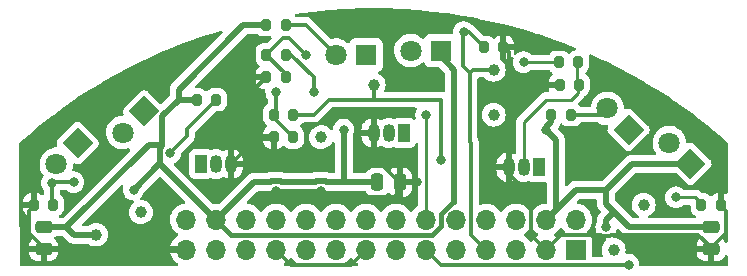
<source format=gbr>
%TF.GenerationSoftware,KiCad,Pcbnew,(6.0.5)*%
%TF.CreationDate,2024-03-24T23:16:05+02:00*%
%TF.ProjectId,SensingSubsystem,53656e73-696e-4675-9375-627379737465,rev?*%
%TF.SameCoordinates,Original*%
%TF.FileFunction,Copper,L1,Top*%
%TF.FilePolarity,Positive*%
%FSLAX46Y46*%
G04 Gerber Fmt 4.6, Leading zero omitted, Abs format (unit mm)*
G04 Created by KiCad (PCBNEW (6.0.5)) date 2024-03-24 23:16:05*
%MOMM*%
%LPD*%
G01*
G04 APERTURE LIST*
G04 Aperture macros list*
%AMRoundRect*
0 Rectangle with rounded corners*
0 $1 Rounding radius*
0 $2 $3 $4 $5 $6 $7 $8 $9 X,Y pos of 4 corners*
0 Add a 4 corners polygon primitive as box body*
4,1,4,$2,$3,$4,$5,$6,$7,$8,$9,$2,$3,0*
0 Add four circle primitives for the rounded corners*
1,1,$1+$1,$2,$3*
1,1,$1+$1,$4,$5*
1,1,$1+$1,$6,$7*
1,1,$1+$1,$8,$9*
0 Add four rect primitives between the rounded corners*
20,1,$1+$1,$2,$3,$4,$5,0*
20,1,$1+$1,$4,$5,$6,$7,0*
20,1,$1+$1,$6,$7,$8,$9,0*
20,1,$1+$1,$8,$9,$2,$3,0*%
%AMRotRect*
0 Rectangle, with rotation*
0 The origin of the aperture is its center*
0 $1 length*
0 $2 width*
0 $3 Rotation angle, in degrees counterclockwise*
0 Add horizontal line*
21,1,$1,$2,0,0,$3*%
G04 Aperture macros list end*
%TA.AperFunction,ComponentPad*%
%ADD10C,1.000000*%
%TD*%
%TA.AperFunction,SMDPad,CuDef*%
%ADD11RoundRect,0.200000X-0.200000X-0.275000X0.200000X-0.275000X0.200000X0.275000X-0.200000X0.275000X0*%
%TD*%
%TA.AperFunction,ComponentPad*%
%ADD12R,1.800000X1.800000*%
%TD*%
%TA.AperFunction,ComponentPad*%
%ADD13C,1.800000*%
%TD*%
%TA.AperFunction,SMDPad,CuDef*%
%ADD14RoundRect,0.200000X0.200000X0.275000X-0.200000X0.275000X-0.200000X-0.275000X0.200000X-0.275000X0*%
%TD*%
%TA.AperFunction,ComponentPad*%
%ADD15R,1.050000X1.500000*%
%TD*%
%TA.AperFunction,ComponentPad*%
%ADD16O,1.050000X1.500000*%
%TD*%
%TA.AperFunction,SMDPad,CuDef*%
%ADD17RoundRect,0.250000X-0.250000X-0.475000X0.250000X-0.475000X0.250000X0.475000X-0.250000X0.475000X0*%
%TD*%
%TA.AperFunction,ComponentPad*%
%ADD18RotRect,1.800000X1.800000X135.000000*%
%TD*%
%TA.AperFunction,SMDPad,CuDef*%
%ADD19RoundRect,0.250000X-0.475000X0.250000X-0.475000X-0.250000X0.475000X-0.250000X0.475000X0.250000X0*%
%TD*%
%TA.AperFunction,ComponentPad*%
%ADD20RotRect,1.800000X1.800000X225.000000*%
%TD*%
%TA.AperFunction,ComponentPad*%
%ADD21R,1.700000X1.700000*%
%TD*%
%TA.AperFunction,ComponentPad*%
%ADD22O,1.700000X1.700000*%
%TD*%
%TA.AperFunction,ViaPad*%
%ADD23C,0.800000*%
%TD*%
%TA.AperFunction,Conductor*%
%ADD24C,0.300000*%
%TD*%
%TA.AperFunction,Conductor*%
%ADD25C,0.500000*%
%TD*%
%TA.AperFunction,Conductor*%
%ADD26C,0.250000*%
%TD*%
%TA.AperFunction,Conductor*%
%ADD27C,0.400000*%
%TD*%
G04 APERTURE END LIST*
D10*
%TO.P,TP8,1,1*%
%TO.N,BATT*%
X122555000Y-133985000D03*
%TD*%
%TO.P,TP7,1,1*%
%TO.N,BATT*%
X166370000Y-135255000D03*
%TD*%
%TO.P,TP6,1,1*%
%TO.N,PE13*%
X156210000Y-123825000D03*
%TD*%
%TO.P,TP5,1,1*%
%TO.N,PE14*%
X141605000Y-125730000D03*
%TD*%
%TO.P,TP4,1,1*%
%TO.N,PA5*%
X168910000Y-131445000D03*
%TD*%
%TO.P,TP3,1,1*%
%TO.N,PA4*%
X156210000Y-120015000D03*
%TD*%
%TO.P,TP2,1,1*%
%TO.N,PA3*%
X126365000Y-132080000D03*
%TD*%
%TO.P,TP1,1,1*%
%TO.N,PE15*%
X146050000Y-121285000D03*
%TD*%
D11*
%TO.P,R3,1*%
%TO.N,PA5*%
X173800000Y-131445000D03*
%TO.P,R3,2*%
%TO.N,GND*%
X175450000Y-131445000D03*
%TD*%
D12*
%TO.P,D2,1,K*%
%TO.N,Net-(D2-Pad1)*%
X145420000Y-118775000D03*
D13*
%TO.P,D2,2,A*%
%TO.N,Net-(D2-Pad2)*%
X142880000Y-118775000D03*
%TD*%
D14*
%TO.P,R7,1*%
%TO.N,PE14*%
X138620000Y-118745000D03*
%TO.P,R7,2*%
%TO.N,Net-(Q5-Pad2)*%
X136970000Y-118745000D03*
%TD*%
D15*
%TO.P,Q4,1,D*%
%TO.N,Net-(D1-Pad1)*%
X131445000Y-127995000D03*
D16*
%TO.P,Q4,2,G*%
%TO.N,Net-(Q4-Pad2)*%
X132715000Y-127995000D03*
%TO.P,Q4,3,S*%
%TO.N,GND*%
X133985000Y-127995000D03*
%TD*%
D11*
%TO.P,R2,1*%
%TO.N,PA4*%
X155385000Y-118110000D03*
%TO.P,R2,2*%
%TO.N,GND*%
X157035000Y-118110000D03*
%TD*%
D17*
%TO.P,C2,1*%
%TO.N,BATT*%
X146370000Y-129540000D03*
%TO.P,C2,2*%
%TO.N,GND*%
X148270000Y-129540000D03*
%TD*%
D11*
%TO.P,R5,1*%
%TO.N,GND*%
X137605000Y-125730000D03*
%TO.P,R5,2*%
%TO.N,Net-(Q4-Pad2)*%
X139255000Y-125730000D03*
%TD*%
D14*
%TO.P,R1,1*%
%TO.N,PA3*%
X118935000Y-131445000D03*
%TO.P,R1,2*%
%TO.N,GND*%
X117285000Y-131445000D03*
%TD*%
D15*
%TO.P,Q6,1,D*%
%TO.N,Net-(D3-Pad1)*%
X160020000Y-128270000D03*
D16*
%TO.P,Q6,2,G*%
%TO.N,Net-(Q6-Pad2)*%
X158750000Y-128270000D03*
%TO.P,Q6,3,S*%
%TO.N,GND*%
X157480000Y-128270000D03*
%TD*%
D18*
%TO.P,Q3,1,C*%
%TO.N,BATT*%
X172876307Y-127976460D03*
D13*
%TO.P,Q3,2,E*%
%TO.N,PA5*%
X171080256Y-126180409D03*
%TD*%
D19*
%TO.P,C1,1*%
%TO.N,BATT*%
X118110000Y-133300000D03*
%TO.P,C1,2*%
%TO.N,GND*%
X118110000Y-135200000D03*
%TD*%
D14*
%TO.P,R4,1*%
%TO.N,PE15*%
X139255000Y-123825000D03*
%TO.P,R4,2*%
%TO.N,Net-(Q4-Pad2)*%
X137605000Y-123825000D03*
%TD*%
D11*
%TO.P,R12,2*%
%TO.N,Net-(D3-Pad2)*%
X162750000Y-123825000D03*
%TO.P,R12,1*%
%TO.N,BATT*%
X161100000Y-123825000D03*
%TD*%
D18*
%TO.P,D3,1,K*%
%TO.N,Net-(D3-Pad1)*%
X167640000Y-125095000D03*
D13*
%TO.P,D3,2,A*%
%TO.N,Net-(D3-Pad2)*%
X165843949Y-123298949D03*
%TD*%
D15*
%TO.P,Q5,1,D*%
%TO.N,Net-(D2-Pad1)*%
X148590000Y-125370000D03*
D16*
%TO.P,Q5,2,G*%
%TO.N,Net-(Q5-Pad2)*%
X147320000Y-125370000D03*
%TO.P,Q5,3,S*%
%TO.N,GND*%
X146050000Y-125370000D03*
%TD*%
D11*
%TO.P,R8,1*%
%TO.N,GND*%
X136970000Y-120650000D03*
%TO.P,R8,2*%
%TO.N,Net-(Q5-Pad2)*%
X138620000Y-120650000D03*
%TD*%
%TO.P,R6,1*%
%TO.N,BATT*%
X131065000Y-122555000D03*
%TO.P,R6,2*%
%TO.N,Net-(D1-Pad2)*%
X132715000Y-122555000D03*
%TD*%
D12*
%TO.P,Q2,1,C*%
%TO.N,BATT*%
X151745000Y-118395000D03*
D13*
%TO.P,Q2,2,E*%
%TO.N,PA4*%
X149205000Y-118395000D03*
%TD*%
D11*
%TO.P,R10,1*%
%TO.N,PE13*%
X161735000Y-119380000D03*
%TO.P,R10,2*%
%TO.N,Net-(Q6-Pad2)*%
X163385000Y-119380000D03*
%TD*%
D20*
%TO.P,Q1,1,C*%
%TO.N,BATT*%
X120991460Y-126208693D03*
D13*
%TO.P,Q1,2,E*%
%TO.N,PA3*%
X119195409Y-128004744D03*
%TD*%
D11*
%TO.P,R11,1*%
%TO.N,GND*%
X161798500Y-121285000D03*
%TO.P,R11,2*%
%TO.N,Net-(Q6-Pad2)*%
X163448500Y-121285000D03*
%TD*%
%TO.P,R9,1*%
%TO.N,BATT*%
X136970000Y-116205000D03*
%TO.P,R9,2*%
%TO.N,Net-(D2-Pad2)*%
X138620000Y-116205000D03*
%TD*%
D20*
%TO.P,D1,1,K*%
%TO.N,Net-(D1-Pad1)*%
X126620864Y-123547742D03*
D13*
%TO.P,D1,2,A*%
%TO.N,Net-(D1-Pad2)*%
X124824813Y-125343793D03*
%TD*%
D19*
%TO.P,C3,1*%
%TO.N,BATT*%
X174625000Y-133300000D03*
%TO.P,C3,2*%
%TO.N,GND*%
X174625000Y-135200000D03*
%TD*%
D21*
%TO.P,J1,1,Pin_1*%
%TO.N,/RESV3*%
X163185000Y-135260000D03*
D22*
%TO.P,J1,2,Pin_2*%
%TO.N,unconnected-(J1-Pad2)*%
X163185000Y-132720000D03*
%TO.P,J1,3,Pin_3*%
%TO.N,GND*%
X160645000Y-135260000D03*
%TO.P,J1,4,Pin_4*%
%TO.N,BATT*%
X160645000Y-132720000D03*
%TO.P,J1,5,Pin_5*%
%TO.N,PA3*%
X158105000Y-135260000D03*
%TO.P,J1,6,Pin_6*%
%TO.N,/RESV2*%
X158105000Y-132720000D03*
%TO.P,J1,7,Pin_7*%
%TO.N,PA4*%
X155565000Y-135260000D03*
%TO.P,J1,8,Pin_8*%
%TO.N,PE15*%
X155565000Y-132720000D03*
%TO.P,J1,9,Pin_9*%
%TO.N,GND*%
X153025000Y-135260000D03*
%TO.P,J1,10,Pin_10*%
%TO.N,PE14*%
X153025000Y-132720000D03*
%TO.P,J1,11,Pin_11*%
%TO.N,PA5*%
X150485000Y-135260000D03*
%TO.P,J1,12,Pin_12*%
%TO.N,PE13*%
X150485000Y-132720000D03*
%TO.P,J1,13,Pin_13*%
%TO.N,/PA6*%
X147945000Y-135260000D03*
%TO.P,J1,14,Pin_14*%
%TO.N,/PE12*%
X147945000Y-132720000D03*
%TO.P,J1,15,Pin_15*%
%TO.N,GND*%
X145405000Y-135260000D03*
%TO.P,J1,16,Pin_16*%
%TO.N,/PE11*%
X145405000Y-132720000D03*
%TO.P,J1,17,Pin_17*%
%TO.N,/PA7*%
X142865000Y-135260000D03*
%TO.P,J1,18,Pin_18*%
%TO.N,/PE10*%
X142865000Y-132720000D03*
%TO.P,J1,19,Pin_19*%
%TO.N,/PC4*%
X140325000Y-135260000D03*
%TO.P,J1,20,Pin_20*%
%TO.N,/PE9*%
X140325000Y-132720000D03*
%TO.P,J1,21,Pin_21*%
%TO.N,GND*%
X137785000Y-135260000D03*
%TO.P,J1,22,Pin_22*%
%TO.N,/PE8*%
X137785000Y-132720000D03*
%TO.P,J1,23,Pin_23*%
%TO.N,/PC5*%
X135245000Y-135260000D03*
%TO.P,J1,24,Pin_24*%
%TO.N,/RESV1*%
X135245000Y-132720000D03*
%TO.P,J1,25,Pin_25*%
%TO.N,/AB0*%
X132705000Y-135260000D03*
%TO.P,J1,26,Pin_26*%
%TO.N,BATT*%
X132705000Y-132720000D03*
%TO.P,J1,27,Pin_27*%
%TO.N,GND*%
X130165000Y-135260000D03*
%TO.P,J1,28,Pin_28*%
%TO.N,unconnected-(J1-Pad28)*%
X130165000Y-132720000D03*
%TD*%
D23*
%TO.N,BATT*%
X165735000Y-133350000D03*
%TO.N,Net-(D1-Pad2)*%
X128843481Y-127061519D03*
%TO.N,GND*%
X141605000Y-127635000D03*
X158750000Y-117475000D03*
X141605000Y-130264500D03*
X137795000Y-130264500D03*
X149760500Y-129540000D03*
X134620000Y-120650000D03*
%TO.N,Net-(Q4-Pad2)*%
X137795000Y-121920000D03*
%TO.N,Net-(Q5-Pad2)*%
X140335000Y-118745000D03*
%TO.N,BATT*%
X160655000Y-125095000D03*
X125730000Y-130175000D03*
X143510000Y-125095000D03*
%TO.N,PA3*%
X120650000Y-129540000D03*
X118808500Y-129603500D03*
%TO.N,PA4*%
X153670000Y-116840000D03*
%TO.N,PE15*%
X151765000Y-127635000D03*
%TO.N,PE14*%
X140970000Y-121920000D03*
%TO.N,PA5*%
X167640000Y-136525000D03*
X171640920Y-130810000D03*
%TO.N,PE13*%
X158750000Y-119380000D03*
X150495000Y-123825000D03*
%TD*%
D24*
%TO.N,GND*%
X161819511Y-134085489D02*
X160645000Y-135260000D01*
X161819511Y-133985000D02*
X161819511Y-134085489D01*
X165424541Y-134099511D02*
X165310030Y-133985000D01*
X165310030Y-133985000D02*
X161819511Y-133985000D01*
X166045459Y-134099511D02*
X165424541Y-134099511D01*
X173560489Y-133985000D02*
X166159970Y-133985000D01*
X166159970Y-133985000D02*
X166045459Y-134099511D01*
X174625000Y-135049511D02*
X173560489Y-133985000D01*
X174625000Y-135200000D02*
X174625000Y-135049511D01*
D25*
%TO.N,BATT*%
X165735000Y-133235500D02*
X165735000Y-132715000D01*
X165735000Y-132715000D02*
X166404305Y-132045695D01*
X120650000Y-133985000D02*
X120015000Y-133350000D01*
X122555000Y-133985000D02*
X120650000Y-133985000D01*
X165735000Y-131376391D02*
X166404305Y-132045695D01*
X166404305Y-132045695D02*
X167708609Y-133350000D01*
D24*
%TO.N,PE15*%
X146050000Y-122555000D02*
X151765000Y-122555000D01*
X142240000Y-122555000D02*
X146050000Y-122555000D01*
X146050000Y-121285000D02*
X146050000Y-122555000D01*
%TO.N,PA4*%
X154439008Y-120015000D02*
X154190489Y-120263519D01*
X156210000Y-120015000D02*
X154439008Y-120015000D01*
%TO.N,Net-(D1-Pad2)*%
X130238500Y-125666500D02*
X130238500Y-125031500D01*
X128843481Y-127061519D02*
X130238500Y-125666500D01*
X130238500Y-125031500D02*
X132715000Y-122555000D01*
%TO.N,Net-(D2-Pad2)*%
X140310000Y-116205000D02*
X142880000Y-118775000D01*
X138493500Y-116205000D02*
X140310000Y-116205000D01*
%TO.N,Net-(D3-Pad2)*%
X165317898Y-123825000D02*
X165843949Y-123298949D01*
X162750000Y-123825000D02*
X165317898Y-123825000D01*
%TO.N,GND*%
X157480000Y-118555000D02*
X157035000Y-118110000D01*
X137795000Y-130264500D02*
X141605000Y-130264500D01*
X116840000Y-133880000D02*
X118110000Y-135150000D01*
X157480000Y-128270000D02*
X157480000Y-121285000D01*
X157480000Y-121285000D02*
X157480000Y-118555000D01*
X157480000Y-128820000D02*
X159385000Y-130725000D01*
X144140000Y-136525000D02*
X139050000Y-136525000D01*
X148220000Y-129540000D02*
X146050000Y-127370000D01*
X159385000Y-130725000D02*
X159385000Y-134000000D01*
X157480000Y-128270000D02*
X157480000Y-128820000D01*
X139050000Y-136525000D02*
X137785000Y-135260000D01*
X175895000Y-132016500D02*
X175895000Y-133880000D01*
X116840000Y-132016500D02*
X116840000Y-133880000D01*
X130055000Y-135150000D02*
X130165000Y-135260000D01*
X118110000Y-135150000D02*
X130055000Y-135150000D01*
X141605000Y-130810000D02*
X147955000Y-130810000D01*
X145405000Y-135260000D02*
X144140000Y-136525000D01*
X159385000Y-134000000D02*
X160645000Y-135260000D01*
X148220000Y-129540000D02*
X149760500Y-129540000D01*
X175323500Y-131445000D02*
X175895000Y-132016500D01*
X161861500Y-121285000D02*
X157480000Y-121285000D01*
X141245000Y-127995000D02*
X141605000Y-127635000D01*
X117411500Y-131445000D02*
X116840000Y-132016500D01*
X136070000Y-125910000D02*
X137425000Y-125910000D01*
X147955000Y-130810000D02*
X148220000Y-129540000D01*
X136070000Y-125910000D02*
X136070000Y-121550000D01*
X141605000Y-130264500D02*
X141605000Y-130810000D01*
X136070000Y-121550000D02*
X136970000Y-120650000D01*
X175895000Y-133880000D02*
X174625000Y-135150000D01*
X146050000Y-127370000D02*
X146050000Y-126090000D01*
X136070000Y-125910000D02*
X133985000Y-127995000D01*
X133985000Y-127995000D02*
X141245000Y-127995000D01*
X137425000Y-125910000D02*
X137605000Y-125730000D01*
%TO.N,Net-(Q4-Pad2)*%
X137605000Y-124080000D02*
X139255000Y-125730000D01*
X137605000Y-123825000D02*
X137605000Y-124080000D01*
X137795000Y-123635000D02*
X137605000Y-123825000D01*
X137795000Y-121920000D02*
X137795000Y-123635000D01*
%TO.N,Net-(Q5-Pad2)*%
X138374011Y-117340989D02*
X136970000Y-118745000D01*
X138620000Y-120395000D02*
X136970000Y-118745000D01*
X138930989Y-117340989D02*
X138374011Y-117340989D01*
X138620000Y-120650000D02*
X138620000Y-120395000D01*
X140335000Y-118745000D02*
X138930989Y-117340989D01*
D26*
%TO.N,Net-(Q6-Pad2)*%
X158750000Y-124460000D02*
X158750000Y-128270000D01*
X162746500Y-122555000D02*
X160655000Y-122555000D01*
X163258500Y-119380000D02*
X163258500Y-121221500D01*
X163258500Y-121221500D02*
X163322000Y-121285000D01*
X160655000Y-122555000D02*
X158750000Y-124460000D01*
X163322000Y-121979500D02*
X162746500Y-122555000D01*
X163322000Y-121285000D02*
X163322000Y-121979500D01*
D25*
%TO.N,BATT*%
X129540000Y-122555000D02*
X129540000Y-121692396D01*
X135027396Y-116205000D02*
X137096500Y-116205000D01*
D26*
X174475000Y-133350000D02*
X174625000Y-133350000D01*
D27*
X152775934Y-131201990D02*
X151734511Y-132243413D01*
D25*
X135885000Y-129540000D02*
X132705000Y-132720000D01*
X165735000Y-130175000D02*
X167933540Y-127976460D01*
X161495000Y-131870000D02*
X161495000Y-125935000D01*
X152882000Y-120015000D02*
X152882000Y-121570789D01*
D27*
X151734511Y-132243413D02*
X151734511Y-133237565D01*
D25*
X161495000Y-131870000D02*
X160645000Y-132720000D01*
X165735000Y-130175000D02*
X165735000Y-131376391D01*
X163190000Y-130175000D02*
X165735000Y-130175000D01*
X129540000Y-121692396D02*
X135027396Y-116205000D01*
X141128109Y-129540000D02*
X138271891Y-129540000D01*
X141253120Y-129414989D02*
X141128109Y-129540000D01*
X160655000Y-124905000D02*
X161100000Y-124460000D01*
X138146880Y-129414989D02*
X137443120Y-129414989D01*
X127993970Y-128008970D02*
X132705000Y-132720000D01*
X127967940Y-126365000D02*
X128118970Y-126516030D01*
X163190000Y-130175000D02*
X161495000Y-131870000D01*
X167708609Y-133350000D02*
X174475000Y-133350000D01*
X128118970Y-126516030D02*
X128118970Y-123976030D01*
X127000000Y-126365000D02*
X127967940Y-126365000D01*
D27*
X150987076Y-133985000D02*
X133970000Y-133985000D01*
X152882000Y-131201990D02*
X152775934Y-131201990D01*
D25*
X161495000Y-125935000D02*
X160655000Y-125095000D01*
X118110000Y-133350000D02*
X120015000Y-133350000D01*
X143510000Y-125095000D02*
X143510000Y-129540000D01*
X161100000Y-124460000D02*
X161100000Y-123825000D01*
X125730000Y-130175000D02*
X127896030Y-128008970D01*
X127993970Y-126641030D02*
X127993970Y-128008970D01*
D27*
X133970000Y-133985000D02*
X132705000Y-132720000D01*
X151734511Y-133237565D02*
X150987076Y-133985000D01*
D26*
X160655000Y-125095000D02*
X160655000Y-124905000D01*
D25*
X151745000Y-118395000D02*
X151745000Y-118878000D01*
X151745000Y-118878000D02*
X152882000Y-120015000D01*
X141956880Y-129414989D02*
X141253120Y-129414989D01*
X128118970Y-123976030D02*
X129540000Y-122555000D01*
X138271891Y-129540000D02*
X138146880Y-129414989D01*
X137318109Y-129540000D02*
X135885000Y-129540000D01*
X142081891Y-129540000D02*
X141956880Y-129414989D01*
X127896030Y-128008970D02*
X127993970Y-128008970D01*
X137443120Y-129414989D02*
X137318109Y-129540000D01*
X131065000Y-122555000D02*
X129540000Y-122555000D01*
X120015000Y-133350000D02*
X127000000Y-126365000D01*
X128118970Y-126516030D02*
X127993970Y-126641030D01*
X167933540Y-127976460D02*
X172876307Y-127976460D01*
X146420000Y-129540000D02*
X142081891Y-129540000D01*
X152882000Y-121570789D02*
X152882000Y-131201990D01*
D24*
%TO.N,PA3*%
X120650000Y-129540000D02*
X118872000Y-129540000D01*
X118808500Y-131445000D02*
X118808500Y-129603500D01*
D26*
X118872000Y-129540000D02*
X118808500Y-129603500D01*
D24*
%TO.N,PA4*%
X154305000Y-126244470D02*
X154305000Y-134000000D01*
X153606500Y-119679530D02*
X154190489Y-120263519D01*
X154190489Y-120263519D02*
X154190489Y-126129959D01*
X154115000Y-116840000D02*
X155385000Y-118110000D01*
X153670000Y-116840000D02*
X154115000Y-116840000D01*
X153606500Y-116903500D02*
X153606500Y-119679530D01*
X154190489Y-126129959D02*
X154305000Y-126244470D01*
X154305000Y-134000000D02*
X155565000Y-135260000D01*
X153670000Y-116840000D02*
X153606500Y-116903500D01*
%TO.N,PE15*%
X151765000Y-124705386D02*
X151765000Y-127635000D01*
X139255000Y-123825000D02*
X140970000Y-123825000D01*
X151765000Y-122555000D02*
X151765000Y-125095000D01*
X140970000Y-123825000D02*
X142240000Y-122555000D01*
%TO.N,PE14*%
X139065000Y-118745000D02*
X140970000Y-120650000D01*
X140970000Y-120650000D02*
X140970000Y-121920000D01*
X138620000Y-118745000D02*
X139065000Y-118745000D01*
%TO.N,PA5*%
X167640000Y-136525000D02*
X151750000Y-136525000D01*
D26*
X173926500Y-131445000D02*
X173291500Y-130810000D01*
X173291500Y-130810000D02*
X171640920Y-130810000D01*
D24*
X151750000Y-136525000D02*
X150485000Y-135260000D01*
D26*
%TO.N,PE13*%
X161925000Y-119380000D02*
X158750000Y-119380000D01*
X150495000Y-123825000D02*
X150485000Y-124470000D01*
X150485000Y-124470000D02*
X150485000Y-132720000D01*
%TD*%
%TA.AperFunction,Conductor*%
%TO.N,GND*%
G36*
X144217338Y-135934678D02*
G01*
X144245166Y-135966511D01*
X144302694Y-136060388D01*
X144308777Y-136068699D01*
X144448213Y-136229667D01*
X144455580Y-136236883D01*
X144619434Y-136372916D01*
X144627876Y-136378828D01*
X144692707Y-136416712D01*
X144741430Y-136468351D01*
X144754501Y-136538134D01*
X144727769Y-136603906D01*
X144669723Y-136644784D01*
X144629136Y-136651500D01*
X143647343Y-136651500D01*
X143579222Y-136631498D01*
X143532729Y-136577842D01*
X143522625Y-136507568D01*
X143552119Y-136442988D01*
X143574175Y-136422921D01*
X143740656Y-136304172D01*
X143740659Y-136304170D01*
X143744860Y-136301173D01*
X143903096Y-136143489D01*
X143907173Y-136137816D01*
X144033453Y-135962077D01*
X144034640Y-135962930D01*
X144081960Y-135919362D01*
X144151897Y-135907145D01*
X144217338Y-135934678D01*
G37*
%TD.AperFunction*%
%TA.AperFunction,Conductor*%
G36*
X166788820Y-133512416D02*
G01*
X166822321Y-133536393D01*
X167124839Y-133838911D01*
X167137225Y-133853323D01*
X167145758Y-133864918D01*
X167145763Y-133864923D01*
X167150101Y-133870818D01*
X167155679Y-133875557D01*
X167155682Y-133875560D01*
X167190377Y-133905035D01*
X167197893Y-133911965D01*
X167203588Y-133917660D01*
X167206470Y-133919940D01*
X167225860Y-133935281D01*
X167229264Y-133938072D01*
X167260691Y-133964771D01*
X167284894Y-133985333D01*
X167291410Y-133988661D01*
X167296459Y-133992028D01*
X167301588Y-133995195D01*
X167307325Y-133999734D01*
X167373484Y-134030655D01*
X167377378Y-134032558D01*
X167442417Y-134065769D01*
X167449525Y-134067508D01*
X167455168Y-134069607D01*
X167460931Y-134071524D01*
X167467559Y-134074622D01*
X167474721Y-134076112D01*
X167474722Y-134076112D01*
X167539021Y-134089486D01*
X167543305Y-134090456D01*
X167614219Y-134107808D01*
X167619821Y-134108156D01*
X167619824Y-134108156D01*
X167625373Y-134108500D01*
X167625371Y-134108536D01*
X167629364Y-134108775D01*
X167633556Y-134109149D01*
X167640724Y-134110640D01*
X167718129Y-134108546D01*
X167721537Y-134108500D01*
X173583694Y-134108500D01*
X173651815Y-134128502D01*
X173665704Y-134139684D01*
X173665773Y-134139597D01*
X173671514Y-134144131D01*
X173676697Y-134149305D01*
X173681235Y-134152102D01*
X173721824Y-134209353D01*
X173725054Y-134280276D01*
X173689428Y-134341687D01*
X173680932Y-134349062D01*
X173670793Y-134357098D01*
X173556261Y-134471829D01*
X173547249Y-134483240D01*
X173462184Y-134621243D01*
X173456037Y-134634424D01*
X173404862Y-134788710D01*
X173401995Y-134802086D01*
X173392328Y-134896438D01*
X173392000Y-134902855D01*
X173392000Y-134927885D01*
X173396475Y-134943124D01*
X173397865Y-134944329D01*
X173405548Y-134946000D01*
X174753000Y-134946000D01*
X174821121Y-134966002D01*
X174867614Y-135019658D01*
X174879000Y-135072000D01*
X174879000Y-136189884D01*
X174883475Y-136205123D01*
X174884865Y-136206328D01*
X174892548Y-136207999D01*
X175147095Y-136207999D01*
X175153614Y-136207662D01*
X175249206Y-136197743D01*
X175262600Y-136194851D01*
X175416784Y-136143412D01*
X175429962Y-136137239D01*
X175567807Y-136051937D01*
X175579208Y-136042901D01*
X175693739Y-135928171D01*
X175702753Y-135916757D01*
X175791376Y-135772983D01*
X175844148Y-135725489D01*
X175914219Y-135714065D01*
X175979343Y-135742339D01*
X176018843Y-135801333D01*
X176024636Y-135839397D01*
X176024091Y-136068990D01*
X176023007Y-136525500D01*
X176023006Y-136525799D01*
X176002842Y-136593872D01*
X175949076Y-136640238D01*
X175897006Y-136651500D01*
X168678814Y-136651500D01*
X168610693Y-136631498D01*
X168564200Y-136577842D01*
X168553244Y-136527476D01*
X168553504Y-136525000D01*
X168542123Y-136416712D01*
X168534232Y-136341635D01*
X168534232Y-136341633D01*
X168533542Y-136335072D01*
X168474527Y-136153444D01*
X168468780Y-136143489D01*
X168425599Y-136068699D01*
X168379040Y-135988056D01*
X168356417Y-135962930D01*
X168255675Y-135851045D01*
X168255674Y-135851044D01*
X168251253Y-135846134D01*
X168096752Y-135733882D01*
X168090724Y-135731198D01*
X168090722Y-135731197D01*
X167928319Y-135658891D01*
X167928318Y-135658891D01*
X167922288Y-135656206D01*
X167828888Y-135636353D01*
X167741944Y-135617872D01*
X167741939Y-135617872D01*
X167735487Y-135616500D01*
X167544513Y-135616500D01*
X167538053Y-135617873D01*
X167538054Y-135617873D01*
X167508107Y-135624238D01*
X167437317Y-135618836D01*
X167380684Y-135576019D01*
X167356191Y-135509381D01*
X167357156Y-135497095D01*
X173392001Y-135497095D01*
X173392338Y-135503614D01*
X173402257Y-135599206D01*
X173405149Y-135612600D01*
X173456588Y-135766784D01*
X173462761Y-135779962D01*
X173548063Y-135917807D01*
X173557099Y-135929208D01*
X173671829Y-136043739D01*
X173683240Y-136052751D01*
X173821243Y-136137816D01*
X173834424Y-136143963D01*
X173988710Y-136195138D01*
X174002086Y-136198005D01*
X174096438Y-136207672D01*
X174102854Y-136208000D01*
X174352885Y-136208000D01*
X174368124Y-136203525D01*
X174369329Y-136202135D01*
X174371000Y-136194452D01*
X174371000Y-135472115D01*
X174366525Y-135456876D01*
X174365135Y-135455671D01*
X174357452Y-135454000D01*
X173410116Y-135454000D01*
X173394877Y-135458475D01*
X173393672Y-135459865D01*
X173392001Y-135467548D01*
X173392001Y-135497095D01*
X167357156Y-135497095D01*
X167358534Y-135479556D01*
X167358197Y-135479513D01*
X167369758Y-135388000D01*
X167382985Y-135283295D01*
X167383380Y-135255000D01*
X167364080Y-135058167D01*
X167352454Y-135019658D01*
X167324483Y-134927017D01*
X167306916Y-134868831D01*
X167214066Y-134694204D01*
X167130403Y-134591623D01*
X167092960Y-134545713D01*
X167092957Y-134545710D01*
X167089065Y-134540938D01*
X167082724Y-134535692D01*
X166941425Y-134418799D01*
X166941421Y-134418797D01*
X166936675Y-134414870D01*
X166762701Y-134320802D01*
X166573768Y-134262318D01*
X166567645Y-134261675D01*
X166567643Y-134261674D01*
X166418387Y-134245987D01*
X166352731Y-134218974D01*
X166312101Y-134160752D01*
X166309398Y-134089807D01*
X166346065Y-134029003D01*
X166346253Y-134028866D01*
X166356873Y-134017072D01*
X166469621Y-133891852D01*
X166469622Y-133891851D01*
X166474040Y-133886944D01*
X166569527Y-133721556D01*
X166613393Y-133586551D01*
X166653467Y-133527946D01*
X166718864Y-133500309D01*
X166788820Y-133512416D01*
G37*
%TD.AperFunction*%
%TA.AperFunction,Conductor*%
G36*
X133255968Y-116736596D02*
G01*
X133286067Y-116800896D01*
X133276625Y-116871262D01*
X133250619Y-116909096D01*
X129051089Y-121108626D01*
X129036677Y-121121012D01*
X129025082Y-121129545D01*
X129025077Y-121129550D01*
X129019182Y-121133888D01*
X129014443Y-121139466D01*
X129014440Y-121139469D01*
X128984965Y-121174164D01*
X128978035Y-121181680D01*
X128972340Y-121187375D01*
X128970060Y-121190257D01*
X128954719Y-121209647D01*
X128951928Y-121213051D01*
X128928070Y-121241134D01*
X128904667Y-121268681D01*
X128901339Y-121275197D01*
X128897972Y-121280246D01*
X128894805Y-121285375D01*
X128890266Y-121291112D01*
X128859345Y-121357271D01*
X128857442Y-121361165D01*
X128824231Y-121426204D01*
X128822492Y-121433312D01*
X128820393Y-121438955D01*
X128818476Y-121444718D01*
X128815378Y-121451346D01*
X128813888Y-121458508D01*
X128813888Y-121458509D01*
X128800514Y-121522808D01*
X128799544Y-121527092D01*
X128782192Y-121598006D01*
X128781500Y-121609160D01*
X128781464Y-121609158D01*
X128781225Y-121613151D01*
X128780851Y-121617343D01*
X128779360Y-121624511D01*
X128779590Y-121633000D01*
X128781454Y-121701917D01*
X128781500Y-121705324D01*
X128781500Y-122188628D01*
X128761498Y-122256749D01*
X128744595Y-122277723D01*
X128132775Y-122889543D01*
X128070463Y-122923569D01*
X127999648Y-122918504D01*
X127954585Y-122889543D01*
X126946392Y-121881350D01*
X126920082Y-121860196D01*
X126903802Y-121847106D01*
X126903799Y-121847104D01*
X126897646Y-121842157D01*
X126765050Y-121781870D01*
X126756167Y-121780598D01*
X126756164Y-121780597D01*
X126629753Y-121762494D01*
X126620864Y-121761221D01*
X126611975Y-121762494D01*
X126485564Y-121780597D01*
X126485561Y-121780598D01*
X126476678Y-121781870D01*
X126344082Y-121842157D01*
X126337929Y-121847104D01*
X126337926Y-121847106D01*
X126321646Y-121860196D01*
X126295336Y-121881350D01*
X124954472Y-123222214D01*
X124952332Y-123224876D01*
X124920228Y-123264804D01*
X124920226Y-123264807D01*
X124915279Y-123270960D01*
X124889411Y-123327855D01*
X124862855Y-123386263D01*
X124854992Y-123403556D01*
X124853720Y-123412439D01*
X124853719Y-123412442D01*
X124850719Y-123433392D01*
X124834343Y-123547742D01*
X124835616Y-123556631D01*
X124846850Y-123635072D01*
X124854992Y-123691928D01*
X124858706Y-123700097D01*
X124858707Y-123700100D01*
X124884249Y-123756276D01*
X124894237Y-123826567D01*
X124864636Y-123891099D01*
X124804846Y-123929383D01*
X124768011Y-123934419D01*
X124731394Y-123933972D01*
X124731392Y-123933972D01*
X124726224Y-123933909D01*
X124497277Y-123968943D01*
X124277127Y-124040899D01*
X124272539Y-124043287D01*
X124272535Y-124043289D01*
X124076274Y-124145456D01*
X124071685Y-124147845D01*
X124067552Y-124150948D01*
X124067549Y-124150950D01*
X123890603Y-124283805D01*
X123886468Y-124286910D01*
X123865510Y-124308841D01*
X123732685Y-124447835D01*
X123726452Y-124454357D01*
X123723538Y-124458629D01*
X123723537Y-124458630D01*
X123681616Y-124520084D01*
X123595932Y-124645692D01*
X123498415Y-124855774D01*
X123436520Y-125078962D01*
X123411908Y-125309262D01*
X123412205Y-125314415D01*
X123412205Y-125314418D01*
X123423628Y-125512540D01*
X123425240Y-125540490D01*
X123426377Y-125545536D01*
X123426378Y-125545542D01*
X123449350Y-125647475D01*
X123476159Y-125766435D01*
X123505686Y-125839152D01*
X123560464Y-125974052D01*
X123563297Y-125981030D01*
X123684314Y-126178512D01*
X123835960Y-126353577D01*
X124014162Y-126501523D01*
X124214135Y-126618377D01*
X124218960Y-126620219D01*
X124218961Y-126620220D01*
X124252211Y-126632917D01*
X124430507Y-126701002D01*
X124435573Y-126702033D01*
X124435574Y-126702033D01*
X124475338Y-126710123D01*
X124657469Y-126747178D01*
X124778966Y-126751633D01*
X124883762Y-126755476D01*
X124883766Y-126755476D01*
X124888926Y-126755665D01*
X124894046Y-126755009D01*
X124894048Y-126755009D01*
X124986557Y-126743158D01*
X125118660Y-126726235D01*
X125123608Y-126724750D01*
X125123615Y-126724749D01*
X125279150Y-126678086D01*
X125350145Y-126677670D01*
X125410096Y-126715702D01*
X125439967Y-126780109D01*
X125430276Y-126850441D01*
X125404452Y-126887867D01*
X119737724Y-132554595D01*
X119675412Y-132588621D01*
X119648629Y-132591500D01*
X119515020Y-132591500D01*
X119446899Y-132571498D01*
X119400406Y-132517842D01*
X119390302Y-132447568D01*
X119419796Y-132382988D01*
X119449749Y-132357724D01*
X119540978Y-132302474D01*
X119575381Y-132281639D01*
X119696639Y-132160381D01*
X119785472Y-132013699D01*
X119790147Y-131998783D01*
X119828228Y-131877264D01*
X119836753Y-131850062D01*
X119843500Y-131776635D01*
X119843500Y-131445000D01*
X119843499Y-131116249D01*
X119843499Y-131113366D01*
X119840854Y-131084570D01*
X119839974Y-131074996D01*
X119836753Y-131039938D01*
X119812403Y-130962237D01*
X119787744Y-130883550D01*
X119787743Y-130883548D01*
X119785472Y-130876301D01*
X119696639Y-130729619D01*
X119575381Y-130608361D01*
X119551977Y-130594187D01*
X119527729Y-130579502D01*
X119479822Y-130527105D01*
X119467000Y-130471726D01*
X119467000Y-130324500D01*
X119487002Y-130256379D01*
X119540658Y-130209886D01*
X119593000Y-130198500D01*
X119969776Y-130198500D01*
X120037897Y-130218502D01*
X120043833Y-130222561D01*
X120051386Y-130228049D01*
X120183011Y-130323680D01*
X120193248Y-130331118D01*
X120199276Y-130333802D01*
X120199278Y-130333803D01*
X120297907Y-130377715D01*
X120367712Y-130408794D01*
X120461113Y-130428647D01*
X120548056Y-130447128D01*
X120548061Y-130447128D01*
X120554513Y-130448500D01*
X120745487Y-130448500D01*
X120751939Y-130447128D01*
X120751944Y-130447128D01*
X120838887Y-130428647D01*
X120932288Y-130408794D01*
X121002093Y-130377715D01*
X121100722Y-130333803D01*
X121100724Y-130333802D01*
X121106752Y-130331118D01*
X121116990Y-130323680D01*
X121176481Y-130280457D01*
X121261253Y-130218866D01*
X121281104Y-130196819D01*
X121384621Y-130081852D01*
X121384622Y-130081851D01*
X121389040Y-130076944D01*
X121484527Y-129911556D01*
X121543542Y-129729928D01*
X121559708Y-129576122D01*
X121562814Y-129546565D01*
X121563504Y-129540000D01*
X121558387Y-129491310D01*
X121544232Y-129356635D01*
X121544232Y-129356633D01*
X121543542Y-129350072D01*
X121484527Y-129168444D01*
X121389040Y-129003056D01*
X121353372Y-128963442D01*
X121265675Y-128866045D01*
X121265674Y-128866044D01*
X121261253Y-128861134D01*
X121151647Y-128781500D01*
X121112094Y-128752763D01*
X121112093Y-128752762D01*
X121106752Y-128748882D01*
X121100724Y-128746198D01*
X121100722Y-128746197D01*
X120938319Y-128673891D01*
X120938318Y-128673891D01*
X120932288Y-128671206D01*
X120838888Y-128651353D01*
X120751944Y-128632872D01*
X120751939Y-128632872D01*
X120745487Y-128631500D01*
X120647106Y-128631500D01*
X120578985Y-128611498D01*
X120532492Y-128557842D01*
X120522388Y-128487568D01*
X120526548Y-128468871D01*
X120575313Y-128308369D01*
X120575316Y-128308356D01*
X120576817Y-128303415D01*
X120607049Y-128073785D01*
X120607432Y-128058120D01*
X120629093Y-127990508D01*
X120683869Y-127945341D01*
X120754369Y-127936958D01*
X120785545Y-127946499D01*
X120839104Y-127970851D01*
X120839108Y-127970852D01*
X120847274Y-127974565D01*
X120856157Y-127975837D01*
X120856160Y-127975838D01*
X120982571Y-127993941D01*
X120991460Y-127995214D01*
X121000349Y-127993941D01*
X121126760Y-127975838D01*
X121126763Y-127975837D01*
X121135646Y-127974565D01*
X121156508Y-127965080D01*
X121261054Y-127917546D01*
X121268242Y-127914278D01*
X121274395Y-127909331D01*
X121274398Y-127909329D01*
X121314326Y-127877225D01*
X121316988Y-127875085D01*
X122657852Y-126534221D01*
X122684142Y-126501523D01*
X122692096Y-126491631D01*
X122692098Y-126491628D01*
X122697045Y-126485475D01*
X122751046Y-126366705D01*
X122753618Y-126361048D01*
X122753618Y-126361047D01*
X122757332Y-126352879D01*
X122763770Y-126307928D01*
X122776708Y-126217582D01*
X122777981Y-126208693D01*
X122773040Y-126174193D01*
X122758605Y-126073393D01*
X122758604Y-126073390D01*
X122757332Y-126064507D01*
X122697045Y-125931911D01*
X122692098Y-125925758D01*
X122692096Y-125925755D01*
X122659992Y-125885827D01*
X122657852Y-125883165D01*
X121316988Y-124542301D01*
X121289356Y-124520084D01*
X121274398Y-124508057D01*
X121274395Y-124508055D01*
X121268242Y-124503108D01*
X121192950Y-124468875D01*
X121143815Y-124446535D01*
X121143814Y-124446535D01*
X121135646Y-124442821D01*
X121126763Y-124441549D01*
X121126760Y-124441548D01*
X121000349Y-124423445D01*
X120991460Y-124422172D01*
X120982571Y-124423445D01*
X120856160Y-124441548D01*
X120856157Y-124441549D01*
X120847274Y-124442821D01*
X120839106Y-124446535D01*
X120839105Y-124446535D01*
X120789970Y-124468875D01*
X120714678Y-124503108D01*
X120708525Y-124508055D01*
X120708522Y-124508057D01*
X120693564Y-124520084D01*
X120665932Y-124542301D01*
X119325068Y-125883165D01*
X119322928Y-125885827D01*
X119290824Y-125925755D01*
X119290822Y-125925758D01*
X119285875Y-125931911D01*
X119225588Y-126064507D01*
X119224316Y-126073390D01*
X119224315Y-126073393D01*
X119209880Y-126174193D01*
X119204939Y-126208693D01*
X119206212Y-126217582D01*
X119219151Y-126307928D01*
X119225588Y-126352879D01*
X119229302Y-126361048D01*
X119229303Y-126361051D01*
X119254845Y-126417227D01*
X119264833Y-126487518D01*
X119235232Y-126552050D01*
X119175442Y-126590334D01*
X119138607Y-126595370D01*
X119101990Y-126594923D01*
X119101988Y-126594923D01*
X119096820Y-126594860D01*
X118867873Y-126629894D01*
X118647723Y-126701850D01*
X118643135Y-126704238D01*
X118643131Y-126704240D01*
X118446870Y-126806407D01*
X118442281Y-126808796D01*
X118438148Y-126811899D01*
X118438145Y-126811901D01*
X118308763Y-126909044D01*
X118257064Y-126947861D01*
X118215735Y-126991109D01*
X118148933Y-127061014D01*
X118097048Y-127115308D01*
X118094134Y-127119580D01*
X118094133Y-127119581D01*
X118070973Y-127153532D01*
X117966528Y-127306643D01*
X117869011Y-127516725D01*
X117807116Y-127739913D01*
X117782504Y-127970213D01*
X117782801Y-127975366D01*
X117782801Y-127975369D01*
X117795538Y-128196273D01*
X117795836Y-128201441D01*
X117796973Y-128206487D01*
X117796974Y-128206493D01*
X117821172Y-128313866D01*
X117846755Y-128427386D01*
X117848697Y-128432168D01*
X117848698Y-128432172D01*
X117931949Y-128637194D01*
X117933893Y-128641981D01*
X118007998Y-128762909D01*
X118044040Y-128821724D01*
X118054910Y-128839463D01*
X118070319Y-128857251D01*
X118089445Y-128879331D01*
X118118928Y-128943916D01*
X118108814Y-129014189D01*
X118087847Y-129046136D01*
X118069460Y-129066556D01*
X118049527Y-129101081D01*
X117990115Y-129203986D01*
X117973973Y-129231944D01*
X117914958Y-129413572D01*
X117914268Y-129420133D01*
X117914268Y-129420135D01*
X117897489Y-129579776D01*
X117894996Y-129603500D01*
X117914958Y-129793428D01*
X117973973Y-129975056D01*
X118069460Y-130140444D01*
X118073878Y-130145351D01*
X118073879Y-130145352D01*
X118117636Y-130193949D01*
X118148354Y-130257956D01*
X118150000Y-130278259D01*
X118150000Y-130529498D01*
X118129998Y-130597619D01*
X118076342Y-130644112D01*
X118006068Y-130654216D01*
X117941488Y-130624722D01*
X117934905Y-130618593D01*
X117930443Y-130614131D01*
X117918574Y-130604824D01*
X117784988Y-130523921D01*
X117771243Y-130517715D01*
X117621356Y-130470744D01*
X117608306Y-130468131D01*
X117553414Y-130463087D01*
X117541876Y-130466475D01*
X117540671Y-130467865D01*
X117539000Y-130475548D01*
X117539000Y-131573000D01*
X117518998Y-131641121D01*
X117465342Y-131687614D01*
X117413000Y-131699000D01*
X116395116Y-131699000D01*
X116379877Y-131703475D01*
X116378672Y-131704865D01*
X116377001Y-131712548D01*
X116377001Y-131773705D01*
X116377264Y-131779454D01*
X116383132Y-131843315D01*
X116385743Y-131856351D01*
X116432715Y-132006243D01*
X116438921Y-132019988D01*
X116519824Y-132153574D01*
X116529131Y-132165443D01*
X116639557Y-132275869D01*
X116651426Y-132285176D01*
X116785012Y-132366079D01*
X116798757Y-132372285D01*
X116948351Y-132419164D01*
X117007373Y-132458621D01*
X117035693Y-132523725D01*
X117024320Y-132593804D01*
X117017932Y-132605514D01*
X116974503Y-132675969D01*
X116942885Y-132727262D01*
X116887203Y-132895139D01*
X116886503Y-132901975D01*
X116886502Y-132901978D01*
X116883444Y-132931829D01*
X116876500Y-132999600D01*
X116876500Y-133600400D01*
X116876837Y-133603646D01*
X116876837Y-133603650D01*
X116886548Y-133697240D01*
X116887474Y-133706166D01*
X116889655Y-133712702D01*
X116889655Y-133712704D01*
X116916878Y-133794301D01*
X116943450Y-133873946D01*
X117036522Y-134024348D01*
X117161697Y-134149305D01*
X117166235Y-134152102D01*
X117206824Y-134209353D01*
X117210054Y-134280276D01*
X117174428Y-134341687D01*
X117165932Y-134349062D01*
X117155793Y-134357098D01*
X117041261Y-134471829D01*
X117032249Y-134483240D01*
X116947184Y-134621243D01*
X116941037Y-134634424D01*
X116889862Y-134788710D01*
X116886995Y-134802086D01*
X116877328Y-134896438D01*
X116877000Y-134902855D01*
X116877000Y-134927885D01*
X116881475Y-134943124D01*
X116882865Y-134944329D01*
X116890548Y-134946000D01*
X119324884Y-134946000D01*
X119340123Y-134941525D01*
X119341328Y-134940135D01*
X119342999Y-134932452D01*
X119342999Y-134902905D01*
X119342662Y-134896386D01*
X119332743Y-134800794D01*
X119329851Y-134787400D01*
X119278412Y-134633216D01*
X119272239Y-134620038D01*
X119186937Y-134482193D01*
X119177901Y-134470792D01*
X119063172Y-134356262D01*
X119054238Y-134349206D01*
X119013177Y-134291288D01*
X119009947Y-134220365D01*
X119045574Y-134158954D01*
X119053406Y-134152155D01*
X119059348Y-134148478D01*
X119064525Y-134143292D01*
X119070254Y-134138751D01*
X119071580Y-134140424D01*
X119124625Y-134111402D01*
X119151511Y-134108500D01*
X119648629Y-134108500D01*
X119716750Y-134128502D01*
X119737724Y-134145405D01*
X120066230Y-134473911D01*
X120078616Y-134488323D01*
X120087149Y-134499918D01*
X120087154Y-134499923D01*
X120091492Y-134505818D01*
X120097070Y-134510557D01*
X120097073Y-134510560D01*
X120131768Y-134540035D01*
X120139284Y-134546965D01*
X120144980Y-134552661D01*
X120147841Y-134554924D01*
X120147846Y-134554929D01*
X120167256Y-134570285D01*
X120170658Y-134573074D01*
X120208327Y-134605076D01*
X120226285Y-134620333D01*
X120232802Y-134623661D01*
X120237850Y-134627027D01*
X120242972Y-134630190D01*
X120248716Y-134634735D01*
X120314895Y-134665664D01*
X120318779Y-134667563D01*
X120383808Y-134700769D01*
X120390923Y-134702510D01*
X120396578Y-134704613D01*
X120402317Y-134706522D01*
X120408950Y-134709622D01*
X120480435Y-134724491D01*
X120484701Y-134725457D01*
X120555610Y-134742808D01*
X120561212Y-134743156D01*
X120561215Y-134743156D01*
X120566764Y-134743500D01*
X120566762Y-134743535D01*
X120570734Y-134743775D01*
X120574955Y-134744152D01*
X120582115Y-134745641D01*
X120659542Y-134743546D01*
X120662950Y-134743500D01*
X121843769Y-134743500D01*
X121911890Y-134763502D01*
X121925432Y-134773546D01*
X121950018Y-134794470D01*
X121976650Y-134817136D01*
X122149294Y-134913624D01*
X122337392Y-134974740D01*
X122533777Y-134998158D01*
X122539912Y-134997686D01*
X122539914Y-134997686D01*
X122724830Y-134983457D01*
X122724834Y-134983456D01*
X122730972Y-134982984D01*
X122921463Y-134929798D01*
X122926967Y-134927018D01*
X122926969Y-134927017D01*
X123092495Y-134843404D01*
X123092497Y-134843403D01*
X123097996Y-134840625D01*
X123253847Y-134718861D01*
X123383078Y-134569145D01*
X123480769Y-134397179D01*
X123543197Y-134209513D01*
X123567985Y-134013295D01*
X123568380Y-133985000D01*
X123549080Y-133788167D01*
X123491916Y-133598831D01*
X123399066Y-133424204D01*
X123326000Y-133334616D01*
X123277960Y-133275713D01*
X123277957Y-133275710D01*
X123274065Y-133270938D01*
X123220292Y-133226453D01*
X123126425Y-133148799D01*
X123126421Y-133148797D01*
X123121675Y-133144870D01*
X122947701Y-133050802D01*
X122758768Y-132992318D01*
X122752643Y-132991674D01*
X122752642Y-132991674D01*
X122568204Y-132972289D01*
X122568202Y-132972289D01*
X122562075Y-132971645D01*
X122479576Y-132979153D01*
X122371251Y-132989011D01*
X122371248Y-132989012D01*
X122365112Y-132989570D01*
X122359206Y-132991308D01*
X122359202Y-132991309D01*
X122285424Y-133013023D01*
X122175381Y-133045410D01*
X122169923Y-133048263D01*
X122169919Y-133048265D01*
X122085442Y-133092429D01*
X122000110Y-133137040D01*
X121995312Y-133140898D01*
X121995310Y-133140899D01*
X121923424Y-133198697D01*
X121857802Y-133225793D01*
X121844472Y-133226500D01*
X121515371Y-133226500D01*
X121447250Y-133206498D01*
X121400757Y-133152842D01*
X121390653Y-133082568D01*
X121420147Y-133017988D01*
X121426276Y-133011405D01*
X124650099Y-129787582D01*
X124712411Y-129753556D01*
X124783226Y-129758621D01*
X124840062Y-129801168D01*
X124864873Y-129867688D01*
X124859027Y-129915611D01*
X124836458Y-129985072D01*
X124835768Y-129991633D01*
X124835768Y-129991635D01*
X124830809Y-130038819D01*
X124816496Y-130175000D01*
X124817186Y-130181565D01*
X124835751Y-130358197D01*
X124836458Y-130364928D01*
X124895473Y-130546556D01*
X124990960Y-130711944D01*
X124995378Y-130716851D01*
X124995379Y-130716852D01*
X125045631Y-130772662D01*
X125118747Y-130853866D01*
X125202625Y-130914807D01*
X125255884Y-130953502D01*
X125273248Y-130966118D01*
X125279276Y-130968802D01*
X125279278Y-130968803D01*
X125439051Y-131039938D01*
X125447712Y-131043794D01*
X125521603Y-131059500D01*
X125628056Y-131082128D01*
X125628061Y-131082128D01*
X125634513Y-131083500D01*
X125641115Y-131083500D01*
X125647682Y-131084190D01*
X125647434Y-131086546D01*
X125705182Y-131103502D01*
X125751675Y-131157158D01*
X125761779Y-131227432D01*
X125732285Y-131292012D01*
X125716013Y-131307696D01*
X125655975Y-131355968D01*
X125652011Y-131360692D01*
X125650540Y-131362445D01*
X125528846Y-131507474D01*
X125525879Y-131512872D01*
X125525875Y-131512877D01*
X125464048Y-131625342D01*
X125433567Y-131680787D01*
X125431706Y-131686654D01*
X125431705Y-131686656D01*
X125377612Y-131857179D01*
X125373765Y-131869306D01*
X125351719Y-132065851D01*
X125352235Y-132071995D01*
X125367543Y-132254297D01*
X125368268Y-132262934D01*
X125373203Y-132280144D01*
X125419897Y-132442984D01*
X125422783Y-132453050D01*
X125513187Y-132628956D01*
X125636035Y-132783953D01*
X125640728Y-132787947D01*
X125640729Y-132787948D01*
X125766679Y-132895139D01*
X125786650Y-132912136D01*
X125959294Y-133008624D01*
X126147392Y-133069740D01*
X126343777Y-133093158D01*
X126349912Y-133092686D01*
X126349914Y-133092686D01*
X126534830Y-133078457D01*
X126534834Y-133078456D01*
X126540972Y-133077984D01*
X126731463Y-133024798D01*
X126736967Y-133022018D01*
X126736969Y-133022017D01*
X126902495Y-132938404D01*
X126902497Y-132938403D01*
X126907996Y-132935625D01*
X127063847Y-132813861D01*
X127169163Y-132691851D01*
X127189049Y-132668813D01*
X127189050Y-132668811D01*
X127193078Y-132664145D01*
X127290769Y-132492179D01*
X127353197Y-132304513D01*
X127377985Y-132108295D01*
X127378380Y-132080000D01*
X127359080Y-131883167D01*
X127353971Y-131866243D01*
X127307567Y-131712548D01*
X127301916Y-131693831D01*
X127209066Y-131519204D01*
X127137007Y-131430851D01*
X127087960Y-131370713D01*
X127087957Y-131370710D01*
X127084065Y-131365938D01*
X127078033Y-131360948D01*
X126936425Y-131243799D01*
X126936421Y-131243797D01*
X126931675Y-131239870D01*
X126757701Y-131145802D01*
X126568768Y-131087318D01*
X126562645Y-131086675D01*
X126562643Y-131086674D01*
X126413387Y-131070987D01*
X126347731Y-131043974D01*
X126307101Y-130985752D01*
X126304398Y-130914807D01*
X126341065Y-130854003D01*
X126341253Y-130853866D01*
X126386662Y-130803435D01*
X126464621Y-130716852D01*
X126464622Y-130716851D01*
X126469040Y-130711944D01*
X126564527Y-130546556D01*
X126619387Y-130377714D01*
X126650125Y-130327556D01*
X127855905Y-129121776D01*
X127918217Y-129087750D01*
X127989032Y-129092815D01*
X128034095Y-129121776D01*
X130069603Y-131157284D01*
X130103629Y-131219596D01*
X130098564Y-131290411D01*
X130056017Y-131347247D01*
X129999567Y-131370929D01*
X129966389Y-131376006D01*
X129849091Y-131393955D01*
X129636756Y-131463357D01*
X129603250Y-131480799D01*
X129462975Y-131553822D01*
X129438607Y-131566507D01*
X129434474Y-131569610D01*
X129434471Y-131569612D01*
X129264100Y-131697530D01*
X129259965Y-131700635D01*
X129256393Y-131704373D01*
X129121530Y-131845499D01*
X129105629Y-131862138D01*
X129102720Y-131866403D01*
X129102714Y-131866411D01*
X129065700Y-131920672D01*
X128979743Y-132046680D01*
X128949516Y-132111799D01*
X128892801Y-132233982D01*
X128885688Y-132249305D01*
X128825989Y-132464570D01*
X128802251Y-132686695D01*
X128802548Y-132691848D01*
X128802548Y-132691851D01*
X128809583Y-132813861D01*
X128815110Y-132909715D01*
X128816247Y-132914761D01*
X128816248Y-132914767D01*
X128838027Y-133011405D01*
X128864222Y-133127639D01*
X128948266Y-133334616D01*
X128999019Y-133417438D01*
X129062291Y-133520688D01*
X129064987Y-133525088D01*
X129211250Y-133693938D01*
X129383126Y-133836632D01*
X129446982Y-133873946D01*
X129456955Y-133879774D01*
X129505679Y-133931412D01*
X129518750Y-134001195D01*
X129492019Y-134066967D01*
X129451562Y-134100327D01*
X129443457Y-134104546D01*
X129434738Y-134110036D01*
X129264433Y-134237905D01*
X129256726Y-134244748D01*
X129109590Y-134398717D01*
X129103104Y-134406727D01*
X128983098Y-134582649D01*
X128978000Y-134591623D01*
X128888338Y-134784783D01*
X128884775Y-134794470D01*
X128829389Y-134994183D01*
X128830912Y-135002607D01*
X128843292Y-135006000D01*
X130293000Y-135006000D01*
X130361121Y-135026002D01*
X130407614Y-135079658D01*
X130419000Y-135132000D01*
X130419000Y-135388000D01*
X130398998Y-135456121D01*
X130345342Y-135502614D01*
X130293000Y-135514000D01*
X128848225Y-135514000D01*
X128834694Y-135517973D01*
X128833257Y-135527966D01*
X128863565Y-135662446D01*
X128866645Y-135672275D01*
X128946770Y-135869603D01*
X128951413Y-135878794D01*
X129062694Y-136060388D01*
X129068777Y-136068699D01*
X129208213Y-136229667D01*
X129215580Y-136236883D01*
X129379434Y-136372916D01*
X129387876Y-136378828D01*
X129452707Y-136416712D01*
X129501430Y-136468351D01*
X129514501Y-136538134D01*
X129487769Y-136603906D01*
X129429723Y-136644784D01*
X129389136Y-136651500D01*
X116202994Y-136651500D01*
X116134873Y-136631498D01*
X116088380Y-136577842D01*
X116076994Y-136525799D01*
X116076994Y-136525500D01*
X116074550Y-135497095D01*
X116877001Y-135497095D01*
X116877338Y-135503614D01*
X116887257Y-135599206D01*
X116890149Y-135612600D01*
X116941588Y-135766784D01*
X116947761Y-135779962D01*
X117033063Y-135917807D01*
X117042099Y-135929208D01*
X117156829Y-136043739D01*
X117168240Y-136052751D01*
X117306243Y-136137816D01*
X117319424Y-136143963D01*
X117473710Y-136195138D01*
X117487086Y-136198005D01*
X117581438Y-136207672D01*
X117587854Y-136208000D01*
X117837885Y-136208000D01*
X117853124Y-136203525D01*
X117854329Y-136202135D01*
X117856000Y-136194452D01*
X117856000Y-136189884D01*
X118364000Y-136189884D01*
X118368475Y-136205123D01*
X118369865Y-136206328D01*
X118377548Y-136207999D01*
X118632095Y-136207999D01*
X118638614Y-136207662D01*
X118734206Y-136197743D01*
X118747600Y-136194851D01*
X118901784Y-136143412D01*
X118914962Y-136137239D01*
X119052807Y-136051937D01*
X119064208Y-136042901D01*
X119178739Y-135928171D01*
X119187751Y-135916760D01*
X119272816Y-135778757D01*
X119278963Y-135765576D01*
X119330138Y-135611290D01*
X119333005Y-135597914D01*
X119342672Y-135503562D01*
X119343000Y-135497146D01*
X119343000Y-135472115D01*
X119338525Y-135456876D01*
X119337135Y-135455671D01*
X119329452Y-135454000D01*
X118382115Y-135454000D01*
X118366876Y-135458475D01*
X118365671Y-135459865D01*
X118364000Y-135467548D01*
X118364000Y-136189884D01*
X117856000Y-136189884D01*
X117856000Y-135472115D01*
X117851525Y-135456876D01*
X117850135Y-135455671D01*
X117842452Y-135454000D01*
X116895116Y-135454000D01*
X116879877Y-135458475D01*
X116878672Y-135459865D01*
X116877001Y-135467548D01*
X116877001Y-135497095D01*
X116074550Y-135497095D01*
X116064275Y-131172885D01*
X116377000Y-131172885D01*
X116381475Y-131188124D01*
X116382865Y-131189329D01*
X116390548Y-131191000D01*
X117012885Y-131191000D01*
X117028124Y-131186525D01*
X117029329Y-131185135D01*
X117031000Y-131177452D01*
X117031000Y-130480116D01*
X117026525Y-130464877D01*
X117025135Y-130463672D01*
X117020706Y-130462709D01*
X116961685Y-130468132D01*
X116948649Y-130470743D01*
X116798757Y-130517715D01*
X116785012Y-130523921D01*
X116651426Y-130604824D01*
X116639557Y-130614131D01*
X116529131Y-130724557D01*
X116519824Y-130736426D01*
X116438921Y-130870012D01*
X116432715Y-130883757D01*
X116385744Y-131033644D01*
X116383131Y-131046694D01*
X116377266Y-131110521D01*
X116377000Y-131116309D01*
X116377000Y-131172885D01*
X116064275Y-131172885D01*
X116063313Y-130768193D01*
X116052588Y-126254586D01*
X116072428Y-126186418D01*
X116095841Y-126159266D01*
X116839297Y-125511846D01*
X116841999Y-125509559D01*
X117204076Y-125211718D01*
X117820301Y-124704818D01*
X117823010Y-124702654D01*
X118823492Y-123925747D01*
X118826312Y-123923620D01*
X118956147Y-123828523D01*
X119848238Y-123175115D01*
X119851081Y-123173093D01*
X120677505Y-122602749D01*
X120893653Y-122453578D01*
X120896595Y-122451609D01*
X121958932Y-121761691D01*
X121961927Y-121759805D01*
X123043199Y-121100019D01*
X123046247Y-121098217D01*
X124145663Y-120469048D01*
X124148760Y-120467333D01*
X125265399Y-119869307D01*
X125268542Y-119867680D01*
X126401569Y-119301245D01*
X126404758Y-119299707D01*
X126847940Y-119093499D01*
X127553227Y-118765336D01*
X127556419Y-118763905D01*
X128234001Y-118471500D01*
X128719465Y-118262002D01*
X128722735Y-118260645D01*
X129899381Y-117791629D01*
X129902687Y-117790364D01*
X130910152Y-117421233D01*
X131092102Y-117354567D01*
X131095436Y-117353399D01*
X131210072Y-117315014D01*
X131868640Y-117094496D01*
X132296573Y-116951205D01*
X132299945Y-116950128D01*
X133124889Y-116699444D01*
X133195883Y-116698776D01*
X133255968Y-116736596D01*
G37*
%TD.AperFunction*%
%TA.AperFunction,Conductor*%
G36*
X139136751Y-135934678D02*
G01*
X139164579Y-135966511D01*
X139224987Y-136065088D01*
X139371250Y-136233938D01*
X139543126Y-136376632D01*
X139611715Y-136416712D01*
X139660439Y-136468350D01*
X139673510Y-136538133D01*
X139646779Y-136603905D01*
X139588732Y-136644784D01*
X139548145Y-136651500D01*
X138566481Y-136651500D01*
X138498360Y-136631498D01*
X138451867Y-136577842D01*
X138441763Y-136507568D01*
X138471257Y-136442988D01*
X138493313Y-136422921D01*
X138660328Y-136303792D01*
X138668200Y-136297139D01*
X138819052Y-136146812D01*
X138825730Y-136138965D01*
X138953022Y-135961819D01*
X138954279Y-135962722D01*
X139001373Y-135919362D01*
X139071311Y-135907145D01*
X139136751Y-135934678D01*
G37*
%TD.AperFunction*%
%TA.AperFunction,Conductor*%
G36*
X164918621Y-130953502D02*
G01*
X164965114Y-131007158D01*
X164976500Y-131059500D01*
X164976500Y-131309322D01*
X164975067Y-131328272D01*
X164971801Y-131349741D01*
X164972394Y-131357033D01*
X164972394Y-131357036D01*
X164976085Y-131402410D01*
X164976500Y-131412625D01*
X164976500Y-131420684D01*
X164976925Y-131424328D01*
X164979789Y-131448897D01*
X164980222Y-131453272D01*
X164985419Y-131517158D01*
X164986140Y-131526028D01*
X164988396Y-131532992D01*
X164989587Y-131538951D01*
X164990971Y-131544806D01*
X164991818Y-131552072D01*
X165016735Y-131620718D01*
X165018152Y-131624846D01*
X165036275Y-131680787D01*
X165040649Y-131694290D01*
X165044445Y-131700545D01*
X165046951Y-131706019D01*
X165049670Y-131711449D01*
X165052167Y-131718328D01*
X165088504Y-131773750D01*
X165092181Y-131779359D01*
X165094528Y-131783079D01*
X165129491Y-131840698D01*
X165129495Y-131840703D01*
X165132405Y-131845499D01*
X165136121Y-131849706D01*
X165136123Y-131849709D01*
X165139803Y-131853875D01*
X165139777Y-131853898D01*
X165142426Y-131856887D01*
X165145130Y-131860121D01*
X165149144Y-131866243D01*
X165154461Y-131871279D01*
X165154461Y-131871280D01*
X165205347Y-131919485D01*
X165207789Y-131921862D01*
X165241986Y-131956059D01*
X165276012Y-132018371D01*
X165270947Y-132089186D01*
X165227576Y-132146634D01*
X165220081Y-132152150D01*
X165220077Y-132152154D01*
X165214182Y-132156492D01*
X165209443Y-132162070D01*
X165209440Y-132162073D01*
X165179965Y-132196768D01*
X165173035Y-132204284D01*
X165167340Y-132209979D01*
X165165060Y-132212861D01*
X165149719Y-132232251D01*
X165146928Y-132235655D01*
X165109132Y-132280144D01*
X165099667Y-132291285D01*
X165096339Y-132297801D01*
X165092972Y-132302850D01*
X165089805Y-132307979D01*
X165085266Y-132313716D01*
X165054345Y-132379875D01*
X165052442Y-132383769D01*
X165019231Y-132448808D01*
X165017492Y-132455916D01*
X165015393Y-132461559D01*
X165013476Y-132467322D01*
X165010378Y-132473950D01*
X165008888Y-132481112D01*
X165008888Y-132481113D01*
X164995514Y-132545412D01*
X164994544Y-132549696D01*
X164977192Y-132620610D01*
X164976500Y-132631764D01*
X164976464Y-132631762D01*
X164976225Y-132635755D01*
X164975851Y-132639947D01*
X164974360Y-132647115D01*
X164974558Y-132654432D01*
X164976454Y-132724521D01*
X164976500Y-132727928D01*
X164976500Y-132813001D01*
X164959619Y-132876000D01*
X164940154Y-132909715D01*
X164904027Y-132972289D01*
X164900473Y-132978444D01*
X164841458Y-133160072D01*
X164840768Y-133166633D01*
X164840768Y-133166635D01*
X164834481Y-133226453D01*
X164821496Y-133350000D01*
X164822186Y-133356565D01*
X164840199Y-133527946D01*
X164841458Y-133539928D01*
X164900473Y-133721556D01*
X164995960Y-133886944D01*
X165000378Y-133891851D01*
X165000379Y-133891852D01*
X165106554Y-134009771D01*
X165123747Y-134028866D01*
X165208519Y-134090457D01*
X165260884Y-134128502D01*
X165278248Y-134141118D01*
X165284276Y-134143802D01*
X165284278Y-134143803D01*
X165445010Y-134215365D01*
X165452712Y-134218794D01*
X165542622Y-134237905D01*
X165633056Y-134257128D01*
X165633061Y-134257128D01*
X165639513Y-134258500D01*
X165646115Y-134258500D01*
X165652682Y-134259190D01*
X165652434Y-134261546D01*
X165710182Y-134278502D01*
X165756675Y-134332158D01*
X165766779Y-134402432D01*
X165737285Y-134467012D01*
X165721013Y-134482696D01*
X165699593Y-134499918D01*
X165660975Y-134530968D01*
X165533846Y-134682474D01*
X165530879Y-134687872D01*
X165530875Y-134687877D01*
X165459815Y-134817136D01*
X165438567Y-134855787D01*
X165436706Y-134861654D01*
X165436705Y-134861656D01*
X165394665Y-134994183D01*
X165378765Y-135044306D01*
X165356719Y-135240851D01*
X165373268Y-135437934D01*
X165393755Y-135509381D01*
X165425141Y-135618836D01*
X165427783Y-135628050D01*
X165430602Y-135633535D01*
X165455975Y-135682905D01*
X165469323Y-135752636D01*
X165442853Y-135818513D01*
X165384969Y-135859622D01*
X165343909Y-135866500D01*
X164669500Y-135866500D01*
X164601379Y-135846498D01*
X164554886Y-135792842D01*
X164543500Y-135740500D01*
X164543500Y-134361866D01*
X164536745Y-134299684D01*
X164485615Y-134163295D01*
X164398261Y-134046739D01*
X164281705Y-133959385D01*
X164217408Y-133935281D01*
X164163203Y-133914960D01*
X164106439Y-133872318D01*
X164081739Y-133805756D01*
X164096947Y-133736408D01*
X164118493Y-133707727D01*
X164223096Y-133603489D01*
X164230352Y-133593392D01*
X164350435Y-133426277D01*
X164353453Y-133422077D01*
X164374320Y-133379857D01*
X164450136Y-133226453D01*
X164450137Y-133226451D01*
X164452430Y-133221811D01*
X164499211Y-133067836D01*
X164515865Y-133013023D01*
X164515865Y-133013021D01*
X164517370Y-133008069D01*
X164546529Y-132786590D01*
X164546611Y-132783240D01*
X164548074Y-132723365D01*
X164548074Y-132723361D01*
X164548156Y-132720000D01*
X164529852Y-132497361D01*
X164475431Y-132280702D01*
X164386354Y-132075840D01*
X164286741Y-131921862D01*
X164267822Y-131892617D01*
X164267820Y-131892614D01*
X164265014Y-131888277D01*
X164114670Y-131723051D01*
X164110619Y-131719852D01*
X164110615Y-131719848D01*
X163943414Y-131587800D01*
X163943410Y-131587798D01*
X163939359Y-131584598D01*
X163743789Y-131476638D01*
X163738920Y-131474914D01*
X163738916Y-131474912D01*
X163538087Y-131403795D01*
X163538083Y-131403794D01*
X163533212Y-131402069D01*
X163528119Y-131401162D01*
X163528116Y-131401161D01*
X163348632Y-131369190D01*
X163285074Y-131337552D01*
X163248711Y-131276575D01*
X163251088Y-131205618D01*
X163281633Y-131156048D01*
X163467276Y-130970405D01*
X163529588Y-130936379D01*
X163556371Y-130933500D01*
X164850500Y-130933500D01*
X164918621Y-130953502D01*
G37*
%TD.AperFunction*%
%TA.AperFunction,Conductor*%
G36*
X175972132Y-133825263D02*
G01*
X176018196Y-133879287D01*
X176029170Y-133931014D01*
X176027676Y-134560074D01*
X176027658Y-134567564D01*
X176007494Y-134635637D01*
X175953728Y-134682003D01*
X175883430Y-134691940D01*
X175818920Y-134662293D01*
X175791537Y-134625994D01*
X175791094Y-134626268D01*
X175788125Y-134621471D01*
X175787559Y-134620720D01*
X175787242Y-134620043D01*
X175701937Y-134482193D01*
X175692901Y-134470792D01*
X175578172Y-134356262D01*
X175569238Y-134349206D01*
X175528177Y-134291288D01*
X175524947Y-134220365D01*
X175560574Y-134158954D01*
X175568407Y-134152154D01*
X175574348Y-134148478D01*
X175699305Y-134023303D01*
X175703414Y-134016638D01*
X175780333Y-133891852D01*
X175790376Y-133875560D01*
X175792115Y-133872738D01*
X175792778Y-133873146D01*
X175835894Y-133824180D01*
X175904172Y-133804720D01*
X175972132Y-133825263D01*
G37*
%TD.AperFunction*%
%TA.AperFunction,Conductor*%
G36*
X159457026Y-133395144D02*
G01*
X159484875Y-133426994D01*
X159544987Y-133525088D01*
X159691250Y-133693938D01*
X159863126Y-133836632D01*
X159926982Y-133873946D01*
X159936955Y-133879774D01*
X159985679Y-133931412D01*
X159998750Y-134001195D01*
X159972019Y-134066967D01*
X159931562Y-134100327D01*
X159923457Y-134104546D01*
X159914738Y-134110036D01*
X159744433Y-134237905D01*
X159736726Y-134244748D01*
X159589590Y-134398717D01*
X159583109Y-134406722D01*
X159478498Y-134560074D01*
X159423587Y-134605076D01*
X159353062Y-134613247D01*
X159289315Y-134581993D01*
X159268618Y-134557509D01*
X159187822Y-134432617D01*
X159187820Y-134432614D01*
X159185014Y-134428277D01*
X159034670Y-134263051D01*
X159030619Y-134259852D01*
X159030615Y-134259848D01*
X158863414Y-134127800D01*
X158863410Y-134127798D01*
X158859359Y-134124598D01*
X158818053Y-134101796D01*
X158768084Y-134051364D01*
X158753312Y-133981921D01*
X158778428Y-133915516D01*
X158805780Y-133888909D01*
X158866420Y-133845655D01*
X158984860Y-133761173D01*
X159143096Y-133603489D01*
X159150352Y-133593392D01*
X159273453Y-133422077D01*
X159274776Y-133423028D01*
X159321645Y-133379857D01*
X159391580Y-133367625D01*
X159457026Y-133395144D01*
G37*
%TD.AperFunction*%
%TA.AperFunction,Conductor*%
G36*
X161997026Y-133395144D02*
G01*
X162024875Y-133426994D01*
X162084987Y-133525088D01*
X162231250Y-133693938D01*
X162235230Y-133697242D01*
X162239981Y-133701187D01*
X162279616Y-133760090D01*
X162281113Y-133831071D01*
X162243997Y-133891593D01*
X162203725Y-133916112D01*
X162162913Y-133931412D01*
X162088295Y-133959385D01*
X161971739Y-134046739D01*
X161884385Y-134163295D01*
X161881233Y-134171703D01*
X161881232Y-134171705D01*
X161839722Y-134282433D01*
X161797081Y-134339198D01*
X161730519Y-134363898D01*
X161661170Y-134348691D01*
X161628546Y-134323004D01*
X161577799Y-134267234D01*
X161570273Y-134260215D01*
X161403139Y-134128222D01*
X161394556Y-134122520D01*
X161357602Y-134102120D01*
X161307631Y-134051687D01*
X161292859Y-133982245D01*
X161317975Y-133915839D01*
X161345327Y-133889232D01*
X161406420Y-133845655D01*
X161524860Y-133761173D01*
X161683096Y-133603489D01*
X161690352Y-133593392D01*
X161813453Y-133422077D01*
X161814776Y-133423028D01*
X161861645Y-133379857D01*
X161931580Y-133367625D01*
X161997026Y-133395144D01*
G37*
%TD.AperFunction*%
%TA.AperFunction,Conductor*%
G36*
X164422458Y-118711640D02*
G01*
X164543632Y-118763931D01*
X164546766Y-118765337D01*
X165238868Y-119087365D01*
X165695235Y-119299708D01*
X165698424Y-119301246D01*
X166831452Y-119867681D01*
X166834595Y-119869308D01*
X167951234Y-120467334D01*
X167954331Y-120469049D01*
X169053746Y-121098218D01*
X169056794Y-121100020D01*
X170138067Y-121759806D01*
X170141063Y-121761692D01*
X171203399Y-122451610D01*
X171206340Y-122453579D01*
X171630089Y-122746022D01*
X172248912Y-123173093D01*
X172251755Y-123175115D01*
X173229281Y-123891099D01*
X173273682Y-123923620D01*
X173276502Y-123925747D01*
X174276984Y-124702655D01*
X174279693Y-124704819D01*
X174898854Y-125214134D01*
X175257995Y-125509560D01*
X175260697Y-125511847D01*
X176004153Y-126159266D01*
X176042389Y-126219086D01*
X176047406Y-126254586D01*
X176038966Y-129807548D01*
X176037861Y-130272801D01*
X176037610Y-130378253D01*
X176017446Y-130446326D01*
X175963680Y-130492692D01*
X175893382Y-130502629D01*
X175873932Y-130498188D01*
X175786359Y-130470745D01*
X175773306Y-130468131D01*
X175718414Y-130463087D01*
X175706876Y-130466475D01*
X175705671Y-130467865D01*
X175704000Y-130475548D01*
X175704000Y-131573000D01*
X175683998Y-131641121D01*
X175630342Y-131687614D01*
X175578000Y-131699000D01*
X175322000Y-131699000D01*
X175253879Y-131678998D01*
X175207386Y-131625342D01*
X175196000Y-131573000D01*
X175196000Y-130480116D01*
X175191525Y-130464877D01*
X175190135Y-130463672D01*
X175185706Y-130462709D01*
X175126685Y-130468132D01*
X175113649Y-130470743D01*
X174963757Y-130517715D01*
X174950012Y-130523921D01*
X174816426Y-130604824D01*
X174804557Y-130614131D01*
X174714449Y-130704239D01*
X174652137Y-130738265D01*
X174581322Y-130733200D01*
X174536259Y-130704239D01*
X174440381Y-130608361D01*
X174293699Y-130519528D01*
X174286452Y-130517257D01*
X174286450Y-130517256D01*
X174181089Y-130484238D01*
X174130062Y-130468247D01*
X174056635Y-130461500D01*
X173891095Y-130461500D01*
X173822974Y-130441498D01*
X173802000Y-130424595D01*
X173795152Y-130417747D01*
X173787612Y-130409461D01*
X173783500Y-130402982D01*
X173733848Y-130356356D01*
X173731007Y-130353602D01*
X173711270Y-130333865D01*
X173708073Y-130331385D01*
X173699051Y-130323680D01*
X173677241Y-130303199D01*
X173666821Y-130293414D01*
X173659875Y-130289595D01*
X173659872Y-130289593D01*
X173649066Y-130283652D01*
X173632547Y-130272801D01*
X173623923Y-130266112D01*
X173616541Y-130260386D01*
X173609272Y-130257241D01*
X173609268Y-130257238D01*
X173575963Y-130242826D01*
X173565313Y-130237609D01*
X173526560Y-130216305D01*
X173517408Y-130213955D01*
X173506938Y-130211267D01*
X173488234Y-130204863D01*
X173476920Y-130199967D01*
X173476919Y-130199967D01*
X173469645Y-130196819D01*
X173461822Y-130195580D01*
X173461812Y-130195577D01*
X173425976Y-130189901D01*
X173414356Y-130187495D01*
X173379211Y-130178472D01*
X173379210Y-130178472D01*
X173371530Y-130176500D01*
X173351276Y-130176500D01*
X173331565Y-130174949D01*
X173319386Y-130173020D01*
X173311557Y-130171780D01*
X173273971Y-130175333D01*
X173267539Y-130175941D01*
X173255681Y-130176500D01*
X172349120Y-130176500D01*
X172280999Y-130156498D01*
X172261773Y-130140157D01*
X172261500Y-130140460D01*
X172256588Y-130136037D01*
X172252173Y-130131134D01*
X172230591Y-130115454D01*
X172103014Y-130022763D01*
X172103013Y-130022762D01*
X172097672Y-130018882D01*
X172091644Y-130016198D01*
X172091642Y-130016197D01*
X171929239Y-129943891D01*
X171929238Y-129943891D01*
X171923208Y-129941206D01*
X171802808Y-129915614D01*
X171742864Y-129902872D01*
X171742859Y-129902872D01*
X171736407Y-129901500D01*
X171545433Y-129901500D01*
X171538981Y-129902872D01*
X171538976Y-129902872D01*
X171479032Y-129915614D01*
X171358632Y-129941206D01*
X171352602Y-129943891D01*
X171352601Y-129943891D01*
X171190198Y-130016197D01*
X171190196Y-130016198D01*
X171184168Y-130018882D01*
X171029667Y-130131134D01*
X171025246Y-130136044D01*
X171025245Y-130136045D01*
X170913990Y-130259607D01*
X170901880Y-130273056D01*
X170884819Y-130302606D01*
X170809947Y-130432289D01*
X170806393Y-130438444D01*
X170747378Y-130620072D01*
X170746688Y-130626633D01*
X170746688Y-130626635D01*
X170733209Y-130754884D01*
X170727416Y-130810000D01*
X170728106Y-130816565D01*
X170744107Y-130968803D01*
X170747378Y-130999928D01*
X170806393Y-131181556D01*
X170809696Y-131187278D01*
X170809697Y-131187279D01*
X170820285Y-131205618D01*
X170901880Y-131346944D01*
X170906298Y-131351851D01*
X170906299Y-131351852D01*
X171011043Y-131468182D01*
X171029667Y-131488866D01*
X171184168Y-131601118D01*
X171190196Y-131603802D01*
X171190198Y-131603803D01*
X171337786Y-131669513D01*
X171358632Y-131678794D01*
X171452033Y-131698647D01*
X171538976Y-131717128D01*
X171538981Y-131717128D01*
X171545433Y-131718500D01*
X171736407Y-131718500D01*
X171742859Y-131717128D01*
X171742864Y-131717128D01*
X171829807Y-131698647D01*
X171923208Y-131678794D01*
X171944054Y-131669513D01*
X172091642Y-131603803D01*
X172091644Y-131603802D01*
X172097672Y-131601118D01*
X172123850Y-131582099D01*
X172234795Y-131501492D01*
X172252173Y-131488866D01*
X172256588Y-131483963D01*
X172261500Y-131479540D01*
X172262625Y-131480789D01*
X172315934Y-131447949D01*
X172349120Y-131443500D01*
X172765500Y-131443500D01*
X172833621Y-131463502D01*
X172880114Y-131517158D01*
X172891500Y-131569499D01*
X172891501Y-131675365D01*
X172891501Y-131776634D01*
X172891764Y-131779492D01*
X172891764Y-131779501D01*
X172891920Y-131781196D01*
X172898247Y-131850062D01*
X172900246Y-131856440D01*
X172900246Y-131856441D01*
X172944854Y-131998783D01*
X172949528Y-132013699D01*
X173038361Y-132160381D01*
X173159619Y-132281639D01*
X173194022Y-132302474D01*
X173285251Y-132357724D01*
X173333158Y-132410121D01*
X173345131Y-132480101D01*
X173317370Y-132545445D01*
X173258688Y-132585407D01*
X173219980Y-132591500D01*
X169406054Y-132591500D01*
X169337933Y-132571498D01*
X169291440Y-132517842D01*
X169281336Y-132447568D01*
X169310830Y-132382988D01*
X169349242Y-132353035D01*
X169452996Y-132300625D01*
X169608847Y-132178861D01*
X169722942Y-132046680D01*
X169734049Y-132033813D01*
X169734050Y-132033811D01*
X169738078Y-132029145D01*
X169835769Y-131857179D01*
X169898197Y-131669513D01*
X169922985Y-131473295D01*
X169923380Y-131445000D01*
X169904080Y-131248167D01*
X169885050Y-131185135D01*
X169871546Y-131140410D01*
X169846916Y-131058831D01*
X169754066Y-130884204D01*
X169663778Y-130773500D01*
X169632960Y-130735713D01*
X169632957Y-130735710D01*
X169629065Y-130730938D01*
X169620972Y-130724243D01*
X169481425Y-130608799D01*
X169481421Y-130608797D01*
X169476675Y-130604870D01*
X169302701Y-130510802D01*
X169113768Y-130452318D01*
X169107643Y-130451674D01*
X169107642Y-130451674D01*
X168923204Y-130432289D01*
X168923202Y-130432289D01*
X168917075Y-130431645D01*
X168834576Y-130439153D01*
X168726251Y-130449011D01*
X168726248Y-130449012D01*
X168720112Y-130449570D01*
X168714206Y-130451308D01*
X168714202Y-130451309D01*
X168648164Y-130470745D01*
X168530381Y-130505410D01*
X168524923Y-130508263D01*
X168524919Y-130508265D01*
X168484305Y-130529498D01*
X168355110Y-130597040D01*
X168200975Y-130720968D01*
X168073846Y-130872474D01*
X168070879Y-130877872D01*
X168070875Y-130877877D01*
X168022365Y-130966118D01*
X167978567Y-131045787D01*
X167976706Y-131051654D01*
X167976705Y-131051656D01*
X167920627Y-131228436D01*
X167918765Y-131234306D01*
X167896719Y-131430851D01*
X167897235Y-131436995D01*
X167911242Y-131603803D01*
X167913268Y-131627934D01*
X167928245Y-131680166D01*
X167956716Y-131779454D01*
X167967783Y-131818050D01*
X168058187Y-131993956D01*
X168181035Y-132148953D01*
X168185728Y-132152947D01*
X168185729Y-132152948D01*
X168314963Y-132262934D01*
X168331650Y-132277136D01*
X168337026Y-132280141D01*
X168337031Y-132280144D01*
X168471886Y-132355512D01*
X168521592Y-132406206D01*
X168536000Y-132475725D01*
X168510536Y-132541998D01*
X168453285Y-132583983D01*
X168410416Y-132591500D01*
X168074980Y-132591500D01*
X168006859Y-132571498D01*
X167985885Y-132554595D01*
X167482666Y-132051375D01*
X166960336Y-131529045D01*
X166954990Y-131523358D01*
X166919151Y-131482778D01*
X166914305Y-131477291D01*
X166903567Y-131469702D01*
X166887193Y-131455902D01*
X166716517Y-131285226D01*
X166530405Y-131099115D01*
X166496380Y-131036802D01*
X166493500Y-131010019D01*
X166493500Y-130541371D01*
X166513502Y-130473250D01*
X166530405Y-130452276D01*
X168210816Y-128771865D01*
X168273128Y-128737839D01*
X168299911Y-128734960D01*
X171590697Y-128734960D01*
X171658818Y-128754962D01*
X171679792Y-128771865D01*
X172550779Y-129642852D01*
X172553441Y-129644992D01*
X172593369Y-129677096D01*
X172593372Y-129677098D01*
X172599525Y-129682045D01*
X172732121Y-129742332D01*
X172741004Y-129743604D01*
X172741007Y-129743605D01*
X172867418Y-129761708D01*
X172876307Y-129762981D01*
X172885196Y-129761708D01*
X173011607Y-129743605D01*
X173011610Y-129743604D01*
X173020493Y-129742332D01*
X173153089Y-129682045D01*
X173159242Y-129677098D01*
X173159245Y-129677096D01*
X173199173Y-129644992D01*
X173201835Y-129642852D01*
X174542699Y-128301988D01*
X174574410Y-128262548D01*
X174576943Y-128259398D01*
X174576945Y-128259395D01*
X174581892Y-128253242D01*
X174642179Y-128120646D01*
X174644794Y-128102392D01*
X174661555Y-127985349D01*
X174662828Y-127976460D01*
X174651619Y-127898190D01*
X174643452Y-127841160D01*
X174643451Y-127841157D01*
X174642179Y-127832274D01*
X174628029Y-127801151D01*
X174600400Y-127740385D01*
X174581892Y-127699678D01*
X174576945Y-127693525D01*
X174576943Y-127693522D01*
X174544839Y-127653594D01*
X174542699Y-127650932D01*
X173201835Y-126310068D01*
X173178422Y-126291243D01*
X173159245Y-126275824D01*
X173159242Y-126275822D01*
X173153089Y-126270875D01*
X173063883Y-126230316D01*
X173028662Y-126214302D01*
X173028661Y-126214302D01*
X173020493Y-126210588D01*
X173011610Y-126209316D01*
X173011607Y-126209315D01*
X172885196Y-126191212D01*
X172876307Y-126189939D01*
X172867418Y-126191212D01*
X172741007Y-126209315D01*
X172741004Y-126209316D01*
X172732121Y-126210588D01*
X172723953Y-126214302D01*
X172723952Y-126214302D01*
X172667621Y-126239914D01*
X172597330Y-126249900D01*
X172532799Y-126220299D01*
X172494515Y-126160509D01*
X172489894Y-126135537D01*
X172475029Y-125954727D01*
X172475028Y-125954721D01*
X172474605Y-125949576D01*
X172437303Y-125801069D01*
X172419440Y-125729953D01*
X172419439Y-125729949D01*
X172418181Y-125724942D01*
X172416122Y-125720206D01*
X172327886Y-125517277D01*
X172327884Y-125517274D01*
X172325826Y-125512540D01*
X172200020Y-125318074D01*
X172192583Y-125309900D01*
X172135671Y-125247355D01*
X172044143Y-125146767D01*
X172040092Y-125143568D01*
X172040088Y-125143564D01*
X171866433Y-125006420D01*
X171866428Y-125006417D01*
X171862379Y-125003219D01*
X171857863Y-125000726D01*
X171857860Y-125000724D01*
X171664135Y-124893782D01*
X171664131Y-124893780D01*
X171659611Y-124891285D01*
X171654742Y-124889561D01*
X171654738Y-124889559D01*
X171446159Y-124815697D01*
X171446155Y-124815696D01*
X171441284Y-124813971D01*
X171436191Y-124813064D01*
X171436188Y-124813063D01*
X171218351Y-124774260D01*
X171218345Y-124774259D01*
X171213262Y-124773354D01*
X171140352Y-124772463D01*
X170986837Y-124770588D01*
X170986835Y-124770588D01*
X170981667Y-124770525D01*
X170752720Y-124805559D01*
X170532570Y-124877515D01*
X170527982Y-124879903D01*
X170527978Y-124879905D01*
X170364472Y-124965021D01*
X170327128Y-124984461D01*
X170322995Y-124987564D01*
X170322992Y-124987566D01*
X170146046Y-125120421D01*
X170141911Y-125123526D01*
X169981895Y-125290973D01*
X169978981Y-125295245D01*
X169978980Y-125295246D01*
X169950732Y-125336656D01*
X169851375Y-125482308D01*
X169753858Y-125692390D01*
X169691963Y-125915578D01*
X169667351Y-126145878D01*
X169667648Y-126151031D01*
X169667648Y-126151034D01*
X169679757Y-126361048D01*
X169680683Y-126377106D01*
X169681820Y-126382152D01*
X169681821Y-126382158D01*
X169699019Y-126458470D01*
X169731602Y-126603051D01*
X169733544Y-126607833D01*
X169733545Y-126607837D01*
X169815969Y-126810822D01*
X169818740Y-126817646D01*
X169939757Y-127015128D01*
X169942191Y-127017938D01*
X169966141Y-127084325D01*
X169950304Y-127153532D01*
X169899564Y-127203191D01*
X169840373Y-127217960D01*
X168000610Y-127217960D01*
X167981660Y-127216527D01*
X167967425Y-127214361D01*
X167967421Y-127214361D01*
X167960191Y-127213261D01*
X167952899Y-127213854D01*
X167952896Y-127213854D01*
X167907522Y-127217545D01*
X167897307Y-127217960D01*
X167889247Y-127217960D01*
X167875957Y-127219509D01*
X167861033Y-127221249D01*
X167856658Y-127221682D01*
X167791201Y-127227006D01*
X167791198Y-127227007D01*
X167783903Y-127227600D01*
X167776939Y-127229856D01*
X167770980Y-127231047D01*
X167765125Y-127232431D01*
X167757859Y-127233278D01*
X167689213Y-127258195D01*
X167685085Y-127259612D01*
X167622604Y-127279853D01*
X167622602Y-127279854D01*
X167615641Y-127282109D01*
X167609386Y-127285905D01*
X167603912Y-127288411D01*
X167598482Y-127291130D01*
X167591603Y-127293627D01*
X167585483Y-127297640D01*
X167585482Y-127297640D01*
X167530564Y-127333646D01*
X167526860Y-127335983D01*
X167464433Y-127373865D01*
X167456056Y-127381263D01*
X167456032Y-127381236D01*
X167453040Y-127383889D01*
X167449807Y-127386592D01*
X167443688Y-127390604D01*
X167405523Y-127430892D01*
X167390412Y-127446843D01*
X167388034Y-127449285D01*
X165457724Y-129379595D01*
X165395412Y-129413621D01*
X165368629Y-129416500D01*
X163257070Y-129416500D01*
X163238120Y-129415067D01*
X163223885Y-129412901D01*
X163223881Y-129412901D01*
X163216651Y-129411801D01*
X163209359Y-129412394D01*
X163209356Y-129412394D01*
X163163982Y-129416085D01*
X163153767Y-129416500D01*
X163145707Y-129416500D01*
X163132417Y-129418049D01*
X163117493Y-129419789D01*
X163113118Y-129420222D01*
X163047661Y-129425546D01*
X163047658Y-129425547D01*
X163040363Y-129426140D01*
X163033399Y-129428396D01*
X163027440Y-129429587D01*
X163021585Y-129430971D01*
X163014319Y-129431818D01*
X162945673Y-129456735D01*
X162941545Y-129458152D01*
X162879064Y-129478393D01*
X162879062Y-129478394D01*
X162872101Y-129480649D01*
X162865846Y-129484445D01*
X162860372Y-129486951D01*
X162854942Y-129489670D01*
X162848063Y-129492167D01*
X162841943Y-129496180D01*
X162841942Y-129496180D01*
X162787024Y-129532186D01*
X162783320Y-129534523D01*
X162720893Y-129572405D01*
X162712516Y-129579803D01*
X162712492Y-129579776D01*
X162709500Y-129582429D01*
X162706267Y-129585132D01*
X162700148Y-129589144D01*
X162686548Y-129603500D01*
X162646872Y-129645383D01*
X162644494Y-129647825D01*
X162468595Y-129823724D01*
X162406283Y-129857750D01*
X162335468Y-129852685D01*
X162278632Y-129810138D01*
X162253821Y-129743618D01*
X162253500Y-129734629D01*
X162253500Y-126002063D01*
X162254933Y-125983114D01*
X162255978Y-125976243D01*
X162258198Y-125961651D01*
X162256809Y-125944565D01*
X162253915Y-125908991D01*
X162253500Y-125898777D01*
X162253500Y-125890707D01*
X162253078Y-125887087D01*
X162253077Y-125887069D01*
X162250208Y-125862461D01*
X162249775Y-125858086D01*
X162248596Y-125843583D01*
X162247365Y-125828452D01*
X162244454Y-125792661D01*
X162244453Y-125792658D01*
X162243860Y-125785363D01*
X162241604Y-125778400D01*
X162240411Y-125772429D01*
X162239029Y-125766582D01*
X162238182Y-125759319D01*
X162213265Y-125690673D01*
X162211848Y-125686545D01*
X162191607Y-125624064D01*
X162191606Y-125624062D01*
X162189351Y-125617101D01*
X162185555Y-125610846D01*
X162183049Y-125605372D01*
X162180330Y-125599942D01*
X162177833Y-125593063D01*
X162137809Y-125532016D01*
X162135472Y-125528312D01*
X162125481Y-125511846D01*
X162115866Y-125496002D01*
X162100509Y-125470693D01*
X162100505Y-125470688D01*
X162097595Y-125465892D01*
X162092631Y-125460271D01*
X162090197Y-125457516D01*
X162090223Y-125457493D01*
X162087574Y-125454503D01*
X162084866Y-125451264D01*
X162080856Y-125445148D01*
X162075549Y-125440121D01*
X162075546Y-125440117D01*
X162024617Y-125391872D01*
X162022175Y-125389494D01*
X161716911Y-125084230D01*
X161682885Y-125021918D01*
X161687950Y-124951103D01*
X161709983Y-124913554D01*
X161730591Y-124889298D01*
X161730595Y-124889292D01*
X161735333Y-124883715D01*
X161738660Y-124877200D01*
X161742028Y-124872150D01*
X161745195Y-124867021D01*
X161749734Y-124861284D01*
X161780655Y-124795125D01*
X161782561Y-124791225D01*
X161786021Y-124784449D01*
X161815769Y-124726192D01*
X161817508Y-124719084D01*
X161819607Y-124713441D01*
X161821524Y-124707678D01*
X161824622Y-124701050D01*
X161829720Y-124676540D01*
X161832976Y-124660887D01*
X161866432Y-124598267D01*
X161928431Y-124563675D01*
X161999290Y-124568094D01*
X162045431Y-124597451D01*
X162109619Y-124661639D01*
X162256301Y-124750472D01*
X162263548Y-124752743D01*
X162263550Y-124752744D01*
X162295955Y-124762899D01*
X162419938Y-124801753D01*
X162493365Y-124808500D01*
X162496263Y-124808500D01*
X162750665Y-124808499D01*
X163006634Y-124808499D01*
X163009492Y-124808236D01*
X163009501Y-124808236D01*
X163045004Y-124804974D01*
X163080062Y-124801753D01*
X163101046Y-124795177D01*
X163236450Y-124752744D01*
X163236452Y-124752743D01*
X163243699Y-124750472D01*
X163390381Y-124661639D01*
X163511639Y-124540381D01*
X163515575Y-124533882D01*
X163517246Y-124531751D01*
X163575020Y-124490488D01*
X163616398Y-124483500D01*
X165045082Y-124483500D01*
X165108652Y-124500712D01*
X165233271Y-124573533D01*
X165449643Y-124656158D01*
X165454709Y-124657189D01*
X165454710Y-124657189D01*
X165476583Y-124661639D01*
X165676605Y-124702334D01*
X165794101Y-124706642D01*
X165861442Y-124729126D01*
X165905938Y-124784449D01*
X165913460Y-124855046D01*
X165904184Y-124884707D01*
X165877843Y-124942642D01*
X165877842Y-124942645D01*
X165874128Y-124950814D01*
X165872856Y-124959697D01*
X165872855Y-124959700D01*
X165858973Y-125056638D01*
X165853479Y-125095000D01*
X165854752Y-125103889D01*
X165870847Y-125216274D01*
X165874128Y-125239186D01*
X165877842Y-125247354D01*
X165877842Y-125247355D01*
X165890869Y-125276007D01*
X165934415Y-125371782D01*
X165939362Y-125377935D01*
X165939364Y-125377938D01*
X165948656Y-125389494D01*
X165973608Y-125420528D01*
X167314472Y-126761392D01*
X167317134Y-126763532D01*
X167357062Y-126795636D01*
X167357065Y-126795638D01*
X167363218Y-126800585D01*
X167495814Y-126860872D01*
X167504697Y-126862144D01*
X167504700Y-126862145D01*
X167631111Y-126880248D01*
X167640000Y-126881521D01*
X167648889Y-126880248D01*
X167775300Y-126862145D01*
X167775303Y-126862144D01*
X167784186Y-126860872D01*
X167916782Y-126800585D01*
X167922935Y-126795638D01*
X167922938Y-126795636D01*
X167962866Y-126763532D01*
X167965528Y-126761392D01*
X169306392Y-125420528D01*
X169331344Y-125389494D01*
X169340636Y-125377938D01*
X169340638Y-125377935D01*
X169345585Y-125371782D01*
X169389131Y-125276007D01*
X169402158Y-125247355D01*
X169402158Y-125247354D01*
X169405872Y-125239186D01*
X169409154Y-125216274D01*
X169425248Y-125103889D01*
X169426521Y-125095000D01*
X169421027Y-125056638D01*
X169407145Y-124959700D01*
X169407144Y-124959697D01*
X169405872Y-124950814D01*
X169402157Y-124942642D01*
X169365166Y-124861284D01*
X169345585Y-124818218D01*
X169340638Y-124812065D01*
X169340636Y-124812062D01*
X169310511Y-124774595D01*
X169306392Y-124769472D01*
X167965528Y-123428608D01*
X167924210Y-123395387D01*
X167922938Y-123394364D01*
X167922935Y-123394362D01*
X167916782Y-123389415D01*
X167830983Y-123350405D01*
X167792355Y-123332842D01*
X167792354Y-123332842D01*
X167784186Y-123329128D01*
X167775303Y-123327856D01*
X167775300Y-123327855D01*
X167648889Y-123309752D01*
X167640000Y-123308479D01*
X167631111Y-123309752D01*
X167504700Y-123327855D01*
X167504697Y-123327856D01*
X167495814Y-123329128D01*
X167487646Y-123332842D01*
X167487645Y-123332842D01*
X167431314Y-123358454D01*
X167361023Y-123368440D01*
X167296492Y-123338839D01*
X167258208Y-123279049D01*
X167253587Y-123254077D01*
X167238722Y-123073267D01*
X167238721Y-123073261D01*
X167238298Y-123068116D01*
X167205934Y-122939270D01*
X167183133Y-122848493D01*
X167183132Y-122848489D01*
X167181874Y-122843482D01*
X167175360Y-122828500D01*
X167091579Y-122635817D01*
X167091577Y-122635814D01*
X167089519Y-122631080D01*
X166963713Y-122436614D01*
X166807836Y-122265307D01*
X166803785Y-122262108D01*
X166803781Y-122262104D01*
X166630126Y-122124960D01*
X166630121Y-122124957D01*
X166626072Y-122121759D01*
X166621556Y-122119266D01*
X166621553Y-122119264D01*
X166427828Y-122012322D01*
X166427824Y-122012320D01*
X166423304Y-122009825D01*
X166418435Y-122008101D01*
X166418431Y-122008099D01*
X166209852Y-121934237D01*
X166209848Y-121934236D01*
X166204977Y-121932511D01*
X166199884Y-121931604D01*
X166199881Y-121931603D01*
X165982044Y-121892800D01*
X165982038Y-121892799D01*
X165976955Y-121891894D01*
X165904045Y-121891003D01*
X165750530Y-121889128D01*
X165750528Y-121889128D01*
X165745360Y-121889065D01*
X165516413Y-121924099D01*
X165296263Y-121996055D01*
X165291675Y-121998443D01*
X165291671Y-121998445D01*
X165125652Y-122084869D01*
X165090821Y-122103001D01*
X165086688Y-122106104D01*
X165086685Y-122106106D01*
X164930510Y-122223366D01*
X164905604Y-122242066D01*
X164745588Y-122409513D01*
X164742674Y-122413785D01*
X164742673Y-122413786D01*
X164727101Y-122436614D01*
X164615068Y-122600848D01*
X164517551Y-122810930D01*
X164508892Y-122842154D01*
X164466855Y-122993737D01*
X164455656Y-123034118D01*
X164455108Y-123039248D01*
X164455107Y-123039252D01*
X164453543Y-123053889D01*
X164426415Y-123119499D01*
X164368123Y-123160027D01*
X164328256Y-123166500D01*
X163616398Y-123166500D01*
X163548277Y-123146498D01*
X163517246Y-123118249D01*
X163515575Y-123116118D01*
X163511639Y-123109619D01*
X163390381Y-122988361D01*
X163392358Y-122986384D01*
X163358703Y-122939270D01*
X163355220Y-122868359D01*
X163388617Y-122808787D01*
X163714258Y-122483147D01*
X163722537Y-122475613D01*
X163729018Y-122471500D01*
X163775644Y-122421848D01*
X163778398Y-122419007D01*
X163798135Y-122399270D01*
X163800615Y-122396073D01*
X163808320Y-122387051D01*
X163833159Y-122360600D01*
X163838586Y-122354821D01*
X163842405Y-122347875D01*
X163842407Y-122347872D01*
X163848348Y-122337066D01*
X163859199Y-122320547D01*
X163866758Y-122310801D01*
X163871614Y-122304541D01*
X163874759Y-122297272D01*
X163874762Y-122297268D01*
X163886245Y-122270731D01*
X163931655Y-122216157D01*
X163941456Y-122210705D01*
X163942199Y-122210472D01*
X164088881Y-122121639D01*
X164210139Y-122000381D01*
X164298972Y-121853699D01*
X164303385Y-121839619D01*
X164328397Y-121759805D01*
X164350253Y-121690062D01*
X164357000Y-121616635D01*
X164357000Y-121285000D01*
X164356999Y-120956249D01*
X164356999Y-120953366D01*
X164356522Y-120948167D01*
X164351989Y-120898831D01*
X164350253Y-120879938D01*
X164348205Y-120873404D01*
X164301244Y-120723550D01*
X164301243Y-120723548D01*
X164298972Y-120716301D01*
X164210139Y-120569619D01*
X164088881Y-120448361D01*
X164041417Y-120419616D01*
X163993511Y-120367218D01*
X163981538Y-120297238D01*
X164009300Y-120231894D01*
X164024117Y-120217405D01*
X164025381Y-120216639D01*
X164146639Y-120095381D01*
X164235472Y-119948699D01*
X164237752Y-119941426D01*
X164274706Y-119823503D01*
X164286753Y-119785062D01*
X164293500Y-119711635D01*
X164293500Y-119380000D01*
X164293499Y-119051249D01*
X164293499Y-119048366D01*
X164292315Y-119035472D01*
X164287364Y-118981592D01*
X164286753Y-118974938D01*
X164252302Y-118865005D01*
X164251017Y-118794023D01*
X164288314Y-118733612D01*
X164352351Y-118702955D01*
X164422458Y-118711640D01*
G37*
%TD.AperFunction*%
%TA.AperFunction,Conductor*%
G36*
X136267411Y-116983502D02*
G01*
X136288385Y-117000405D01*
X136329619Y-117041639D01*
X136476301Y-117130472D01*
X136483548Y-117132743D01*
X136483550Y-117132744D01*
X136549836Y-117153517D01*
X136639938Y-117181753D01*
X136713365Y-117188500D01*
X136716263Y-117188500D01*
X136970665Y-117188499D01*
X137226634Y-117188499D01*
X137229492Y-117188236D01*
X137229501Y-117188236D01*
X137285456Y-117183095D01*
X137355121Y-117196782D01*
X137406327Y-117245959D01*
X137422818Y-117315014D01*
X137399357Y-117382022D01*
X137386078Y-117397662D01*
X137059145Y-117724595D01*
X136996833Y-117758621D01*
X136970050Y-117761500D01*
X136729535Y-117761501D01*
X136713366Y-117761501D01*
X136710508Y-117761764D01*
X136710499Y-117761764D01*
X136678720Y-117764684D01*
X136639938Y-117768247D01*
X136633560Y-117770246D01*
X136633559Y-117770246D01*
X136483550Y-117817256D01*
X136483548Y-117817257D01*
X136476301Y-117819528D01*
X136329619Y-117908361D01*
X136208361Y-118029619D01*
X136119528Y-118176301D01*
X136117257Y-118183548D01*
X136117256Y-118183550D01*
X136099646Y-118239743D01*
X136068247Y-118339938D01*
X136061500Y-118413365D01*
X136061500Y-118416263D01*
X136061501Y-118745860D01*
X136061501Y-119076634D01*
X136061764Y-119079492D01*
X136061764Y-119079501D01*
X136064591Y-119110271D01*
X136068247Y-119150062D01*
X136070246Y-119156440D01*
X136070246Y-119156441D01*
X136114298Y-119297009D01*
X136119528Y-119313699D01*
X136208361Y-119460381D01*
X136329619Y-119581639D01*
X136343450Y-119590016D01*
X136391357Y-119642410D01*
X136403333Y-119712390D01*
X136375573Y-119777734D01*
X136343453Y-119805567D01*
X136336432Y-119809819D01*
X136324557Y-119819131D01*
X136214131Y-119929557D01*
X136204824Y-119941426D01*
X136123921Y-120075012D01*
X136117715Y-120088757D01*
X136070744Y-120238644D01*
X136068131Y-120251694D01*
X136062266Y-120315521D01*
X136062000Y-120321309D01*
X136062000Y-120377885D01*
X136066475Y-120393124D01*
X136067865Y-120394329D01*
X136075548Y-120396000D01*
X137098000Y-120396000D01*
X137166121Y-120416002D01*
X137212614Y-120469658D01*
X137224000Y-120522000D01*
X137224000Y-120778000D01*
X137203998Y-120846121D01*
X137150342Y-120892614D01*
X137098000Y-120904000D01*
X136080116Y-120904000D01*
X136064877Y-120908475D01*
X136063672Y-120909865D01*
X136062001Y-120917548D01*
X136062001Y-120978705D01*
X136062264Y-120984454D01*
X136068132Y-121048315D01*
X136070743Y-121061351D01*
X136117715Y-121211243D01*
X136123921Y-121224988D01*
X136204824Y-121358574D01*
X136214131Y-121370443D01*
X136324557Y-121480869D01*
X136336426Y-121490176D01*
X136470012Y-121571079D01*
X136483757Y-121577285D01*
X136633644Y-121624256D01*
X136646694Y-121626869D01*
X136710521Y-121632734D01*
X136716309Y-121633000D01*
X136771723Y-121633000D01*
X136839844Y-121653002D01*
X136886337Y-121706658D01*
X136897033Y-121772170D01*
X136882738Y-121908187D01*
X136881496Y-121920000D01*
X136882186Y-121926565D01*
X136899956Y-122095634D01*
X136901458Y-122109928D01*
X136960473Y-122291556D01*
X137055960Y-122456944D01*
X137060378Y-122461851D01*
X137060379Y-122461852D01*
X137104136Y-122510449D01*
X137134854Y-122574456D01*
X137136500Y-122594759D01*
X137136500Y-122813270D01*
X137116498Y-122881391D01*
X137075772Y-122921045D01*
X136964619Y-122988361D01*
X136843361Y-123109619D01*
X136754528Y-123256301D01*
X136752257Y-123263548D01*
X136752256Y-123263550D01*
X136741163Y-123298949D01*
X136703247Y-123419938D01*
X136696500Y-123493365D01*
X136696500Y-123496263D01*
X136696501Y-123825861D01*
X136696501Y-124156634D01*
X136696764Y-124159492D01*
X136696764Y-124159501D01*
X136699147Y-124185439D01*
X136703247Y-124230062D01*
X136705246Y-124236440D01*
X136705246Y-124236441D01*
X136750226Y-124379970D01*
X136754528Y-124393699D01*
X136843361Y-124540381D01*
X136964619Y-124661639D01*
X136978450Y-124670016D01*
X137026357Y-124722410D01*
X137038333Y-124792390D01*
X137010573Y-124857734D01*
X136978453Y-124885567D01*
X136971432Y-124889819D01*
X136959557Y-124899131D01*
X136849131Y-125009557D01*
X136839824Y-125021426D01*
X136758921Y-125155012D01*
X136752715Y-125168757D01*
X136705744Y-125318644D01*
X136703131Y-125331694D01*
X136697266Y-125395521D01*
X136697000Y-125401309D01*
X136697000Y-125457885D01*
X136701475Y-125473124D01*
X136702865Y-125474329D01*
X136710548Y-125476000D01*
X137733000Y-125476000D01*
X137801121Y-125496002D01*
X137847614Y-125549658D01*
X137859000Y-125602000D01*
X137859000Y-126694884D01*
X137863475Y-126710123D01*
X137864865Y-126711328D01*
X137869294Y-126712291D01*
X137928315Y-126706868D01*
X137941351Y-126704257D01*
X138091243Y-126657285D01*
X138104988Y-126651079D01*
X138238574Y-126570176D01*
X138250443Y-126560869D01*
X138340551Y-126470761D01*
X138402863Y-126436735D01*
X138473678Y-126441800D01*
X138518741Y-126470761D01*
X138614619Y-126566639D01*
X138761301Y-126655472D01*
X138768548Y-126657743D01*
X138768550Y-126657744D01*
X138833462Y-126678086D01*
X138924938Y-126706753D01*
X138998365Y-126713500D01*
X139001263Y-126713500D01*
X139255665Y-126713499D01*
X139511634Y-126713499D01*
X139514492Y-126713236D01*
X139514501Y-126713236D01*
X139550004Y-126709974D01*
X139585062Y-126706753D01*
X139593081Y-126704240D01*
X139741450Y-126657744D01*
X139741452Y-126657743D01*
X139748699Y-126655472D01*
X139895381Y-126566639D01*
X140016639Y-126445381D01*
X140105472Y-126298699D01*
X140110147Y-126283783D01*
X140136825Y-126198651D01*
X140156753Y-126135062D01*
X140163500Y-126061635D01*
X140163500Y-125730000D01*
X140163499Y-125401249D01*
X140163499Y-125398366D01*
X140162903Y-125391872D01*
X140158279Y-125341550D01*
X140156753Y-125324938D01*
X140141419Y-125276007D01*
X140107744Y-125168550D01*
X140107743Y-125168548D01*
X140105472Y-125161301D01*
X140016639Y-125014619D01*
X139895381Y-124893361D01*
X139882031Y-124885276D01*
X139834124Y-124832879D01*
X139822151Y-124762899D01*
X139849912Y-124697555D01*
X139882031Y-124669724D01*
X139888880Y-124665576D01*
X139888883Y-124665574D01*
X139895381Y-124661639D01*
X140016639Y-124540381D01*
X140020575Y-124533882D01*
X140022246Y-124531751D01*
X140080020Y-124490488D01*
X140121398Y-124483500D01*
X140887944Y-124483500D01*
X140899800Y-124484059D01*
X140899803Y-124484059D01*
X140907537Y-124485788D01*
X140978369Y-124483562D01*
X140982327Y-124483500D01*
X141011432Y-124483500D01*
X141015832Y-124482944D01*
X141027664Y-124482012D01*
X141073831Y-124480562D01*
X141094421Y-124474580D01*
X141113782Y-124470570D01*
X141120770Y-124469688D01*
X141127204Y-124468875D01*
X141127205Y-124468875D01*
X141135064Y-124467882D01*
X141142429Y-124464966D01*
X141142433Y-124464965D01*
X141178021Y-124450874D01*
X141189231Y-124447035D01*
X141233600Y-124434145D01*
X141252065Y-124423225D01*
X141269805Y-124414534D01*
X141289756Y-124406635D01*
X141327129Y-124379482D01*
X141337048Y-124372967D01*
X141369977Y-124353493D01*
X141369981Y-124353490D01*
X141376807Y-124349453D01*
X141391971Y-124334289D01*
X141407005Y-124321448D01*
X141417943Y-124313501D01*
X141424357Y-124308841D01*
X141453803Y-124273247D01*
X141461792Y-124264468D01*
X142475855Y-123250405D01*
X142538167Y-123216379D01*
X142564950Y-123213500D01*
X145975845Y-123213500D01*
X145999454Y-123215732D01*
X146000538Y-123215939D01*
X146000540Y-123215939D01*
X146008324Y-123217424D01*
X146066736Y-123213749D01*
X146074647Y-123213500D01*
X149580767Y-123213500D01*
X149648888Y-123233502D01*
X149695381Y-123287158D01*
X149705485Y-123357432D01*
X149689887Y-123402497D01*
X149660473Y-123453444D01*
X149601458Y-123635072D01*
X149581496Y-123825000D01*
X149582186Y-123831565D01*
X149596543Y-123968161D01*
X149601458Y-124014928D01*
X149613649Y-124052449D01*
X149622048Y-124078297D01*
X149624076Y-124149264D01*
X149587413Y-124210062D01*
X149523701Y-124241388D01*
X149453167Y-124233295D01*
X149426650Y-124218059D01*
X149407271Y-124203535D01*
X149361705Y-124169385D01*
X149225316Y-124118255D01*
X149163134Y-124111500D01*
X148016866Y-124111500D01*
X147954684Y-124118255D01*
X147938466Y-124124335D01*
X147826704Y-124166232D01*
X147826701Y-124166234D01*
X147818295Y-124169385D01*
X147811106Y-124174773D01*
X147810863Y-124174906D01*
X147741506Y-124190076D01*
X147713092Y-124184752D01*
X147704587Y-124182119D01*
X147528820Y-124127710D01*
X147522695Y-124127066D01*
X147522694Y-124127066D01*
X147333378Y-124107168D01*
X147333377Y-124107168D01*
X147327250Y-124106524D01*
X147243986Y-124114102D01*
X147131543Y-124124335D01*
X147131540Y-124124336D01*
X147125404Y-124124894D01*
X147119498Y-124126632D01*
X147119494Y-124126633D01*
X147026079Y-124154127D01*
X146930971Y-124182119D01*
X146925514Y-124184972D01*
X146925511Y-124184973D01*
X146756819Y-124273162D01*
X146756815Y-124273165D01*
X146751355Y-124276019D01*
X146751103Y-124276221D01*
X146685088Y-124296201D01*
X146624115Y-124281041D01*
X146457658Y-124191038D01*
X146446353Y-124186286D01*
X146321308Y-124147578D01*
X146307205Y-124147372D01*
X146304000Y-124154127D01*
X146304000Y-124923758D01*
X146303215Y-124937803D01*
X146286500Y-125086817D01*
X146286500Y-125646004D01*
X146301277Y-125796713D01*
X146301968Y-125799002D01*
X146304000Y-125819724D01*
X146304000Y-126578986D01*
X146307973Y-126592517D01*
X146315768Y-126593637D01*
X146432932Y-126559154D01*
X146444300Y-126554561D01*
X146612907Y-126466416D01*
X146615983Y-126464403D01*
X146617822Y-126463846D01*
X146618370Y-126463560D01*
X146618424Y-126463664D01*
X146683936Y-126443839D01*
X146744906Y-126458999D01*
X146917565Y-126552356D01*
X147012777Y-126581829D01*
X147105293Y-126610468D01*
X147105296Y-126610469D01*
X147111180Y-126612290D01*
X147117305Y-126612934D01*
X147117306Y-126612934D01*
X147306622Y-126632832D01*
X147306623Y-126632832D01*
X147312750Y-126633476D01*
X147396014Y-126625898D01*
X147508457Y-126615665D01*
X147508460Y-126615664D01*
X147514596Y-126615106D01*
X147520502Y-126613368D01*
X147520506Y-126613367D01*
X147703121Y-126559620D01*
X147703123Y-126559619D01*
X147706111Y-126558740D01*
X147709029Y-126557881D01*
X147709282Y-126558740D01*
X147774662Y-126552286D01*
X147811406Y-126565452D01*
X147818295Y-126570615D01*
X147826696Y-126573764D01*
X147826699Y-126573766D01*
X147891368Y-126598009D01*
X147954684Y-126621745D01*
X148016866Y-126628500D01*
X149163134Y-126628500D01*
X149225316Y-126621745D01*
X149361705Y-126570615D01*
X149478261Y-126483261D01*
X149565615Y-126366705D01*
X149607518Y-126254929D01*
X149650160Y-126198165D01*
X149716721Y-126173465D01*
X149786070Y-126188672D01*
X149836188Y-126238958D01*
X149851500Y-126299159D01*
X149851500Y-131441692D01*
X149831498Y-131509813D01*
X149783683Y-131553453D01*
X149758607Y-131566507D01*
X149754474Y-131569610D01*
X149754471Y-131569612D01*
X149584100Y-131697530D01*
X149579965Y-131700635D01*
X149576393Y-131704373D01*
X149441530Y-131845499D01*
X149425629Y-131862138D01*
X149318201Y-132019621D01*
X149263293Y-132064621D01*
X149192768Y-132072792D01*
X149129021Y-132041538D01*
X149108324Y-132017054D01*
X149027822Y-131892617D01*
X149027820Y-131892614D01*
X149025014Y-131888277D01*
X148874670Y-131723051D01*
X148870619Y-131719852D01*
X148870615Y-131719848D01*
X148703414Y-131587800D01*
X148703410Y-131587798D01*
X148699359Y-131584598D01*
X148503789Y-131476638D01*
X148498920Y-131474914D01*
X148498916Y-131474912D01*
X148298087Y-131403795D01*
X148298083Y-131403794D01*
X148293212Y-131402069D01*
X148288119Y-131401162D01*
X148288116Y-131401161D01*
X148078373Y-131363800D01*
X148078367Y-131363799D01*
X148073284Y-131362894D01*
X147999452Y-131361992D01*
X147855081Y-131360228D01*
X147855079Y-131360228D01*
X147849911Y-131360165D01*
X147629091Y-131393955D01*
X147416756Y-131463357D01*
X147383250Y-131480799D01*
X147242975Y-131553822D01*
X147218607Y-131566507D01*
X147214474Y-131569610D01*
X147214471Y-131569612D01*
X147044100Y-131697530D01*
X147039965Y-131700635D01*
X147036393Y-131704373D01*
X146901530Y-131845499D01*
X146885629Y-131862138D01*
X146778201Y-132019621D01*
X146723293Y-132064621D01*
X146652768Y-132072792D01*
X146589021Y-132041538D01*
X146568324Y-132017054D01*
X146487822Y-131892617D01*
X146487820Y-131892614D01*
X146485014Y-131888277D01*
X146334670Y-131723051D01*
X146330619Y-131719852D01*
X146330615Y-131719848D01*
X146163414Y-131587800D01*
X146163410Y-131587798D01*
X146159359Y-131584598D01*
X145963789Y-131476638D01*
X145958920Y-131474914D01*
X145958916Y-131474912D01*
X145758087Y-131403795D01*
X145758083Y-131403794D01*
X145753212Y-131402069D01*
X145748119Y-131401162D01*
X145748116Y-131401161D01*
X145538373Y-131363800D01*
X145538367Y-131363799D01*
X145533284Y-131362894D01*
X145459452Y-131361992D01*
X145315081Y-131360228D01*
X145315079Y-131360228D01*
X145309911Y-131360165D01*
X145089091Y-131393955D01*
X144876756Y-131463357D01*
X144843250Y-131480799D01*
X144702975Y-131553822D01*
X144678607Y-131566507D01*
X144674474Y-131569610D01*
X144674471Y-131569612D01*
X144504100Y-131697530D01*
X144499965Y-131700635D01*
X144496393Y-131704373D01*
X144361530Y-131845499D01*
X144345629Y-131862138D01*
X144238201Y-132019621D01*
X144183293Y-132064621D01*
X144112768Y-132072792D01*
X144049021Y-132041538D01*
X144028324Y-132017054D01*
X143947822Y-131892617D01*
X143947820Y-131892614D01*
X143945014Y-131888277D01*
X143794670Y-131723051D01*
X143790619Y-131719852D01*
X143790615Y-131719848D01*
X143623414Y-131587800D01*
X143623410Y-131587798D01*
X143619359Y-131584598D01*
X143423789Y-131476638D01*
X143418920Y-131474914D01*
X143418916Y-131474912D01*
X143218087Y-131403795D01*
X143218083Y-131403794D01*
X143213212Y-131402069D01*
X143208119Y-131401162D01*
X143208116Y-131401161D01*
X142998373Y-131363800D01*
X142998367Y-131363799D01*
X142993284Y-131362894D01*
X142919452Y-131361992D01*
X142775081Y-131360228D01*
X142775079Y-131360228D01*
X142769911Y-131360165D01*
X142549091Y-131393955D01*
X142336756Y-131463357D01*
X142303250Y-131480799D01*
X142162975Y-131553822D01*
X142138607Y-131566507D01*
X142134474Y-131569610D01*
X142134471Y-131569612D01*
X141964100Y-131697530D01*
X141959965Y-131700635D01*
X141956393Y-131704373D01*
X141821530Y-131845499D01*
X141805629Y-131862138D01*
X141698201Y-132019621D01*
X141643293Y-132064621D01*
X141572768Y-132072792D01*
X141509021Y-132041538D01*
X141488324Y-132017054D01*
X141407822Y-131892617D01*
X141407820Y-131892614D01*
X141405014Y-131888277D01*
X141254670Y-131723051D01*
X141250619Y-131719852D01*
X141250615Y-131719848D01*
X141083414Y-131587800D01*
X141083410Y-131587798D01*
X141079359Y-131584598D01*
X140883789Y-131476638D01*
X140878920Y-131474914D01*
X140878916Y-131474912D01*
X140678087Y-131403795D01*
X140678083Y-131403794D01*
X140673212Y-131402069D01*
X140668119Y-131401162D01*
X140668116Y-131401161D01*
X140458373Y-131363800D01*
X140458367Y-131363799D01*
X140453284Y-131362894D01*
X140379452Y-131361992D01*
X140235081Y-131360228D01*
X140235079Y-131360228D01*
X140229911Y-131360165D01*
X140009091Y-131393955D01*
X139796756Y-131463357D01*
X139763250Y-131480799D01*
X139622975Y-131553822D01*
X139598607Y-131566507D01*
X139594474Y-131569610D01*
X139594471Y-131569612D01*
X139424100Y-131697530D01*
X139419965Y-131700635D01*
X139416393Y-131704373D01*
X139281530Y-131845499D01*
X139265629Y-131862138D01*
X139158201Y-132019621D01*
X139103293Y-132064621D01*
X139032768Y-132072792D01*
X138969021Y-132041538D01*
X138948324Y-132017054D01*
X138867822Y-131892617D01*
X138867820Y-131892614D01*
X138865014Y-131888277D01*
X138714670Y-131723051D01*
X138710619Y-131719852D01*
X138710615Y-131719848D01*
X138543414Y-131587800D01*
X138543410Y-131587798D01*
X138539359Y-131584598D01*
X138343789Y-131476638D01*
X138338920Y-131474914D01*
X138338916Y-131474912D01*
X138138087Y-131403795D01*
X138138083Y-131403794D01*
X138133212Y-131402069D01*
X138128119Y-131401162D01*
X138128116Y-131401161D01*
X137918373Y-131363800D01*
X137918367Y-131363799D01*
X137913284Y-131362894D01*
X137839452Y-131361992D01*
X137695081Y-131360228D01*
X137695079Y-131360228D01*
X137689911Y-131360165D01*
X137469091Y-131393955D01*
X137256756Y-131463357D01*
X137223250Y-131480799D01*
X137082975Y-131553822D01*
X137058607Y-131566507D01*
X137054474Y-131569610D01*
X137054471Y-131569612D01*
X136884100Y-131697530D01*
X136879965Y-131700635D01*
X136876393Y-131704373D01*
X136741530Y-131845499D01*
X136725629Y-131862138D01*
X136618201Y-132019621D01*
X136563293Y-132064621D01*
X136492768Y-132072792D01*
X136429021Y-132041538D01*
X136408324Y-132017054D01*
X136327822Y-131892617D01*
X136327820Y-131892614D01*
X136325014Y-131888277D01*
X136174670Y-131723051D01*
X136170619Y-131719852D01*
X136170615Y-131719848D01*
X136003414Y-131587800D01*
X136003410Y-131587798D01*
X135999359Y-131584598D01*
X135803789Y-131476638D01*
X135798920Y-131474914D01*
X135798916Y-131474912D01*
X135598087Y-131403795D01*
X135598083Y-131403794D01*
X135593212Y-131402069D01*
X135588119Y-131401162D01*
X135588116Y-131401161D01*
X135408632Y-131369190D01*
X135345074Y-131337552D01*
X135308711Y-131276575D01*
X135311088Y-131205618D01*
X135341633Y-131156048D01*
X136162276Y-130335405D01*
X136224588Y-130301379D01*
X136251371Y-130298500D01*
X137251039Y-130298500D01*
X137269989Y-130299933D01*
X137284224Y-130302099D01*
X137284228Y-130302099D01*
X137291458Y-130303199D01*
X137298750Y-130302606D01*
X137298753Y-130302606D01*
X137344127Y-130298915D01*
X137354342Y-130298500D01*
X137362402Y-130298500D01*
X137379789Y-130296473D01*
X137390616Y-130295211D01*
X137394991Y-130294778D01*
X137460448Y-130289454D01*
X137460451Y-130289453D01*
X137467746Y-130288860D01*
X137474710Y-130286604D01*
X137480669Y-130285413D01*
X137486524Y-130284029D01*
X137493790Y-130283182D01*
X137562436Y-130258265D01*
X137566564Y-130256848D01*
X137629045Y-130236607D01*
X137629047Y-130236606D01*
X137636008Y-130234351D01*
X137642263Y-130230555D01*
X137647737Y-130228049D01*
X137653167Y-130225330D01*
X137660046Y-130222833D01*
X137703845Y-130194117D01*
X137772930Y-130173489D01*
X137810145Y-130173489D01*
X137870227Y-130190546D01*
X137870607Y-130189734D01*
X137936766Y-130220655D01*
X137940660Y-130222558D01*
X138005699Y-130255769D01*
X138012807Y-130257508D01*
X138018450Y-130259607D01*
X138024213Y-130261524D01*
X138030841Y-130264622D01*
X138099385Y-130278879D01*
X138102303Y-130279486D01*
X138106587Y-130280456D01*
X138177501Y-130297808D01*
X138183103Y-130298156D01*
X138183106Y-130298156D01*
X138188655Y-130298500D01*
X138188653Y-130298536D01*
X138192646Y-130298775D01*
X138196838Y-130299149D01*
X138204006Y-130300640D01*
X138272947Y-130298775D01*
X138281412Y-130298546D01*
X138284819Y-130298500D01*
X141061039Y-130298500D01*
X141079989Y-130299933D01*
X141094224Y-130302099D01*
X141094228Y-130302099D01*
X141101458Y-130303199D01*
X141108750Y-130302606D01*
X141108753Y-130302606D01*
X141154127Y-130298915D01*
X141164342Y-130298500D01*
X141172402Y-130298500D01*
X141189789Y-130296473D01*
X141200616Y-130295211D01*
X141204991Y-130294778D01*
X141270448Y-130289454D01*
X141270451Y-130289453D01*
X141277746Y-130288860D01*
X141284710Y-130286604D01*
X141290669Y-130285413D01*
X141296524Y-130284029D01*
X141303790Y-130283182D01*
X141372436Y-130258265D01*
X141376564Y-130256848D01*
X141439045Y-130236607D01*
X141439047Y-130236606D01*
X141446008Y-130234351D01*
X141452263Y-130230555D01*
X141457737Y-130228049D01*
X141463167Y-130225330D01*
X141470046Y-130222833D01*
X141513845Y-130194117D01*
X141582930Y-130173489D01*
X141620145Y-130173489D01*
X141680227Y-130190546D01*
X141680607Y-130189734D01*
X141746766Y-130220655D01*
X141750660Y-130222558D01*
X141815699Y-130255769D01*
X141822807Y-130257508D01*
X141828450Y-130259607D01*
X141834213Y-130261524D01*
X141840841Y-130264622D01*
X141909385Y-130278879D01*
X141912303Y-130279486D01*
X141916587Y-130280456D01*
X141987501Y-130297808D01*
X141993103Y-130298156D01*
X141993106Y-130298156D01*
X141998655Y-130298500D01*
X141998653Y-130298536D01*
X142002646Y-130298775D01*
X142006838Y-130299149D01*
X142014006Y-130300640D01*
X142082947Y-130298775D01*
X142091412Y-130298546D01*
X142094819Y-130298500D01*
X143482165Y-130298500D01*
X143489966Y-130298742D01*
X143551298Y-130302547D01*
X143564260Y-130300320D01*
X143585596Y-130298500D01*
X145333219Y-130298500D01*
X145401340Y-130318502D01*
X145440363Y-130358197D01*
X145521522Y-130489348D01*
X145646697Y-130614305D01*
X145652927Y-130618145D01*
X145652928Y-130618146D01*
X145790288Y-130702816D01*
X145797262Y-130707115D01*
X145853270Y-130725692D01*
X145958611Y-130760632D01*
X145958613Y-130760632D01*
X145965139Y-130762797D01*
X145971975Y-130763497D01*
X145971978Y-130763498D01*
X146015031Y-130767909D01*
X146069600Y-130773500D01*
X146670400Y-130773500D01*
X146673646Y-130773163D01*
X146673650Y-130773163D01*
X146769308Y-130763238D01*
X146769312Y-130763237D01*
X146776166Y-130762526D01*
X146782702Y-130760345D01*
X146782704Y-130760345D01*
X146927778Y-130711944D01*
X146943946Y-130706550D01*
X147094348Y-130613478D01*
X147219305Y-130488303D01*
X147222102Y-130483765D01*
X147279353Y-130443176D01*
X147350276Y-130439946D01*
X147411687Y-130475572D01*
X147419062Y-130484068D01*
X147427098Y-130494207D01*
X147541829Y-130608739D01*
X147553240Y-130617751D01*
X147691243Y-130702816D01*
X147704424Y-130708963D01*
X147858710Y-130760138D01*
X147872086Y-130763005D01*
X147966438Y-130772672D01*
X147972854Y-130773000D01*
X147997885Y-130773000D01*
X148013124Y-130768525D01*
X148014329Y-130767135D01*
X148016000Y-130759452D01*
X148016000Y-130754884D01*
X148524000Y-130754884D01*
X148528475Y-130770123D01*
X148529865Y-130771328D01*
X148537548Y-130772999D01*
X148567095Y-130772999D01*
X148573614Y-130772662D01*
X148669206Y-130762743D01*
X148682600Y-130759851D01*
X148836784Y-130708412D01*
X148849962Y-130702239D01*
X148987807Y-130616937D01*
X148999208Y-130607901D01*
X149113739Y-130493171D01*
X149122751Y-130481760D01*
X149207816Y-130343757D01*
X149213963Y-130330576D01*
X149265138Y-130176290D01*
X149268005Y-130162914D01*
X149277672Y-130068562D01*
X149278000Y-130062146D01*
X149278000Y-129812115D01*
X149273525Y-129796876D01*
X149272135Y-129795671D01*
X149264452Y-129794000D01*
X148542115Y-129794000D01*
X148526876Y-129798475D01*
X148525671Y-129799865D01*
X148524000Y-129807548D01*
X148524000Y-130754884D01*
X148016000Y-130754884D01*
X148016000Y-129267885D01*
X148524000Y-129267885D01*
X148528475Y-129283124D01*
X148529865Y-129284329D01*
X148537548Y-129286000D01*
X149259884Y-129286000D01*
X149275123Y-129281525D01*
X149276328Y-129280135D01*
X149277999Y-129272452D01*
X149277999Y-129017905D01*
X149277662Y-129011386D01*
X149267743Y-128915794D01*
X149264851Y-128902400D01*
X149213412Y-128748216D01*
X149207239Y-128735038D01*
X149121937Y-128597193D01*
X149112901Y-128585792D01*
X148998171Y-128471261D01*
X148986760Y-128462249D01*
X148848757Y-128377184D01*
X148835576Y-128371037D01*
X148681290Y-128319862D01*
X148667914Y-128316995D01*
X148573562Y-128307328D01*
X148567145Y-128307000D01*
X148542115Y-128307000D01*
X148526876Y-128311475D01*
X148525671Y-128312865D01*
X148524000Y-128320548D01*
X148524000Y-129267885D01*
X148016000Y-129267885D01*
X148016000Y-128325116D01*
X148011525Y-128309877D01*
X148010135Y-128308672D01*
X148002452Y-128307001D01*
X147972905Y-128307001D01*
X147966386Y-128307338D01*
X147870794Y-128317257D01*
X147857400Y-128320149D01*
X147703216Y-128371588D01*
X147690038Y-128377761D01*
X147552193Y-128463063D01*
X147540792Y-128472099D01*
X147426262Y-128586828D01*
X147419206Y-128595762D01*
X147361288Y-128636823D01*
X147290365Y-128640053D01*
X147228954Y-128604426D01*
X147222154Y-128596593D01*
X147218478Y-128590652D01*
X147093303Y-128465695D01*
X147034894Y-128429691D01*
X146948968Y-128376725D01*
X146948966Y-128376724D01*
X146942738Y-128372885D01*
X146862995Y-128346436D01*
X146781389Y-128319368D01*
X146781387Y-128319368D01*
X146774861Y-128317203D01*
X146768025Y-128316503D01*
X146768022Y-128316502D01*
X146724969Y-128312091D01*
X146670400Y-128306500D01*
X146069600Y-128306500D01*
X146066354Y-128306837D01*
X146066350Y-128306837D01*
X145970692Y-128316762D01*
X145970688Y-128316763D01*
X145963834Y-128317474D01*
X145957298Y-128319655D01*
X145957296Y-128319655D01*
X145940928Y-128325116D01*
X145796054Y-128373450D01*
X145645652Y-128466522D01*
X145520695Y-128591697D01*
X145516855Y-128597927D01*
X145516854Y-128597928D01*
X145440611Y-128721616D01*
X145387838Y-128769110D01*
X145333351Y-128781500D01*
X144394500Y-128781500D01*
X144326379Y-128761498D01*
X144279886Y-128707842D01*
X144268500Y-128655500D01*
X144268500Y-125642890D01*
X145017000Y-125642890D01*
X145017300Y-125649035D01*
X145031170Y-125790481D01*
X145033553Y-125802519D01*
X145088542Y-125984651D01*
X145093217Y-125995993D01*
X145182535Y-126163977D01*
X145189322Y-126174193D01*
X145309572Y-126321634D01*
X145318216Y-126330338D01*
X145464809Y-126451610D01*
X145474980Y-126458470D01*
X145642342Y-126548962D01*
X145653647Y-126553714D01*
X145778692Y-126592422D01*
X145792795Y-126592628D01*
X145796000Y-126585873D01*
X145796000Y-125642115D01*
X145791525Y-125626876D01*
X145790135Y-125625671D01*
X145782452Y-125624000D01*
X145035115Y-125624000D01*
X145019876Y-125628475D01*
X145018671Y-125629865D01*
X145017000Y-125637548D01*
X145017000Y-125642890D01*
X144268500Y-125642890D01*
X144268500Y-125631999D01*
X144285381Y-125568999D01*
X144297147Y-125548621D01*
X144335433Y-125482308D01*
X144341223Y-125472279D01*
X144341224Y-125472278D01*
X144344527Y-125466556D01*
X144403542Y-125284928D01*
X144406864Y-125253327D01*
X144422814Y-125101565D01*
X144423201Y-125097885D01*
X145017000Y-125097885D01*
X145021475Y-125113124D01*
X145022865Y-125114329D01*
X145030548Y-125116000D01*
X145777885Y-125116000D01*
X145793124Y-125111525D01*
X145794329Y-125110135D01*
X145796000Y-125102452D01*
X145796000Y-124161014D01*
X145792027Y-124147483D01*
X145784232Y-124146363D01*
X145667068Y-124180846D01*
X145655700Y-124185439D01*
X145487089Y-124273586D01*
X145476827Y-124280302D01*
X145328557Y-124399515D01*
X145319787Y-124408103D01*
X145197501Y-124553838D01*
X145190563Y-124563969D01*
X145098906Y-124730692D01*
X145094076Y-124741962D01*
X145036548Y-124923315D01*
X145033998Y-124935309D01*
X145017393Y-125083350D01*
X145017000Y-125090374D01*
X145017000Y-125097885D01*
X144423201Y-125097885D01*
X144423504Y-125095000D01*
X144414194Y-125006420D01*
X144404232Y-124911635D01*
X144404232Y-124911633D01*
X144403542Y-124905072D01*
X144344527Y-124723444D01*
X144340974Y-124717289D01*
X144275200Y-124603366D01*
X144249040Y-124558056D01*
X144233126Y-124540381D01*
X144125675Y-124421045D01*
X144125674Y-124421044D01*
X144121253Y-124416134D01*
X144012533Y-124337144D01*
X143972094Y-124307763D01*
X143972093Y-124307762D01*
X143966752Y-124303882D01*
X143960724Y-124301198D01*
X143960722Y-124301197D01*
X143798319Y-124228891D01*
X143798318Y-124228891D01*
X143792288Y-124226206D01*
X143685630Y-124203535D01*
X143611944Y-124187872D01*
X143611939Y-124187872D01*
X143605487Y-124186500D01*
X143414513Y-124186500D01*
X143408061Y-124187872D01*
X143408056Y-124187872D01*
X143334370Y-124203535D01*
X143227712Y-124226206D01*
X143221682Y-124228891D01*
X143221681Y-124228891D01*
X143059278Y-124301197D01*
X143059276Y-124301198D01*
X143053248Y-124303882D01*
X143047907Y-124307762D01*
X143047906Y-124307763D01*
X143007467Y-124337144D01*
X142898747Y-124416134D01*
X142894326Y-124421044D01*
X142894325Y-124421045D01*
X142786875Y-124540381D01*
X142770960Y-124558056D01*
X142744800Y-124603366D01*
X142679027Y-124717289D01*
X142675473Y-124723444D01*
X142616458Y-124905072D01*
X142615768Y-124911633D01*
X142615768Y-124911635D01*
X142604397Y-125019826D01*
X142577384Y-125085483D01*
X142519162Y-125126113D01*
X142448217Y-125128816D01*
X142387073Y-125092734D01*
X142381444Y-125086291D01*
X142327964Y-125020718D01*
X142327961Y-125020715D01*
X142324065Y-125015938D01*
X142317724Y-125010692D01*
X142176425Y-124893799D01*
X142176421Y-124893797D01*
X142171675Y-124889870D01*
X141997701Y-124795802D01*
X141808768Y-124737318D01*
X141802643Y-124736674D01*
X141802642Y-124736674D01*
X141618204Y-124717289D01*
X141618202Y-124717289D01*
X141612075Y-124716645D01*
X141529576Y-124724153D01*
X141421251Y-124734011D01*
X141421248Y-124734012D01*
X141415112Y-124734570D01*
X141409206Y-124736308D01*
X141409202Y-124736309D01*
X141318857Y-124762899D01*
X141225381Y-124790410D01*
X141219923Y-124793263D01*
X141219919Y-124793265D01*
X141144146Y-124832879D01*
X141050110Y-124882040D01*
X140895975Y-125005968D01*
X140892011Y-125010692D01*
X140887609Y-125015938D01*
X140768846Y-125157474D01*
X140765879Y-125162872D01*
X140765875Y-125162877D01*
X140714354Y-125256595D01*
X140673567Y-125330787D01*
X140671706Y-125336654D01*
X140671705Y-125336656D01*
X140624014Y-125486996D01*
X140613765Y-125519306D01*
X140591719Y-125715851D01*
X140594560Y-125749688D01*
X140606402Y-125890707D01*
X140608268Y-125912934D01*
X140622456Y-125962412D01*
X140660839Y-126096270D01*
X140662783Y-126103050D01*
X140665602Y-126108535D01*
X140728291Y-126230513D01*
X140753187Y-126278956D01*
X140876035Y-126433953D01*
X140880728Y-126437947D01*
X140880729Y-126437948D01*
X141015159Y-126552356D01*
X141026650Y-126562136D01*
X141199294Y-126658624D01*
X141387392Y-126719740D01*
X141583777Y-126743158D01*
X141589912Y-126742686D01*
X141589914Y-126742686D01*
X141774830Y-126728457D01*
X141774834Y-126728456D01*
X141780972Y-126727984D01*
X141971463Y-126674798D01*
X141976967Y-126672018D01*
X141976969Y-126672017D01*
X142142495Y-126588404D01*
X142142497Y-126588403D01*
X142147996Y-126585625D01*
X142303847Y-126463861D01*
X142419101Y-126330338D01*
X142429049Y-126318813D01*
X142429050Y-126318811D01*
X142433078Y-126314145D01*
X142499597Y-126197051D01*
X142515944Y-126168276D01*
X142566984Y-126118925D01*
X142636602Y-126105003D01*
X142702695Y-126130929D01*
X142744280Y-126188473D01*
X142751500Y-126230513D01*
X142751500Y-128655500D01*
X142731498Y-128723621D01*
X142677842Y-128770114D01*
X142625500Y-128781500D01*
X142418626Y-128781500D01*
X142358544Y-128764443D01*
X142358164Y-128765255D01*
X142292005Y-128734334D01*
X142288105Y-128732428D01*
X142223072Y-128699220D01*
X142215964Y-128697481D01*
X142210321Y-128695382D01*
X142204558Y-128693465D01*
X142197930Y-128690367D01*
X142126463Y-128675502D01*
X142122179Y-128674532D01*
X142121239Y-128674302D01*
X142051270Y-128657181D01*
X142045668Y-128656833D01*
X142045665Y-128656833D01*
X142040116Y-128656489D01*
X142040118Y-128656453D01*
X142036125Y-128656214D01*
X142031933Y-128655840D01*
X142024765Y-128654349D01*
X141961000Y-128656074D01*
X141947359Y-128656443D01*
X141943952Y-128656489D01*
X141320189Y-128656489D01*
X141301241Y-128655056D01*
X141293900Y-128653939D01*
X141287003Y-128652890D01*
X141287001Y-128652890D01*
X141279771Y-128651790D01*
X141272479Y-128652383D01*
X141272476Y-128652383D01*
X141227102Y-128656074D01*
X141216887Y-128656489D01*
X141208827Y-128656489D01*
X141195537Y-128658038D01*
X141180613Y-128659778D01*
X141176238Y-128660211D01*
X141110781Y-128665535D01*
X141110778Y-128665536D01*
X141103483Y-128666129D01*
X141096519Y-128668385D01*
X141090560Y-128669576D01*
X141084705Y-128670960D01*
X141077439Y-128671807D01*
X141008793Y-128696724D01*
X141004665Y-128698141D01*
X140942184Y-128718382D01*
X140942182Y-128718383D01*
X140935221Y-128720638D01*
X140928966Y-128724434D01*
X140923492Y-128726940D01*
X140918062Y-128729659D01*
X140911183Y-128732156D01*
X140905063Y-128736169D01*
X140905062Y-128736169D01*
X140867384Y-128760872D01*
X140798299Y-128781500D01*
X138608626Y-128781500D01*
X138548544Y-128764443D01*
X138548164Y-128765255D01*
X138482005Y-128734334D01*
X138478105Y-128732428D01*
X138413072Y-128699220D01*
X138405964Y-128697481D01*
X138400321Y-128695382D01*
X138394558Y-128693465D01*
X138387930Y-128690367D01*
X138316463Y-128675502D01*
X138312179Y-128674532D01*
X138311239Y-128674302D01*
X138241270Y-128657181D01*
X138235668Y-128656833D01*
X138235665Y-128656833D01*
X138230116Y-128656489D01*
X138230118Y-128656453D01*
X138226125Y-128656214D01*
X138221933Y-128655840D01*
X138214765Y-128654349D01*
X138151000Y-128656074D01*
X138137359Y-128656443D01*
X138133952Y-128656489D01*
X137510189Y-128656489D01*
X137491241Y-128655056D01*
X137483900Y-128653939D01*
X137477003Y-128652890D01*
X137477001Y-128652890D01*
X137469771Y-128651790D01*
X137462479Y-128652383D01*
X137462476Y-128652383D01*
X137417102Y-128656074D01*
X137406887Y-128656489D01*
X137398827Y-128656489D01*
X137385537Y-128658038D01*
X137370613Y-128659778D01*
X137366238Y-128660211D01*
X137300781Y-128665535D01*
X137300778Y-128665536D01*
X137293483Y-128666129D01*
X137286519Y-128668385D01*
X137280560Y-128669576D01*
X137274705Y-128670960D01*
X137267439Y-128671807D01*
X137198793Y-128696724D01*
X137194665Y-128698141D01*
X137132184Y-128718382D01*
X137132182Y-128718383D01*
X137125221Y-128720638D01*
X137118966Y-128724434D01*
X137113492Y-128726940D01*
X137108062Y-128729659D01*
X137101183Y-128732156D01*
X137095063Y-128736169D01*
X137095062Y-128736169D01*
X137057384Y-128760872D01*
X136988299Y-128781500D01*
X135952069Y-128781500D01*
X135933121Y-128780067D01*
X135925780Y-128778950D01*
X135918883Y-128777901D01*
X135918881Y-128777901D01*
X135911651Y-128776801D01*
X135904359Y-128777394D01*
X135904356Y-128777394D01*
X135858982Y-128781085D01*
X135848767Y-128781500D01*
X135840707Y-128781500D01*
X135827417Y-128783049D01*
X135812493Y-128784789D01*
X135808118Y-128785222D01*
X135742661Y-128790546D01*
X135742658Y-128790547D01*
X135735363Y-128791140D01*
X135728399Y-128793396D01*
X135722440Y-128794587D01*
X135716585Y-128795971D01*
X135709319Y-128796818D01*
X135640673Y-128821735D01*
X135636545Y-128823152D01*
X135574064Y-128843393D01*
X135574062Y-128843394D01*
X135567101Y-128845649D01*
X135560846Y-128849445D01*
X135555372Y-128851951D01*
X135549942Y-128854670D01*
X135543063Y-128857167D01*
X135536943Y-128861180D01*
X135536942Y-128861180D01*
X135482024Y-128897186D01*
X135478320Y-128899523D01*
X135415893Y-128937405D01*
X135407516Y-128944803D01*
X135407492Y-128944776D01*
X135404500Y-128947429D01*
X135401267Y-128950132D01*
X135395148Y-128954144D01*
X135390116Y-128959456D01*
X135341872Y-129010383D01*
X135339494Y-129012825D01*
X133012296Y-131340023D01*
X132949984Y-131374049D01*
X132901105Y-131374975D01*
X132833284Y-131362894D01*
X132762770Y-131362033D01*
X132615082Y-131360228D01*
X132615080Y-131360228D01*
X132609911Y-131360165D01*
X132586156Y-131363800D01*
X132506385Y-131376006D01*
X132436023Y-131366538D01*
X132398232Y-131340551D01*
X129850815Y-128793134D01*
X130411500Y-128793134D01*
X130418255Y-128855316D01*
X130469385Y-128991705D01*
X130556739Y-129108261D01*
X130673295Y-129195615D01*
X130809684Y-129246745D01*
X130871866Y-129253500D01*
X132018134Y-129253500D01*
X132080316Y-129246745D01*
X132135064Y-129226221D01*
X132208296Y-129198768D01*
X132208299Y-129198766D01*
X132216705Y-129195615D01*
X132223894Y-129190227D01*
X132224137Y-129190094D01*
X132293494Y-129174924D01*
X132321907Y-129180248D01*
X132506180Y-129237290D01*
X132512305Y-129237934D01*
X132512306Y-129237934D01*
X132701622Y-129257832D01*
X132701623Y-129257832D01*
X132707750Y-129258476D01*
X132791014Y-129250898D01*
X132903457Y-129240665D01*
X132903460Y-129240664D01*
X132909596Y-129240106D01*
X132915502Y-129238368D01*
X132915506Y-129238367D01*
X133098120Y-129184620D01*
X133098119Y-129184620D01*
X133104029Y-129182881D01*
X133109486Y-129180028D01*
X133109489Y-129180027D01*
X133278181Y-129091838D01*
X133278185Y-129091835D01*
X133283645Y-129088981D01*
X133283897Y-129088779D01*
X133349912Y-129068799D01*
X133410885Y-129083959D01*
X133577342Y-129173962D01*
X133588647Y-129178714D01*
X133713692Y-129217422D01*
X133727795Y-129217628D01*
X133731000Y-129210873D01*
X133731000Y-129203986D01*
X134239000Y-129203986D01*
X134242973Y-129217517D01*
X134250768Y-129218637D01*
X134367932Y-129184154D01*
X134379300Y-129179561D01*
X134547911Y-129091414D01*
X134558173Y-129084698D01*
X134706443Y-128965485D01*
X134715213Y-128956897D01*
X134837499Y-128811162D01*
X134844437Y-128801031D01*
X134936094Y-128634308D01*
X134940924Y-128623038D01*
X134998452Y-128441685D01*
X135001002Y-128429691D01*
X135017607Y-128281650D01*
X135018000Y-128274626D01*
X135018000Y-128267115D01*
X135013525Y-128251876D01*
X135012135Y-128250671D01*
X135004452Y-128249000D01*
X134257115Y-128249000D01*
X134241876Y-128253475D01*
X134240671Y-128254865D01*
X134239000Y-128262548D01*
X134239000Y-129203986D01*
X133731000Y-129203986D01*
X133731000Y-128441242D01*
X133731785Y-128427197D01*
X133738074Y-128371132D01*
X133748500Y-128278183D01*
X133748500Y-127722885D01*
X134239000Y-127722885D01*
X134243475Y-127738124D01*
X134244865Y-127739329D01*
X134252548Y-127741000D01*
X134999885Y-127741000D01*
X135015124Y-127736525D01*
X135016329Y-127735135D01*
X135018000Y-127727452D01*
X135018000Y-127722110D01*
X135017700Y-127715965D01*
X135003830Y-127574519D01*
X135001447Y-127562481D01*
X134946458Y-127380349D01*
X134941783Y-127369007D01*
X134852465Y-127201023D01*
X134845678Y-127190807D01*
X134725428Y-127043366D01*
X134716784Y-127034662D01*
X134570191Y-126913390D01*
X134560020Y-126906530D01*
X134392658Y-126816038D01*
X134381353Y-126811286D01*
X134256308Y-126772578D01*
X134242205Y-126772372D01*
X134239000Y-126779127D01*
X134239000Y-127722885D01*
X133748500Y-127722885D01*
X133748500Y-127718996D01*
X133733723Y-127568287D01*
X133733032Y-127565998D01*
X133731000Y-127545276D01*
X133731000Y-126786014D01*
X133727027Y-126772483D01*
X133719232Y-126771363D01*
X133602068Y-126805846D01*
X133590700Y-126810439D01*
X133422093Y-126898584D01*
X133419017Y-126900597D01*
X133417178Y-126901154D01*
X133416630Y-126901440D01*
X133416576Y-126901336D01*
X133351064Y-126921161D01*
X133290094Y-126906001D01*
X133254296Y-126886645D01*
X133117435Y-126812644D01*
X132984078Y-126771363D01*
X132929707Y-126754532D01*
X132929704Y-126754531D01*
X132923820Y-126752710D01*
X132917695Y-126752066D01*
X132917694Y-126752066D01*
X132728378Y-126732168D01*
X132728377Y-126732168D01*
X132722250Y-126731524D01*
X132638986Y-126739102D01*
X132526543Y-126749335D01*
X132526540Y-126749336D01*
X132520404Y-126749894D01*
X132514498Y-126751632D01*
X132514494Y-126751633D01*
X132331879Y-126805380D01*
X132331877Y-126805381D01*
X132330493Y-126805788D01*
X132328390Y-126806407D01*
X132325971Y-126807119D01*
X132325718Y-126806260D01*
X132260338Y-126812714D01*
X132223594Y-126799548D01*
X132216705Y-126794385D01*
X132208304Y-126791236D01*
X132208301Y-126791234D01*
X132122252Y-126758976D01*
X132080316Y-126743255D01*
X132018134Y-126736500D01*
X130871866Y-126736500D01*
X130809684Y-126743255D01*
X130673295Y-126794385D01*
X130556739Y-126881739D01*
X130469385Y-126998295D01*
X130418255Y-127134684D01*
X130411500Y-127196866D01*
X130411500Y-128793134D01*
X129850815Y-128793134D01*
X129160073Y-128102392D01*
X129126047Y-128040080D01*
X129131112Y-127969265D01*
X129173659Y-127912429D01*
X129197919Y-127898190D01*
X129294203Y-127855322D01*
X129294205Y-127855321D01*
X129300233Y-127852637D01*
X129454734Y-127740385D01*
X129476722Y-127715965D01*
X129578102Y-127603371D01*
X129578103Y-127603370D01*
X129582521Y-127598463D01*
X129663455Y-127458281D01*
X129674704Y-127438798D01*
X129674705Y-127438797D01*
X129678008Y-127433075D01*
X129709552Y-127335993D01*
X129734983Y-127257726D01*
X129734983Y-127257724D01*
X129737023Y-127251447D01*
X129750236Y-127125732D01*
X129777249Y-127060077D01*
X129786451Y-127049809D01*
X130646105Y-126190155D01*
X130654885Y-126182165D01*
X130654887Y-126182163D01*
X130661580Y-126177916D01*
X130679094Y-126159266D01*
X130710104Y-126126243D01*
X130712859Y-126123401D01*
X130733427Y-126102833D01*
X130736147Y-126099326D01*
X130743853Y-126090304D01*
X130768078Y-126064507D01*
X130773526Y-126058705D01*
X136697001Y-126058705D01*
X136697264Y-126064454D01*
X136703132Y-126128315D01*
X136705743Y-126141351D01*
X136752715Y-126291243D01*
X136758921Y-126304988D01*
X136839824Y-126438574D01*
X136849131Y-126450443D01*
X136959557Y-126560869D01*
X136971426Y-126570176D01*
X137105012Y-126651079D01*
X137118757Y-126657285D01*
X137268644Y-126704256D01*
X137281694Y-126706869D01*
X137336586Y-126711913D01*
X137348124Y-126708525D01*
X137349329Y-126707135D01*
X137351000Y-126699452D01*
X137351000Y-126002115D01*
X137346525Y-125986876D01*
X137345135Y-125985671D01*
X137337452Y-125984000D01*
X136715116Y-125984000D01*
X136699877Y-125988475D01*
X136698672Y-125989865D01*
X136697001Y-125997548D01*
X136697001Y-126058705D01*
X130773526Y-126058705D01*
X130775472Y-126056633D01*
X130779294Y-126049681D01*
X130785803Y-126037842D01*
X130796657Y-126021318D01*
X130804945Y-126010632D01*
X130809804Y-126004368D01*
X130814925Y-125992534D01*
X130828154Y-125961965D01*
X130833376Y-125951305D01*
X130851805Y-125917784D01*
X130851806Y-125917782D01*
X130855624Y-125910837D01*
X130860959Y-125890059D01*
X130867358Y-125871369D01*
X130875880Y-125851676D01*
X130883106Y-125806052D01*
X130885513Y-125794429D01*
X130895028Y-125757368D01*
X130897000Y-125749688D01*
X130897000Y-125728241D01*
X130898551Y-125708531D01*
X130900666Y-125695177D01*
X130901906Y-125687348D01*
X130897559Y-125641359D01*
X130897000Y-125629504D01*
X130897000Y-125356450D01*
X130917002Y-125288329D01*
X130933905Y-125267355D01*
X132625855Y-123575405D01*
X132688167Y-123541379D01*
X132714950Y-123538500D01*
X132955465Y-123538499D01*
X132971634Y-123538499D01*
X132974492Y-123538236D01*
X132974501Y-123538236D01*
X133010004Y-123534974D01*
X133045062Y-123531753D01*
X133062820Y-123526188D01*
X133201450Y-123482744D01*
X133201452Y-123482743D01*
X133208699Y-123480472D01*
X133355381Y-123391639D01*
X133476639Y-123270381D01*
X133565472Y-123123699D01*
X133569885Y-123109619D01*
X133607747Y-122988799D01*
X133616753Y-122960062D01*
X133623500Y-122886635D01*
X133623499Y-122223366D01*
X133623159Y-122219656D01*
X133617364Y-122156592D01*
X133616753Y-122149938D01*
X133571023Y-122004013D01*
X133567744Y-121993550D01*
X133567743Y-121993548D01*
X133565472Y-121986301D01*
X133476639Y-121839619D01*
X133355381Y-121718361D01*
X133208699Y-121629528D01*
X133201452Y-121627257D01*
X133201450Y-121627256D01*
X133125998Y-121603611D01*
X133045062Y-121578247D01*
X132971635Y-121571500D01*
X132968737Y-121571500D01*
X132714335Y-121571501D01*
X132458366Y-121571501D01*
X132455508Y-121571764D01*
X132455499Y-121571764D01*
X132419996Y-121575026D01*
X132384938Y-121578247D01*
X132378560Y-121580246D01*
X132378559Y-121580246D01*
X132228550Y-121627256D01*
X132228548Y-121627257D01*
X132221301Y-121629528D01*
X132074619Y-121718361D01*
X131979095Y-121813885D01*
X131916783Y-121847911D01*
X131845968Y-121842846D01*
X131800905Y-121813885D01*
X131705381Y-121718361D01*
X131558699Y-121629528D01*
X131551452Y-121627257D01*
X131551450Y-121627256D01*
X131475998Y-121603611D01*
X131395062Y-121578247D01*
X131321635Y-121571500D01*
X131315232Y-121571500D01*
X131037764Y-121571501D01*
X130969646Y-121551499D01*
X130923153Y-121497844D01*
X130913048Y-121427570D01*
X130942541Y-121362989D01*
X130948671Y-121356406D01*
X135304672Y-117000405D01*
X135366984Y-116966379D01*
X135393767Y-116963500D01*
X136199290Y-116963500D01*
X136267411Y-116983502D01*
G37*
%TD.AperFunction*%
%TA.AperFunction,Conductor*%
G36*
X146662787Y-114817109D02*
G01*
X147318394Y-114826320D01*
X147321876Y-114826418D01*
X148087586Y-114858708D01*
X148587470Y-114879788D01*
X148591004Y-114879987D01*
X149854571Y-114968888D01*
X149858099Y-114969186D01*
X150488392Y-115031368D01*
X151118719Y-115093554D01*
X151122170Y-115093943D01*
X152099899Y-115218224D01*
X152378769Y-115253672D01*
X152382274Y-115254167D01*
X153633905Y-115449137D01*
X153637395Y-115449731D01*
X154883037Y-115679782D01*
X154886509Y-115680474D01*
X156125183Y-115945425D01*
X156128634Y-115946214D01*
X157359392Y-116245862D01*
X157362820Y-116246748D01*
X158584662Y-116580850D01*
X158588022Y-116581819D01*
X159427130Y-116836808D01*
X159800049Y-116950131D01*
X159803421Y-116951208D01*
X160034436Y-117028562D01*
X160889916Y-117315014D01*
X161004557Y-117353401D01*
X161007891Y-117354569D01*
X161130159Y-117399368D01*
X162197307Y-117790366D01*
X162200613Y-117791631D01*
X163119753Y-118158004D01*
X163175626Y-118201807D01*
X163198947Y-118268864D01*
X163182312Y-118337885D01*
X163131003Y-118386955D01*
X163084626Y-118400520D01*
X163054938Y-118403247D01*
X163048560Y-118405246D01*
X163048559Y-118405246D01*
X162898550Y-118452256D01*
X162898548Y-118452257D01*
X162891301Y-118454528D01*
X162744619Y-118543361D01*
X162649095Y-118638885D01*
X162586783Y-118672911D01*
X162515968Y-118667846D01*
X162470905Y-118638885D01*
X162375381Y-118543361D01*
X162228699Y-118454528D01*
X162221452Y-118452257D01*
X162221450Y-118452256D01*
X162152039Y-118430504D01*
X162065062Y-118403247D01*
X161991635Y-118396500D01*
X161988737Y-118396500D01*
X161734335Y-118396501D01*
X161478366Y-118396501D01*
X161475508Y-118396764D01*
X161475499Y-118396764D01*
X161439996Y-118400026D01*
X161404938Y-118403247D01*
X161398560Y-118405246D01*
X161398559Y-118405246D01*
X161248550Y-118452256D01*
X161248548Y-118452257D01*
X161241301Y-118454528D01*
X161094619Y-118543361D01*
X160973361Y-118664619D01*
X160969424Y-118671120D01*
X160960551Y-118685771D01*
X160908154Y-118733678D01*
X160852775Y-118746500D01*
X159458200Y-118746500D01*
X159390079Y-118726498D01*
X159370853Y-118710157D01*
X159370580Y-118710460D01*
X159365668Y-118706037D01*
X159361253Y-118701134D01*
X159228067Y-118604368D01*
X159212094Y-118592763D01*
X159212093Y-118592762D01*
X159206752Y-118588882D01*
X159200724Y-118586198D01*
X159200722Y-118586197D01*
X159038319Y-118513891D01*
X159038318Y-118513891D01*
X159032288Y-118511206D01*
X158938887Y-118491353D01*
X158851944Y-118472872D01*
X158851939Y-118472872D01*
X158845487Y-118471500D01*
X158654513Y-118471500D01*
X158648061Y-118472872D01*
X158648056Y-118472872D01*
X158561113Y-118491353D01*
X158467712Y-118511206D01*
X158461682Y-118513891D01*
X158461681Y-118513891D01*
X158299278Y-118586197D01*
X158299276Y-118586198D01*
X158293248Y-118588882D01*
X158287907Y-118592762D01*
X158287906Y-118592763D01*
X158271933Y-118604368D01*
X158138747Y-118701134D01*
X158134325Y-118706045D01*
X158134324Y-118706046D01*
X158125354Y-118716008D01*
X158064908Y-118753247D01*
X157993924Y-118751895D01*
X157934940Y-118712380D01*
X157906683Y-118647250D01*
X157911485Y-118594018D01*
X157934256Y-118521356D01*
X157936869Y-118508306D01*
X157942734Y-118444479D01*
X157943000Y-118438691D01*
X157943000Y-118382115D01*
X157938525Y-118366876D01*
X157937135Y-118365671D01*
X157929452Y-118364000D01*
X157307115Y-118364000D01*
X157291876Y-118368475D01*
X157290671Y-118369865D01*
X157289000Y-118377548D01*
X157289000Y-119074884D01*
X157293475Y-119090123D01*
X157294865Y-119091328D01*
X157299294Y-119092291D01*
X157358315Y-119086868D01*
X157371351Y-119084257D01*
X157521243Y-119037285D01*
X157534988Y-119031079D01*
X157668574Y-118950176D01*
X157680443Y-118940869D01*
X157690010Y-118931302D01*
X157752322Y-118897276D01*
X157823137Y-118902341D01*
X157879973Y-118944888D01*
X157904784Y-119011408D01*
X157898938Y-119059333D01*
X157856458Y-119190072D01*
X157855768Y-119196633D01*
X157855768Y-119196635D01*
X157839180Y-119354460D01*
X157836496Y-119380000D01*
X157837186Y-119386565D01*
X157853492Y-119541705D01*
X157856458Y-119569928D01*
X157915473Y-119751556D01*
X157918776Y-119757278D01*
X157918777Y-119757279D01*
X157939236Y-119792715D01*
X158010960Y-119916944D01*
X158015378Y-119921851D01*
X158015379Y-119921852D01*
X158033025Y-119941450D01*
X158138747Y-120058866D01*
X158196405Y-120100757D01*
X158274425Y-120157442D01*
X158293248Y-120171118D01*
X158299276Y-120173802D01*
X158299278Y-120173803D01*
X158461681Y-120246109D01*
X158467712Y-120248794D01*
X158561112Y-120268647D01*
X158648056Y-120287128D01*
X158648061Y-120287128D01*
X158654513Y-120288500D01*
X158845487Y-120288500D01*
X158851939Y-120287128D01*
X158851944Y-120287128D01*
X158938888Y-120268647D01*
X159032288Y-120248794D01*
X159038319Y-120246109D01*
X159200722Y-120173803D01*
X159200724Y-120173802D01*
X159206752Y-120171118D01*
X159225576Y-120157442D01*
X159340108Y-120074229D01*
X159361253Y-120058866D01*
X159365668Y-120053963D01*
X159370580Y-120049540D01*
X159371705Y-120050789D01*
X159425014Y-120017949D01*
X159458200Y-120013500D01*
X160852775Y-120013500D01*
X160920896Y-120033502D01*
X160960551Y-120074229D01*
X160973361Y-120095381D01*
X161094619Y-120216639D01*
X161141347Y-120244938D01*
X161142544Y-120245663D01*
X161190450Y-120298061D01*
X161202423Y-120368041D01*
X161174662Y-120433384D01*
X161155023Y-120452589D01*
X161153058Y-120454130D01*
X161042631Y-120564557D01*
X161033324Y-120576426D01*
X160952421Y-120710012D01*
X160946215Y-120723757D01*
X160899244Y-120873644D01*
X160896631Y-120886694D01*
X160890766Y-120950521D01*
X160890500Y-120956309D01*
X160890500Y-121012885D01*
X160894975Y-121028124D01*
X160896365Y-121029329D01*
X160904048Y-121031000D01*
X161926500Y-121031000D01*
X161994621Y-121051002D01*
X162041114Y-121104658D01*
X162052500Y-121157000D01*
X162052500Y-121413000D01*
X162032498Y-121481121D01*
X161978842Y-121527614D01*
X161926500Y-121539000D01*
X160908616Y-121539000D01*
X160893377Y-121543475D01*
X160892172Y-121544865D01*
X160890501Y-121552548D01*
X160890501Y-121613705D01*
X160890764Y-121619454D01*
X160896632Y-121683315D01*
X160899243Y-121696351D01*
X160918506Y-121757821D01*
X160919790Y-121828806D01*
X160882493Y-121889217D01*
X160818456Y-121919873D01*
X160798272Y-121921500D01*
X160733767Y-121921500D01*
X160722584Y-121920973D01*
X160715091Y-121919298D01*
X160707165Y-121919547D01*
X160707164Y-121919547D01*
X160647001Y-121921438D01*
X160643043Y-121921500D01*
X160615144Y-121921500D01*
X160611154Y-121922004D01*
X160599320Y-121922936D01*
X160555111Y-121924326D01*
X160547497Y-121926538D01*
X160547492Y-121926539D01*
X160535659Y-121929977D01*
X160516296Y-121933988D01*
X160496203Y-121936526D01*
X160488836Y-121939443D01*
X160488831Y-121939444D01*
X160455092Y-121952802D01*
X160443865Y-121956646D01*
X160401407Y-121968982D01*
X160394581Y-121973019D01*
X160383972Y-121979293D01*
X160366224Y-121987988D01*
X160347383Y-121995448D01*
X160340967Y-122000110D01*
X160340966Y-122000110D01*
X160311613Y-122021436D01*
X160301693Y-122027952D01*
X160270465Y-122046420D01*
X160270462Y-122046422D01*
X160263638Y-122050458D01*
X160249317Y-122064779D01*
X160234284Y-122077619D01*
X160217893Y-122089528D01*
X160201017Y-122109928D01*
X160189702Y-122123605D01*
X160181712Y-122132384D01*
X158357747Y-123956348D01*
X158349461Y-123963888D01*
X158342982Y-123968000D01*
X158337557Y-123973777D01*
X158296357Y-124017651D01*
X158293602Y-124020493D01*
X158273865Y-124040230D01*
X158271385Y-124043427D01*
X158263682Y-124052447D01*
X158233414Y-124084679D01*
X158229595Y-124091625D01*
X158229593Y-124091628D01*
X158223652Y-124102434D01*
X158212801Y-124118953D01*
X158200386Y-124134959D01*
X158197241Y-124142228D01*
X158197238Y-124142232D01*
X158182826Y-124175537D01*
X158177609Y-124186187D01*
X158156305Y-124224940D01*
X158154334Y-124232615D01*
X158154334Y-124232616D01*
X158151267Y-124244562D01*
X158144863Y-124263266D01*
X158140544Y-124273248D01*
X158136819Y-124281855D01*
X158135580Y-124289678D01*
X158135577Y-124289688D01*
X158129901Y-124325524D01*
X158127495Y-124337144D01*
X158124335Y-124349453D01*
X158116500Y-124379970D01*
X158116500Y-124400224D01*
X158114949Y-124419934D01*
X158111780Y-124439943D01*
X158112526Y-124447835D01*
X158115941Y-124483961D01*
X158116500Y-124495819D01*
X158116500Y-127003404D01*
X158096498Y-127071525D01*
X158042842Y-127118018D01*
X157972568Y-127128122D01*
X157930572Y-127114240D01*
X157887663Y-127091040D01*
X157876353Y-127086286D01*
X157751308Y-127047578D01*
X157737205Y-127047372D01*
X157734000Y-127054127D01*
X157734000Y-127823758D01*
X157733215Y-127837803D01*
X157716500Y-127986817D01*
X157716500Y-128546004D01*
X157731277Y-128696713D01*
X157731968Y-128699002D01*
X157734000Y-128719724D01*
X157734000Y-129478986D01*
X157737973Y-129492517D01*
X157745768Y-129493637D01*
X157862932Y-129459154D01*
X157874300Y-129454561D01*
X158042907Y-129366416D01*
X158045983Y-129364403D01*
X158047822Y-129363846D01*
X158048370Y-129363560D01*
X158048424Y-129363664D01*
X158113936Y-129343839D01*
X158174906Y-129358999D01*
X158347565Y-129452356D01*
X158438965Y-129480649D01*
X158535293Y-129510468D01*
X158535296Y-129510469D01*
X158541180Y-129512290D01*
X158547305Y-129512934D01*
X158547306Y-129512934D01*
X158736622Y-129532832D01*
X158736623Y-129532832D01*
X158742750Y-129533476D01*
X158826014Y-129525898D01*
X158938457Y-129515665D01*
X158938460Y-129515664D01*
X158944596Y-129515106D01*
X158950502Y-129513368D01*
X158950506Y-129513367D01*
X159133121Y-129459620D01*
X159133123Y-129459619D01*
X159136111Y-129458740D01*
X159139029Y-129457881D01*
X159139282Y-129458740D01*
X159204662Y-129452286D01*
X159241406Y-129465452D01*
X159248295Y-129470615D01*
X159256696Y-129473764D01*
X159256699Y-129473766D01*
X159316489Y-129496180D01*
X159384684Y-129521745D01*
X159446866Y-129528500D01*
X160593134Y-129528500D01*
X160596529Y-129528131D01*
X160596533Y-129528131D01*
X160596900Y-129528091D01*
X160596986Y-129528106D01*
X160599928Y-129527947D01*
X160599966Y-129528641D01*
X160666782Y-129540624D01*
X160718795Y-129588948D01*
X160736500Y-129653355D01*
X160736500Y-131234896D01*
X160716498Y-131303017D01*
X160662842Y-131349510D01*
X160608961Y-131360887D01*
X160568872Y-131360397D01*
X160555080Y-131360228D01*
X160555078Y-131360228D01*
X160549911Y-131360165D01*
X160329091Y-131393955D01*
X160116756Y-131463357D01*
X160083250Y-131480799D01*
X159942975Y-131553822D01*
X159918607Y-131566507D01*
X159914474Y-131569610D01*
X159914471Y-131569612D01*
X159744100Y-131697530D01*
X159739965Y-131700635D01*
X159736393Y-131704373D01*
X159601530Y-131845499D01*
X159585629Y-131862138D01*
X159478201Y-132019621D01*
X159423293Y-132064621D01*
X159352768Y-132072792D01*
X159289021Y-132041538D01*
X159268324Y-132017054D01*
X159187822Y-131892617D01*
X159187820Y-131892614D01*
X159185014Y-131888277D01*
X159034670Y-131723051D01*
X159030619Y-131719852D01*
X159030615Y-131719848D01*
X158863414Y-131587800D01*
X158863410Y-131587798D01*
X158859359Y-131584598D01*
X158663789Y-131476638D01*
X158658920Y-131474914D01*
X158658916Y-131474912D01*
X158458087Y-131403795D01*
X158458083Y-131403794D01*
X158453212Y-131402069D01*
X158448119Y-131401162D01*
X158448116Y-131401161D01*
X158238373Y-131363800D01*
X158238367Y-131363799D01*
X158233284Y-131362894D01*
X158159452Y-131361992D01*
X158015081Y-131360228D01*
X158015079Y-131360228D01*
X158009911Y-131360165D01*
X157789091Y-131393955D01*
X157576756Y-131463357D01*
X157543250Y-131480799D01*
X157402975Y-131553822D01*
X157378607Y-131566507D01*
X157374474Y-131569610D01*
X157374471Y-131569612D01*
X157204100Y-131697530D01*
X157199965Y-131700635D01*
X157196393Y-131704373D01*
X157061530Y-131845499D01*
X157045629Y-131862138D01*
X156938201Y-132019621D01*
X156883293Y-132064621D01*
X156812768Y-132072792D01*
X156749021Y-132041538D01*
X156728324Y-132017054D01*
X156647822Y-131892617D01*
X156647820Y-131892614D01*
X156645014Y-131888277D01*
X156494670Y-131723051D01*
X156490619Y-131719852D01*
X156490615Y-131719848D01*
X156323414Y-131587800D01*
X156323410Y-131587798D01*
X156319359Y-131584598D01*
X156123789Y-131476638D01*
X156118920Y-131474914D01*
X156118916Y-131474912D01*
X155918087Y-131403795D01*
X155918083Y-131403794D01*
X155913212Y-131402069D01*
X155908119Y-131401162D01*
X155908116Y-131401161D01*
X155698373Y-131363800D01*
X155698367Y-131363799D01*
X155693284Y-131362894D01*
X155619452Y-131361992D01*
X155475081Y-131360228D01*
X155475079Y-131360228D01*
X155469911Y-131360165D01*
X155249091Y-131393955D01*
X155136208Y-131430851D01*
X155128645Y-131433323D01*
X155057681Y-131435474D01*
X154996820Y-131398918D01*
X154965383Y-131335261D01*
X154963500Y-131313558D01*
X154963500Y-128542890D01*
X156447000Y-128542890D01*
X156447300Y-128549035D01*
X156461170Y-128690481D01*
X156463553Y-128702519D01*
X156518542Y-128884651D01*
X156523217Y-128895993D01*
X156612535Y-129063977D01*
X156619322Y-129074193D01*
X156739572Y-129221634D01*
X156748216Y-129230338D01*
X156894809Y-129351610D01*
X156904980Y-129358470D01*
X157072342Y-129448962D01*
X157083647Y-129453714D01*
X157208692Y-129492422D01*
X157222795Y-129492628D01*
X157226000Y-129485873D01*
X157226000Y-128542115D01*
X157221525Y-128526876D01*
X157220135Y-128525671D01*
X157212452Y-128524000D01*
X156465115Y-128524000D01*
X156449876Y-128528475D01*
X156448671Y-128529865D01*
X156447000Y-128537548D01*
X156447000Y-128542890D01*
X154963500Y-128542890D01*
X154963500Y-127997885D01*
X156447000Y-127997885D01*
X156451475Y-128013124D01*
X156452865Y-128014329D01*
X156460548Y-128016000D01*
X157207885Y-128016000D01*
X157223124Y-128011525D01*
X157224329Y-128010135D01*
X157226000Y-128002452D01*
X157226000Y-127061014D01*
X157222027Y-127047483D01*
X157214232Y-127046363D01*
X157097068Y-127080846D01*
X157085700Y-127085439D01*
X156917089Y-127173586D01*
X156906827Y-127180302D01*
X156758557Y-127299515D01*
X156749787Y-127308103D01*
X156627501Y-127453838D01*
X156620563Y-127463969D01*
X156528906Y-127630692D01*
X156524076Y-127641962D01*
X156466548Y-127823315D01*
X156463998Y-127835309D01*
X156447393Y-127983350D01*
X156447000Y-127990374D01*
X156447000Y-127997885D01*
X154963500Y-127997885D01*
X154963500Y-126326526D01*
X154964059Y-126314670D01*
X154964059Y-126314667D01*
X154965788Y-126306933D01*
X154963562Y-126236101D01*
X154963500Y-126232143D01*
X154963500Y-126203038D01*
X154962944Y-126198638D01*
X154962012Y-126186800D01*
X154961910Y-126183536D01*
X154960562Y-126140639D01*
X154954580Y-126120049D01*
X154950570Y-126100686D01*
X154948875Y-126087266D01*
X154948875Y-126087265D01*
X154947882Y-126079406D01*
X154944966Y-126072041D01*
X154944965Y-126072037D01*
X154930874Y-126036449D01*
X154927035Y-126025239D01*
X154914145Y-125980870D01*
X154903225Y-125962405D01*
X154894534Y-125944665D01*
X154886635Y-125924714D01*
X154873053Y-125906020D01*
X154849194Y-125839152D01*
X154848989Y-125831959D01*
X154848989Y-123810851D01*
X155196719Y-123810851D01*
X155197235Y-123816995D01*
X155209915Y-123968000D01*
X155213268Y-124007934D01*
X155226869Y-124055365D01*
X155264410Y-124186286D01*
X155267783Y-124198050D01*
X155278066Y-124218059D01*
X155352014Y-124361944D01*
X155358187Y-124373956D01*
X155481035Y-124528953D01*
X155485728Y-124532947D01*
X155485729Y-124532948D01*
X155623712Y-124650380D01*
X155631650Y-124657136D01*
X155804294Y-124753624D01*
X155992392Y-124814740D01*
X156188777Y-124838158D01*
X156194912Y-124837686D01*
X156194914Y-124837686D01*
X156379830Y-124823457D01*
X156379834Y-124823456D01*
X156385972Y-124822984D01*
X156576463Y-124769798D01*
X156581967Y-124767018D01*
X156581969Y-124767017D01*
X156747495Y-124683404D01*
X156747497Y-124683403D01*
X156752996Y-124680625D01*
X156892341Y-124571757D01*
X156903991Y-124562655D01*
X156908847Y-124558861D01*
X157002489Y-124450376D01*
X157034049Y-124413813D01*
X157034050Y-124413811D01*
X157038078Y-124409145D01*
X157135769Y-124237179D01*
X157198197Y-124049513D01*
X157222985Y-123853295D01*
X157223380Y-123825000D01*
X157204080Y-123628167D01*
X157146916Y-123438831D01*
X157054066Y-123264204D01*
X156958067Y-123146498D01*
X156932960Y-123115713D01*
X156932957Y-123115710D01*
X156929065Y-123110938D01*
X156922724Y-123105692D01*
X156781425Y-122988799D01*
X156781421Y-122988797D01*
X156776675Y-122984870D01*
X156602701Y-122890802D01*
X156413768Y-122832318D01*
X156407643Y-122831674D01*
X156407642Y-122831674D01*
X156223204Y-122812289D01*
X156223202Y-122812289D01*
X156217075Y-122811645D01*
X156134576Y-122819153D01*
X156026251Y-122829011D01*
X156026248Y-122829012D01*
X156020112Y-122829570D01*
X156014206Y-122831308D01*
X156014202Y-122831309D01*
X155949853Y-122850248D01*
X155830381Y-122885410D01*
X155824923Y-122888263D01*
X155824919Y-122888265D01*
X155762216Y-122921046D01*
X155655110Y-122977040D01*
X155500975Y-123100968D01*
X155373846Y-123252474D01*
X155370879Y-123257872D01*
X155370875Y-123257877D01*
X155297340Y-123391639D01*
X155278567Y-123425787D01*
X155276706Y-123431654D01*
X155276705Y-123431656D01*
X155220627Y-123608436D01*
X155218765Y-123614306D01*
X155196719Y-123810851D01*
X154848989Y-123810851D01*
X154848989Y-120799500D01*
X154868991Y-120731379D01*
X154922647Y-120684886D01*
X154974989Y-120673500D01*
X155384494Y-120673500D01*
X155452615Y-120693502D01*
X155475132Y-120711974D01*
X155477204Y-120714120D01*
X155481035Y-120718953D01*
X155631650Y-120847136D01*
X155804294Y-120943624D01*
X155992392Y-121004740D01*
X156188777Y-121028158D01*
X156194912Y-121027686D01*
X156194914Y-121027686D01*
X156379830Y-121013457D01*
X156379834Y-121013456D01*
X156385972Y-121012984D01*
X156576463Y-120959798D01*
X156581967Y-120957018D01*
X156581969Y-120957017D01*
X156747495Y-120873404D01*
X156747497Y-120873403D01*
X156752996Y-120870625D01*
X156908847Y-120748861D01*
X157026523Y-120612532D01*
X157034049Y-120603813D01*
X157034050Y-120603811D01*
X157038078Y-120599145D01*
X157135769Y-120427179D01*
X157198197Y-120239513D01*
X157222985Y-120043295D01*
X157223380Y-120015000D01*
X157204080Y-119818167D01*
X157199541Y-119803131D01*
X157171041Y-119708737D01*
X157146916Y-119628831D01*
X157054066Y-119454204D01*
X156974267Y-119356361D01*
X156932960Y-119305713D01*
X156932957Y-119305710D01*
X156929065Y-119300938D01*
X156917014Y-119290968D01*
X156852297Y-119237430D01*
X156821863Y-119212252D01*
X156782124Y-119153419D01*
X156779057Y-119088387D01*
X156781000Y-119079455D01*
X156781000Y-117837885D01*
X157289000Y-117837885D01*
X157293475Y-117853124D01*
X157294865Y-117854329D01*
X157302548Y-117856000D01*
X157924884Y-117856000D01*
X157940123Y-117851525D01*
X157941328Y-117850135D01*
X157942999Y-117842452D01*
X157942999Y-117781295D01*
X157942736Y-117775546D01*
X157936868Y-117711685D01*
X157934257Y-117698649D01*
X157887285Y-117548757D01*
X157881079Y-117535012D01*
X157800176Y-117401426D01*
X157790869Y-117389557D01*
X157680443Y-117279131D01*
X157668574Y-117269824D01*
X157534988Y-117188921D01*
X157521243Y-117182715D01*
X157371356Y-117135744D01*
X157358306Y-117133131D01*
X157303414Y-117128087D01*
X157291876Y-117131475D01*
X157290671Y-117132865D01*
X157289000Y-117140548D01*
X157289000Y-117837885D01*
X156781000Y-117837885D01*
X156781000Y-117145116D01*
X156776525Y-117129877D01*
X156775135Y-117128672D01*
X156770706Y-117127709D01*
X156711685Y-117133132D01*
X156698649Y-117135743D01*
X156548757Y-117182715D01*
X156535012Y-117188921D01*
X156401426Y-117269824D01*
X156389557Y-117279131D01*
X156299449Y-117369239D01*
X156237137Y-117403265D01*
X156166322Y-117398200D01*
X156121259Y-117369239D01*
X156025381Y-117273361D01*
X155878699Y-117184528D01*
X155871452Y-117182257D01*
X155871450Y-117182256D01*
X155805164Y-117161483D01*
X155715062Y-117133247D01*
X155641635Y-117126500D01*
X155625386Y-117126500D01*
X155384949Y-117126501D01*
X155316830Y-117106499D01*
X155295855Y-117089596D01*
X154638655Y-116432396D01*
X154630663Y-116423613D01*
X154630663Y-116423612D01*
X154626416Y-116416920D01*
X154574741Y-116368394D01*
X154571900Y-116365640D01*
X154551333Y-116345073D01*
X154547826Y-116342353D01*
X154538804Y-116334647D01*
X154510913Y-116308456D01*
X154505133Y-116303028D01*
X154498181Y-116299206D01*
X154486342Y-116292697D01*
X154469818Y-116281843D01*
X154459132Y-116273555D01*
X154452868Y-116268696D01*
X154445596Y-116265549D01*
X154445594Y-116265548D01*
X154410465Y-116250346D01*
X154399805Y-116245124D01*
X154366280Y-116226693D01*
X154359337Y-116222876D01*
X154352819Y-116221203D01*
X154306107Y-116188737D01*
X154285668Y-116166037D01*
X154285666Y-116166036D01*
X154281253Y-116161134D01*
X154126752Y-116048882D01*
X154120724Y-116046198D01*
X154120722Y-116046197D01*
X153958319Y-115973891D01*
X153958318Y-115973891D01*
X153952288Y-115971206D01*
X153834711Y-115946214D01*
X153771944Y-115932872D01*
X153771939Y-115932872D01*
X153765487Y-115931500D01*
X153574513Y-115931500D01*
X153568061Y-115932872D01*
X153568056Y-115932872D01*
X153505289Y-115946214D01*
X153387712Y-115971206D01*
X153381682Y-115973891D01*
X153381681Y-115973891D01*
X153219278Y-116046197D01*
X153219276Y-116046198D01*
X153213248Y-116048882D01*
X153058747Y-116161134D01*
X153054326Y-116166044D01*
X153054325Y-116166045D01*
X152944589Y-116287920D01*
X152930960Y-116303056D01*
X152835473Y-116468444D01*
X152776458Y-116650072D01*
X152756496Y-116840000D01*
X152757186Y-116846565D01*
X152757186Y-116846574D01*
X152757266Y-116847335D01*
X152757186Y-116847772D01*
X152757186Y-116853171D01*
X152756198Y-116853171D01*
X152744491Y-116917172D01*
X152695987Y-116969017D01*
X152631956Y-116986500D01*
X150796866Y-116986500D01*
X150734684Y-116993255D01*
X150598295Y-117044385D01*
X150481739Y-117131739D01*
X150394385Y-117248295D01*
X150391233Y-117256704D01*
X150391232Y-117256705D01*
X150370538Y-117311906D01*
X150327897Y-117368671D01*
X150261335Y-117393371D01*
X150191986Y-117378164D01*
X150169167Y-117361666D01*
X150168887Y-117361358D01*
X150106270Y-117311906D01*
X149991177Y-117221011D01*
X149991172Y-117221008D01*
X149987123Y-117217810D01*
X149982607Y-117215317D01*
X149982604Y-117215315D01*
X149788879Y-117108373D01*
X149788875Y-117108371D01*
X149784355Y-117105876D01*
X149779486Y-117104152D01*
X149779482Y-117104150D01*
X149570903Y-117030288D01*
X149570899Y-117030287D01*
X149566028Y-117028562D01*
X149560935Y-117027655D01*
X149560932Y-117027654D01*
X149343095Y-116988851D01*
X149343089Y-116988850D01*
X149338006Y-116987945D01*
X149265096Y-116987054D01*
X149111581Y-116985179D01*
X149111579Y-116985179D01*
X149106411Y-116985116D01*
X148877464Y-117020150D01*
X148657314Y-117092106D01*
X148652726Y-117094494D01*
X148652722Y-117094496D01*
X148456461Y-117196663D01*
X148451872Y-117199052D01*
X148447739Y-117202155D01*
X148447736Y-117202157D01*
X148293753Y-117317771D01*
X148266655Y-117338117D01*
X148106639Y-117505564D01*
X147976119Y-117696899D01*
X147878602Y-117906981D01*
X147816707Y-118130169D01*
X147792095Y-118360469D01*
X147792392Y-118365622D01*
X147792392Y-118365625D01*
X147800619Y-118508306D01*
X147805427Y-118591697D01*
X147806564Y-118596743D01*
X147806565Y-118596749D01*
X147829377Y-118697971D01*
X147856346Y-118817642D01*
X147858288Y-118822424D01*
X147858289Y-118822428D01*
X147935026Y-119011408D01*
X147943484Y-119032237D01*
X148064501Y-119229719D01*
X148216147Y-119404784D01*
X148394349Y-119552730D01*
X148594322Y-119669584D01*
X148810694Y-119752209D01*
X148815760Y-119753240D01*
X148815761Y-119753240D01*
X148868846Y-119764040D01*
X149037656Y-119798385D01*
X149167089Y-119803131D01*
X149263949Y-119806683D01*
X149263953Y-119806683D01*
X149269113Y-119806872D01*
X149274233Y-119806216D01*
X149274235Y-119806216D01*
X149348166Y-119796745D01*
X149498847Y-119777442D01*
X149503795Y-119775957D01*
X149503802Y-119775956D01*
X149715747Y-119712369D01*
X149720690Y-119710886D01*
X149725324Y-119708616D01*
X149924049Y-119611262D01*
X149924052Y-119611260D01*
X149928684Y-119608991D01*
X150117243Y-119474494D01*
X150162309Y-119429585D01*
X150224681Y-119395669D01*
X150295487Y-119400857D01*
X150352249Y-119443503D01*
X150369231Y-119474607D01*
X150394385Y-119541705D01*
X150481739Y-119658261D01*
X150598295Y-119745615D01*
X150734684Y-119796745D01*
X150796866Y-119803500D01*
X151545629Y-119803500D01*
X151613750Y-119823502D01*
X151634724Y-119840405D01*
X152086595Y-120292276D01*
X152120621Y-120354588D01*
X152123500Y-120381371D01*
X152123500Y-121801213D01*
X152103498Y-121869334D01*
X152049842Y-121915827D01*
X151979568Y-121925931D01*
X151970109Y-121923731D01*
X151970105Y-121923751D01*
X151912596Y-121912781D01*
X151904880Y-121911056D01*
X151848188Y-121896500D01*
X151839155Y-121896500D01*
X151815546Y-121894268D01*
X151814462Y-121894061D01*
X151814460Y-121894061D01*
X151806676Y-121892576D01*
X151748265Y-121896251D01*
X151740353Y-121896500D01*
X147079028Y-121896500D01*
X147010907Y-121876498D01*
X146964414Y-121822842D01*
X146954310Y-121752568D01*
X146969471Y-121708265D01*
X146975769Y-121697179D01*
X147038197Y-121509513D01*
X147062985Y-121313295D01*
X147063380Y-121285000D01*
X147044080Y-121088167D01*
X147036013Y-121061446D01*
X147004483Y-120957017D01*
X146986916Y-120898831D01*
X146894066Y-120724204D01*
X146823477Y-120637653D01*
X146772960Y-120575713D01*
X146772957Y-120575710D01*
X146769065Y-120570938D01*
X146760972Y-120564243D01*
X146621425Y-120448799D01*
X146621421Y-120448797D01*
X146616675Y-120444870D01*
X146491012Y-120376924D01*
X146440603Y-120326929D01*
X146425226Y-120257618D01*
X146449762Y-120190996D01*
X146506711Y-120148106D01*
X146558297Y-120128767D01*
X146566705Y-120125615D01*
X146683261Y-120038261D01*
X146770615Y-119921705D01*
X146821745Y-119785316D01*
X146828500Y-119723134D01*
X146828500Y-117826866D01*
X146821745Y-117764684D01*
X146770615Y-117628295D01*
X146683261Y-117511739D01*
X146566705Y-117424385D01*
X146430316Y-117373255D01*
X146368134Y-117366500D01*
X144471866Y-117366500D01*
X144409684Y-117373255D01*
X144273295Y-117424385D01*
X144156739Y-117511739D01*
X144069385Y-117628295D01*
X144066233Y-117636703D01*
X144066232Y-117636705D01*
X144045538Y-117691906D01*
X144002897Y-117748671D01*
X143936335Y-117773371D01*
X143866986Y-117758164D01*
X143844167Y-117741666D01*
X143843887Y-117741358D01*
X143822661Y-117724595D01*
X143666177Y-117601011D01*
X143666172Y-117601008D01*
X143662123Y-117597810D01*
X143657607Y-117595317D01*
X143657604Y-117595315D01*
X143463879Y-117488373D01*
X143463875Y-117488371D01*
X143459355Y-117485876D01*
X143454486Y-117484152D01*
X143454482Y-117484150D01*
X143245903Y-117410288D01*
X143245899Y-117410287D01*
X143241028Y-117408562D01*
X143235935Y-117407655D01*
X143235932Y-117407654D01*
X143018095Y-117368851D01*
X143018089Y-117368850D01*
X143013006Y-117367945D01*
X142940096Y-117367054D01*
X142786581Y-117365179D01*
X142786579Y-117365179D01*
X142781411Y-117365116D01*
X142552464Y-117400150D01*
X142543627Y-117403038D01*
X142538530Y-117404704D01*
X142467566Y-117406853D01*
X142410293Y-117374033D01*
X140833655Y-115797395D01*
X140825665Y-115788615D01*
X140825663Y-115788613D01*
X140821416Y-115781920D01*
X140769742Y-115733395D01*
X140766901Y-115730641D01*
X140746333Y-115710073D01*
X140742826Y-115707353D01*
X140733804Y-115699647D01*
X140713387Y-115680474D01*
X140700133Y-115668028D01*
X140693181Y-115664206D01*
X140681342Y-115657697D01*
X140664818Y-115646843D01*
X140654132Y-115638555D01*
X140647868Y-115633696D01*
X140640596Y-115630549D01*
X140640594Y-115630548D01*
X140605465Y-115615346D01*
X140594805Y-115610124D01*
X140561284Y-115591695D01*
X140561282Y-115591694D01*
X140554337Y-115587876D01*
X140533559Y-115582541D01*
X140514869Y-115576142D01*
X140495176Y-115567620D01*
X140449552Y-115560394D01*
X140437929Y-115557987D01*
X140409928Y-115550798D01*
X140393188Y-115546500D01*
X140371741Y-115546500D01*
X140352031Y-115544949D01*
X140338677Y-115542834D01*
X140330848Y-115541594D01*
X140284859Y-115545941D01*
X140273004Y-115546500D01*
X139486398Y-115546500D01*
X139418277Y-115526498D01*
X139387253Y-115498257D01*
X139385573Y-115496115D01*
X139385192Y-115495485D01*
X139359008Y-115429831D01*
X139372536Y-115360136D01*
X139421597Y-115308818D01*
X139465058Y-115293522D01*
X139698114Y-115257218D01*
X139717720Y-115254164D01*
X139721225Y-115253669D01*
X140001754Y-115218010D01*
X140977824Y-115093939D01*
X140981283Y-115093549D01*
X141477835Y-115044561D01*
X142241896Y-114969183D01*
X142245423Y-114968885D01*
X143508990Y-114879984D01*
X143512524Y-114879785D01*
X144012948Y-114858682D01*
X144778118Y-114826414D01*
X144781600Y-114826316D01*
X146003002Y-114809156D01*
X146024155Y-114810645D01*
X146038910Y-114812943D01*
X146038918Y-114812944D01*
X146043718Y-114813691D01*
X146043724Y-114813691D01*
X146071165Y-114810103D01*
X146089265Y-114809052D01*
X146662787Y-114817109D01*
G37*
%TD.AperFunction*%
%TD*%
%TA.AperFunction,Conductor*%
%TO.N,GND*%
G36*
X144217338Y-135934678D02*
G01*
X144245166Y-135966511D01*
X144302694Y-136060388D01*
X144308777Y-136068699D01*
X144448213Y-136229667D01*
X144455580Y-136236883D01*
X144619434Y-136372916D01*
X144627876Y-136378828D01*
X144692707Y-136416712D01*
X144741430Y-136468351D01*
X144754501Y-136538134D01*
X144727769Y-136603906D01*
X144669723Y-136644784D01*
X144629136Y-136651500D01*
X143647343Y-136651500D01*
X143579222Y-136631498D01*
X143532729Y-136577842D01*
X143522625Y-136507568D01*
X143552119Y-136442988D01*
X143574175Y-136422921D01*
X143740656Y-136304172D01*
X143740659Y-136304170D01*
X143744860Y-136301173D01*
X143903096Y-136143489D01*
X143907173Y-136137816D01*
X144033453Y-135962077D01*
X144034640Y-135962930D01*
X144081960Y-135919362D01*
X144151897Y-135907145D01*
X144217338Y-135934678D01*
G37*
%TD.AperFunction*%
%TA.AperFunction,Conductor*%
G36*
X166788820Y-133512416D02*
G01*
X166822321Y-133536393D01*
X167124839Y-133838911D01*
X167137225Y-133853323D01*
X167145758Y-133864918D01*
X167145763Y-133864923D01*
X167150101Y-133870818D01*
X167155679Y-133875557D01*
X167155682Y-133875560D01*
X167190377Y-133905035D01*
X167197893Y-133911965D01*
X167203588Y-133917660D01*
X167206470Y-133919940D01*
X167225860Y-133935281D01*
X167229264Y-133938072D01*
X167260691Y-133964771D01*
X167284894Y-133985333D01*
X167291410Y-133988661D01*
X167296459Y-133992028D01*
X167301588Y-133995195D01*
X167307325Y-133999734D01*
X167373484Y-134030655D01*
X167377378Y-134032558D01*
X167442417Y-134065769D01*
X167449525Y-134067508D01*
X167455168Y-134069607D01*
X167460931Y-134071524D01*
X167467559Y-134074622D01*
X167474721Y-134076112D01*
X167474722Y-134076112D01*
X167539021Y-134089486D01*
X167543305Y-134090456D01*
X167614219Y-134107808D01*
X167619821Y-134108156D01*
X167619824Y-134108156D01*
X167625373Y-134108500D01*
X167625371Y-134108536D01*
X167629364Y-134108775D01*
X167633556Y-134109149D01*
X167640724Y-134110640D01*
X167718129Y-134108546D01*
X167721537Y-134108500D01*
X173583694Y-134108500D01*
X173651815Y-134128502D01*
X173665704Y-134139684D01*
X173665773Y-134139597D01*
X173671514Y-134144131D01*
X173676697Y-134149305D01*
X173681235Y-134152102D01*
X173721824Y-134209353D01*
X173725054Y-134280276D01*
X173689428Y-134341687D01*
X173680932Y-134349062D01*
X173670793Y-134357098D01*
X173556261Y-134471829D01*
X173547249Y-134483240D01*
X173462184Y-134621243D01*
X173456037Y-134634424D01*
X173404862Y-134788710D01*
X173401995Y-134802086D01*
X173392328Y-134896438D01*
X173392000Y-134902855D01*
X173392000Y-134927885D01*
X173396475Y-134943124D01*
X173397865Y-134944329D01*
X173405548Y-134946000D01*
X174753000Y-134946000D01*
X174821121Y-134966002D01*
X174867614Y-135019658D01*
X174879000Y-135072000D01*
X174879000Y-136189884D01*
X174883475Y-136205123D01*
X174884865Y-136206328D01*
X174892548Y-136207999D01*
X175147095Y-136207999D01*
X175153614Y-136207662D01*
X175249206Y-136197743D01*
X175262600Y-136194851D01*
X175416784Y-136143412D01*
X175429962Y-136137239D01*
X175567807Y-136051937D01*
X175579208Y-136042901D01*
X175693739Y-135928171D01*
X175702753Y-135916757D01*
X175791376Y-135772983D01*
X175844148Y-135725489D01*
X175914219Y-135714065D01*
X175979343Y-135742339D01*
X176018843Y-135801333D01*
X176024636Y-135839397D01*
X176024091Y-136068990D01*
X176023007Y-136525500D01*
X176023006Y-136525799D01*
X176002842Y-136593872D01*
X175949076Y-136640238D01*
X175897006Y-136651500D01*
X168678814Y-136651500D01*
X168610693Y-136631498D01*
X168564200Y-136577842D01*
X168553244Y-136527476D01*
X168553504Y-136525000D01*
X168542123Y-136416712D01*
X168534232Y-136341635D01*
X168534232Y-136341633D01*
X168533542Y-136335072D01*
X168474527Y-136153444D01*
X168468780Y-136143489D01*
X168425599Y-136068699D01*
X168379040Y-135988056D01*
X168356417Y-135962930D01*
X168255675Y-135851045D01*
X168255674Y-135851044D01*
X168251253Y-135846134D01*
X168096752Y-135733882D01*
X168090724Y-135731198D01*
X168090722Y-135731197D01*
X167928319Y-135658891D01*
X167928318Y-135658891D01*
X167922288Y-135656206D01*
X167828888Y-135636353D01*
X167741944Y-135617872D01*
X167741939Y-135617872D01*
X167735487Y-135616500D01*
X167544513Y-135616500D01*
X167538053Y-135617873D01*
X167538054Y-135617873D01*
X167508107Y-135624238D01*
X167437317Y-135618836D01*
X167380684Y-135576019D01*
X167356191Y-135509381D01*
X167357156Y-135497095D01*
X173392001Y-135497095D01*
X173392338Y-135503614D01*
X173402257Y-135599206D01*
X173405149Y-135612600D01*
X173456588Y-135766784D01*
X173462761Y-135779962D01*
X173548063Y-135917807D01*
X173557099Y-135929208D01*
X173671829Y-136043739D01*
X173683240Y-136052751D01*
X173821243Y-136137816D01*
X173834424Y-136143963D01*
X173988710Y-136195138D01*
X174002086Y-136198005D01*
X174096438Y-136207672D01*
X174102854Y-136208000D01*
X174352885Y-136208000D01*
X174368124Y-136203525D01*
X174369329Y-136202135D01*
X174371000Y-136194452D01*
X174371000Y-135472115D01*
X174366525Y-135456876D01*
X174365135Y-135455671D01*
X174357452Y-135454000D01*
X173410116Y-135454000D01*
X173394877Y-135458475D01*
X173393672Y-135459865D01*
X173392001Y-135467548D01*
X173392001Y-135497095D01*
X167357156Y-135497095D01*
X167358534Y-135479556D01*
X167358197Y-135479513D01*
X167369758Y-135388000D01*
X167382985Y-135283295D01*
X167383380Y-135255000D01*
X167364080Y-135058167D01*
X167352454Y-135019658D01*
X167324483Y-134927017D01*
X167306916Y-134868831D01*
X167214066Y-134694204D01*
X167130403Y-134591623D01*
X167092960Y-134545713D01*
X167092957Y-134545710D01*
X167089065Y-134540938D01*
X167082724Y-134535692D01*
X166941425Y-134418799D01*
X166941421Y-134418797D01*
X166936675Y-134414870D01*
X166762701Y-134320802D01*
X166573768Y-134262318D01*
X166567645Y-134261675D01*
X166567643Y-134261674D01*
X166418387Y-134245987D01*
X166352731Y-134218974D01*
X166312101Y-134160752D01*
X166309398Y-134089807D01*
X166346065Y-134029003D01*
X166346253Y-134028866D01*
X166356873Y-134017072D01*
X166469621Y-133891852D01*
X166469622Y-133891851D01*
X166474040Y-133886944D01*
X166569527Y-133721556D01*
X166613393Y-133586551D01*
X166653467Y-133527946D01*
X166718864Y-133500309D01*
X166788820Y-133512416D01*
G37*
%TD.AperFunction*%
%TA.AperFunction,Conductor*%
G36*
X133255968Y-116736596D02*
G01*
X133286067Y-116800896D01*
X133276625Y-116871262D01*
X133250619Y-116909096D01*
X129051089Y-121108626D01*
X129036677Y-121121012D01*
X129025082Y-121129545D01*
X129025077Y-121129550D01*
X129019182Y-121133888D01*
X129014443Y-121139466D01*
X129014440Y-121139469D01*
X128984965Y-121174164D01*
X128978035Y-121181680D01*
X128972340Y-121187375D01*
X128970060Y-121190257D01*
X128954719Y-121209647D01*
X128951928Y-121213051D01*
X128928070Y-121241134D01*
X128904667Y-121268681D01*
X128901339Y-121275197D01*
X128897972Y-121280246D01*
X128894805Y-121285375D01*
X128890266Y-121291112D01*
X128859345Y-121357271D01*
X128857442Y-121361165D01*
X128824231Y-121426204D01*
X128822492Y-121433312D01*
X128820393Y-121438955D01*
X128818476Y-121444718D01*
X128815378Y-121451346D01*
X128813888Y-121458508D01*
X128813888Y-121458509D01*
X128800514Y-121522808D01*
X128799544Y-121527092D01*
X128782192Y-121598006D01*
X128781500Y-121609160D01*
X128781464Y-121609158D01*
X128781225Y-121613151D01*
X128780851Y-121617343D01*
X128779360Y-121624511D01*
X128779590Y-121633000D01*
X128781454Y-121701917D01*
X128781500Y-121705324D01*
X128781500Y-122188628D01*
X128761498Y-122256749D01*
X128744595Y-122277723D01*
X128132775Y-122889543D01*
X128070463Y-122923569D01*
X127999648Y-122918504D01*
X127954585Y-122889543D01*
X126946392Y-121881350D01*
X126920082Y-121860196D01*
X126903802Y-121847106D01*
X126903799Y-121847104D01*
X126897646Y-121842157D01*
X126765050Y-121781870D01*
X126756167Y-121780598D01*
X126756164Y-121780597D01*
X126629753Y-121762494D01*
X126620864Y-121761221D01*
X126611975Y-121762494D01*
X126485564Y-121780597D01*
X126485561Y-121780598D01*
X126476678Y-121781870D01*
X126344082Y-121842157D01*
X126337929Y-121847104D01*
X126337926Y-121847106D01*
X126321646Y-121860196D01*
X126295336Y-121881350D01*
X124954472Y-123222214D01*
X124952332Y-123224876D01*
X124920228Y-123264804D01*
X124920226Y-123264807D01*
X124915279Y-123270960D01*
X124889411Y-123327855D01*
X124862855Y-123386263D01*
X124854992Y-123403556D01*
X124853720Y-123412439D01*
X124853719Y-123412442D01*
X124850719Y-123433392D01*
X124834343Y-123547742D01*
X124835616Y-123556631D01*
X124846850Y-123635072D01*
X124854992Y-123691928D01*
X124858706Y-123700097D01*
X124858707Y-123700100D01*
X124884249Y-123756276D01*
X124894237Y-123826567D01*
X124864636Y-123891099D01*
X124804846Y-123929383D01*
X124768011Y-123934419D01*
X124731394Y-123933972D01*
X124731392Y-123933972D01*
X124726224Y-123933909D01*
X124497277Y-123968943D01*
X124277127Y-124040899D01*
X124272539Y-124043287D01*
X124272535Y-124043289D01*
X124076274Y-124145456D01*
X124071685Y-124147845D01*
X124067552Y-124150948D01*
X124067549Y-124150950D01*
X123890603Y-124283805D01*
X123886468Y-124286910D01*
X123865510Y-124308841D01*
X123732685Y-124447835D01*
X123726452Y-124454357D01*
X123723538Y-124458629D01*
X123723537Y-124458630D01*
X123681616Y-124520084D01*
X123595932Y-124645692D01*
X123498415Y-124855774D01*
X123436520Y-125078962D01*
X123411908Y-125309262D01*
X123412205Y-125314415D01*
X123412205Y-125314418D01*
X123423628Y-125512540D01*
X123425240Y-125540490D01*
X123426377Y-125545536D01*
X123426378Y-125545542D01*
X123449350Y-125647475D01*
X123476159Y-125766435D01*
X123505686Y-125839152D01*
X123560464Y-125974052D01*
X123563297Y-125981030D01*
X123684314Y-126178512D01*
X123835960Y-126353577D01*
X124014162Y-126501523D01*
X124214135Y-126618377D01*
X124218960Y-126620219D01*
X124218961Y-126620220D01*
X124252211Y-126632917D01*
X124430507Y-126701002D01*
X124435573Y-126702033D01*
X124435574Y-126702033D01*
X124475338Y-126710123D01*
X124657469Y-126747178D01*
X124778966Y-126751633D01*
X124883762Y-126755476D01*
X124883766Y-126755476D01*
X124888926Y-126755665D01*
X124894046Y-126755009D01*
X124894048Y-126755009D01*
X124986557Y-126743158D01*
X125118660Y-126726235D01*
X125123608Y-126724750D01*
X125123615Y-126724749D01*
X125279150Y-126678086D01*
X125350145Y-126677670D01*
X125410096Y-126715702D01*
X125439967Y-126780109D01*
X125430276Y-126850441D01*
X125404452Y-126887867D01*
X119737724Y-132554595D01*
X119675412Y-132588621D01*
X119648629Y-132591500D01*
X119515020Y-132591500D01*
X119446899Y-132571498D01*
X119400406Y-132517842D01*
X119390302Y-132447568D01*
X119419796Y-132382988D01*
X119449749Y-132357724D01*
X119540978Y-132302474D01*
X119575381Y-132281639D01*
X119696639Y-132160381D01*
X119785472Y-132013699D01*
X119790147Y-131998783D01*
X119828228Y-131877264D01*
X119836753Y-131850062D01*
X119843500Y-131776635D01*
X119843500Y-131445000D01*
X119843499Y-131116249D01*
X119843499Y-131113366D01*
X119840854Y-131084570D01*
X119839974Y-131074996D01*
X119836753Y-131039938D01*
X119812403Y-130962237D01*
X119787744Y-130883550D01*
X119787743Y-130883548D01*
X119785472Y-130876301D01*
X119696639Y-130729619D01*
X119575381Y-130608361D01*
X119551977Y-130594187D01*
X119527729Y-130579502D01*
X119479822Y-130527105D01*
X119467000Y-130471726D01*
X119467000Y-130324500D01*
X119487002Y-130256379D01*
X119540658Y-130209886D01*
X119593000Y-130198500D01*
X119969776Y-130198500D01*
X120037897Y-130218502D01*
X120043833Y-130222561D01*
X120051386Y-130228049D01*
X120183011Y-130323680D01*
X120193248Y-130331118D01*
X120199276Y-130333802D01*
X120199278Y-130333803D01*
X120297907Y-130377715D01*
X120367712Y-130408794D01*
X120461113Y-130428647D01*
X120548056Y-130447128D01*
X120548061Y-130447128D01*
X120554513Y-130448500D01*
X120745487Y-130448500D01*
X120751939Y-130447128D01*
X120751944Y-130447128D01*
X120838887Y-130428647D01*
X120932288Y-130408794D01*
X121002093Y-130377715D01*
X121100722Y-130333803D01*
X121100724Y-130333802D01*
X121106752Y-130331118D01*
X121116990Y-130323680D01*
X121176481Y-130280457D01*
X121261253Y-130218866D01*
X121281104Y-130196819D01*
X121384621Y-130081852D01*
X121384622Y-130081851D01*
X121389040Y-130076944D01*
X121484527Y-129911556D01*
X121543542Y-129729928D01*
X121559708Y-129576122D01*
X121562814Y-129546565D01*
X121563504Y-129540000D01*
X121558387Y-129491310D01*
X121544232Y-129356635D01*
X121544232Y-129356633D01*
X121543542Y-129350072D01*
X121484527Y-129168444D01*
X121389040Y-129003056D01*
X121353372Y-128963442D01*
X121265675Y-128866045D01*
X121265674Y-128866044D01*
X121261253Y-128861134D01*
X121151647Y-128781500D01*
X121112094Y-128752763D01*
X121112093Y-128752762D01*
X121106752Y-128748882D01*
X121100724Y-128746198D01*
X121100722Y-128746197D01*
X120938319Y-128673891D01*
X120938318Y-128673891D01*
X120932288Y-128671206D01*
X120838888Y-128651353D01*
X120751944Y-128632872D01*
X120751939Y-128632872D01*
X120745487Y-128631500D01*
X120647106Y-128631500D01*
X120578985Y-128611498D01*
X120532492Y-128557842D01*
X120522388Y-128487568D01*
X120526548Y-128468871D01*
X120575313Y-128308369D01*
X120575316Y-128308356D01*
X120576817Y-128303415D01*
X120607049Y-128073785D01*
X120607432Y-128058120D01*
X120629093Y-127990508D01*
X120683869Y-127945341D01*
X120754369Y-127936958D01*
X120785545Y-127946499D01*
X120839104Y-127970851D01*
X120839108Y-127970852D01*
X120847274Y-127974565D01*
X120856157Y-127975837D01*
X120856160Y-127975838D01*
X120982571Y-127993941D01*
X120991460Y-127995214D01*
X121000349Y-127993941D01*
X121126760Y-127975838D01*
X121126763Y-127975837D01*
X121135646Y-127974565D01*
X121156508Y-127965080D01*
X121261054Y-127917546D01*
X121268242Y-127914278D01*
X121274395Y-127909331D01*
X121274398Y-127909329D01*
X121314326Y-127877225D01*
X121316988Y-127875085D01*
X122657852Y-126534221D01*
X122684142Y-126501523D01*
X122692096Y-126491631D01*
X122692098Y-126491628D01*
X122697045Y-126485475D01*
X122751046Y-126366705D01*
X122753618Y-126361048D01*
X122753618Y-126361047D01*
X122757332Y-126352879D01*
X122763770Y-126307928D01*
X122776708Y-126217582D01*
X122777981Y-126208693D01*
X122773040Y-126174193D01*
X122758605Y-126073393D01*
X122758604Y-126073390D01*
X122757332Y-126064507D01*
X122697045Y-125931911D01*
X122692098Y-125925758D01*
X122692096Y-125925755D01*
X122659992Y-125885827D01*
X122657852Y-125883165D01*
X121316988Y-124542301D01*
X121289356Y-124520084D01*
X121274398Y-124508057D01*
X121274395Y-124508055D01*
X121268242Y-124503108D01*
X121192950Y-124468875D01*
X121143815Y-124446535D01*
X121143814Y-124446535D01*
X121135646Y-124442821D01*
X121126763Y-124441549D01*
X121126760Y-124441548D01*
X121000349Y-124423445D01*
X120991460Y-124422172D01*
X120982571Y-124423445D01*
X120856160Y-124441548D01*
X120856157Y-124441549D01*
X120847274Y-124442821D01*
X120839106Y-124446535D01*
X120839105Y-124446535D01*
X120789970Y-124468875D01*
X120714678Y-124503108D01*
X120708525Y-124508055D01*
X120708522Y-124508057D01*
X120693564Y-124520084D01*
X120665932Y-124542301D01*
X119325068Y-125883165D01*
X119322928Y-125885827D01*
X119290824Y-125925755D01*
X119290822Y-125925758D01*
X119285875Y-125931911D01*
X119225588Y-126064507D01*
X119224316Y-126073390D01*
X119224315Y-126073393D01*
X119209880Y-126174193D01*
X119204939Y-126208693D01*
X119206212Y-126217582D01*
X119219151Y-126307928D01*
X119225588Y-126352879D01*
X119229302Y-126361048D01*
X119229303Y-126361051D01*
X119254845Y-126417227D01*
X119264833Y-126487518D01*
X119235232Y-126552050D01*
X119175442Y-126590334D01*
X119138607Y-126595370D01*
X119101990Y-126594923D01*
X119101988Y-126594923D01*
X119096820Y-126594860D01*
X118867873Y-126629894D01*
X118647723Y-126701850D01*
X118643135Y-126704238D01*
X118643131Y-126704240D01*
X118446870Y-126806407D01*
X118442281Y-126808796D01*
X118438148Y-126811899D01*
X118438145Y-126811901D01*
X118308763Y-126909044D01*
X118257064Y-126947861D01*
X118215735Y-126991109D01*
X118148933Y-127061014D01*
X118097048Y-127115308D01*
X118094134Y-127119580D01*
X118094133Y-127119581D01*
X118070973Y-127153532D01*
X117966528Y-127306643D01*
X117869011Y-127516725D01*
X117807116Y-127739913D01*
X117782504Y-127970213D01*
X117782801Y-127975366D01*
X117782801Y-127975369D01*
X117795538Y-128196273D01*
X117795836Y-128201441D01*
X117796973Y-128206487D01*
X117796974Y-128206493D01*
X117821172Y-128313866D01*
X117846755Y-128427386D01*
X117848697Y-128432168D01*
X117848698Y-128432172D01*
X117931949Y-128637194D01*
X117933893Y-128641981D01*
X118007998Y-128762909D01*
X118044040Y-128821724D01*
X118054910Y-128839463D01*
X118070319Y-128857251D01*
X118089445Y-128879331D01*
X118118928Y-128943916D01*
X118108814Y-129014189D01*
X118087847Y-129046136D01*
X118069460Y-129066556D01*
X118049527Y-129101081D01*
X117990115Y-129203986D01*
X117973973Y-129231944D01*
X117914958Y-129413572D01*
X117914268Y-129420133D01*
X117914268Y-129420135D01*
X117897489Y-129579776D01*
X117894996Y-129603500D01*
X117914958Y-129793428D01*
X117973973Y-129975056D01*
X118069460Y-130140444D01*
X118073878Y-130145351D01*
X118073879Y-130145352D01*
X118117636Y-130193949D01*
X118148354Y-130257956D01*
X118150000Y-130278259D01*
X118150000Y-130529498D01*
X118129998Y-130597619D01*
X118076342Y-130644112D01*
X118006068Y-130654216D01*
X117941488Y-130624722D01*
X117934905Y-130618593D01*
X117930443Y-130614131D01*
X117918574Y-130604824D01*
X117784988Y-130523921D01*
X117771243Y-130517715D01*
X117621356Y-130470744D01*
X117608306Y-130468131D01*
X117553414Y-130463087D01*
X117541876Y-130466475D01*
X117540671Y-130467865D01*
X117539000Y-130475548D01*
X117539000Y-131573000D01*
X117518998Y-131641121D01*
X117465342Y-131687614D01*
X117413000Y-131699000D01*
X116395116Y-131699000D01*
X116379877Y-131703475D01*
X116378672Y-131704865D01*
X116377001Y-131712548D01*
X116377001Y-131773705D01*
X116377264Y-131779454D01*
X116383132Y-131843315D01*
X116385743Y-131856351D01*
X116432715Y-132006243D01*
X116438921Y-132019988D01*
X116519824Y-132153574D01*
X116529131Y-132165443D01*
X116639557Y-132275869D01*
X116651426Y-132285176D01*
X116785012Y-132366079D01*
X116798757Y-132372285D01*
X116948351Y-132419164D01*
X117007373Y-132458621D01*
X117035693Y-132523725D01*
X117024320Y-132593804D01*
X117017932Y-132605514D01*
X116974503Y-132675969D01*
X116942885Y-132727262D01*
X116887203Y-132895139D01*
X116886503Y-132901975D01*
X116886502Y-132901978D01*
X116883444Y-132931829D01*
X116876500Y-132999600D01*
X116876500Y-133600400D01*
X116876837Y-133603646D01*
X116876837Y-133603650D01*
X116886548Y-133697240D01*
X116887474Y-133706166D01*
X116889655Y-133712702D01*
X116889655Y-133712704D01*
X116916878Y-133794301D01*
X116943450Y-133873946D01*
X117036522Y-134024348D01*
X117161697Y-134149305D01*
X117166235Y-134152102D01*
X117206824Y-134209353D01*
X117210054Y-134280276D01*
X117174428Y-134341687D01*
X117165932Y-134349062D01*
X117155793Y-134357098D01*
X117041261Y-134471829D01*
X117032249Y-134483240D01*
X116947184Y-134621243D01*
X116941037Y-134634424D01*
X116889862Y-134788710D01*
X116886995Y-134802086D01*
X116877328Y-134896438D01*
X116877000Y-134902855D01*
X116877000Y-134927885D01*
X116881475Y-134943124D01*
X116882865Y-134944329D01*
X116890548Y-134946000D01*
X119324884Y-134946000D01*
X119340123Y-134941525D01*
X119341328Y-134940135D01*
X119342999Y-134932452D01*
X119342999Y-134902905D01*
X119342662Y-134896386D01*
X119332743Y-134800794D01*
X119329851Y-134787400D01*
X119278412Y-134633216D01*
X119272239Y-134620038D01*
X119186937Y-134482193D01*
X119177901Y-134470792D01*
X119063172Y-134356262D01*
X119054238Y-134349206D01*
X119013177Y-134291288D01*
X119009947Y-134220365D01*
X119045574Y-134158954D01*
X119053406Y-134152155D01*
X119059348Y-134148478D01*
X119064525Y-134143292D01*
X119070254Y-134138751D01*
X119071580Y-134140424D01*
X119124625Y-134111402D01*
X119151511Y-134108500D01*
X119648629Y-134108500D01*
X119716750Y-134128502D01*
X119737724Y-134145405D01*
X120066230Y-134473911D01*
X120078616Y-134488323D01*
X120087149Y-134499918D01*
X120087154Y-134499923D01*
X120091492Y-134505818D01*
X120097070Y-134510557D01*
X120097073Y-134510560D01*
X120131768Y-134540035D01*
X120139284Y-134546965D01*
X120144980Y-134552661D01*
X120147841Y-134554924D01*
X120147846Y-134554929D01*
X120167256Y-134570285D01*
X120170658Y-134573074D01*
X120208327Y-134605076D01*
X120226285Y-134620333D01*
X120232802Y-134623661D01*
X120237850Y-134627027D01*
X120242972Y-134630190D01*
X120248716Y-134634735D01*
X120314895Y-134665664D01*
X120318779Y-134667563D01*
X120383808Y-134700769D01*
X120390923Y-134702510D01*
X120396578Y-134704613D01*
X120402317Y-134706522D01*
X120408950Y-134709622D01*
X120480435Y-134724491D01*
X120484701Y-134725457D01*
X120555610Y-134742808D01*
X120561212Y-134743156D01*
X120561215Y-134743156D01*
X120566764Y-134743500D01*
X120566762Y-134743535D01*
X120570734Y-134743775D01*
X120574955Y-134744152D01*
X120582115Y-134745641D01*
X120659542Y-134743546D01*
X120662950Y-134743500D01*
X121843769Y-134743500D01*
X121911890Y-134763502D01*
X121925432Y-134773546D01*
X121950018Y-134794470D01*
X121976650Y-134817136D01*
X122149294Y-134913624D01*
X122337392Y-134974740D01*
X122533777Y-134998158D01*
X122539912Y-134997686D01*
X122539914Y-134997686D01*
X122724830Y-134983457D01*
X122724834Y-134983456D01*
X122730972Y-134982984D01*
X122921463Y-134929798D01*
X122926967Y-134927018D01*
X122926969Y-134927017D01*
X123092495Y-134843404D01*
X123092497Y-134843403D01*
X123097996Y-134840625D01*
X123253847Y-134718861D01*
X123383078Y-134569145D01*
X123480769Y-134397179D01*
X123543197Y-134209513D01*
X123567985Y-134013295D01*
X123568380Y-133985000D01*
X123549080Y-133788167D01*
X123491916Y-133598831D01*
X123399066Y-133424204D01*
X123326000Y-133334616D01*
X123277960Y-133275713D01*
X123277957Y-133275710D01*
X123274065Y-133270938D01*
X123220292Y-133226453D01*
X123126425Y-133148799D01*
X123126421Y-133148797D01*
X123121675Y-133144870D01*
X122947701Y-133050802D01*
X122758768Y-132992318D01*
X122752643Y-132991674D01*
X122752642Y-132991674D01*
X122568204Y-132972289D01*
X122568202Y-132972289D01*
X122562075Y-132971645D01*
X122479576Y-132979153D01*
X122371251Y-132989011D01*
X122371248Y-132989012D01*
X122365112Y-132989570D01*
X122359206Y-132991308D01*
X122359202Y-132991309D01*
X122285424Y-133013023D01*
X122175381Y-133045410D01*
X122169923Y-133048263D01*
X122169919Y-133048265D01*
X122085442Y-133092429D01*
X122000110Y-133137040D01*
X121995312Y-133140898D01*
X121995310Y-133140899D01*
X121923424Y-133198697D01*
X121857802Y-133225793D01*
X121844472Y-133226500D01*
X121515371Y-133226500D01*
X121447250Y-133206498D01*
X121400757Y-133152842D01*
X121390653Y-133082568D01*
X121420147Y-133017988D01*
X121426276Y-133011405D01*
X124650099Y-129787582D01*
X124712411Y-129753556D01*
X124783226Y-129758621D01*
X124840062Y-129801168D01*
X124864873Y-129867688D01*
X124859027Y-129915611D01*
X124836458Y-129985072D01*
X124835768Y-129991633D01*
X124835768Y-129991635D01*
X124830809Y-130038819D01*
X124816496Y-130175000D01*
X124817186Y-130181565D01*
X124835751Y-130358197D01*
X124836458Y-130364928D01*
X124895473Y-130546556D01*
X124990960Y-130711944D01*
X124995378Y-130716851D01*
X124995379Y-130716852D01*
X125045631Y-130772662D01*
X125118747Y-130853866D01*
X125202625Y-130914807D01*
X125255884Y-130953502D01*
X125273248Y-130966118D01*
X125279276Y-130968802D01*
X125279278Y-130968803D01*
X125439051Y-131039938D01*
X125447712Y-131043794D01*
X125521603Y-131059500D01*
X125628056Y-131082128D01*
X125628061Y-131082128D01*
X125634513Y-131083500D01*
X125641115Y-131083500D01*
X125647682Y-131084190D01*
X125647434Y-131086546D01*
X125705182Y-131103502D01*
X125751675Y-131157158D01*
X125761779Y-131227432D01*
X125732285Y-131292012D01*
X125716013Y-131307696D01*
X125655975Y-131355968D01*
X125652011Y-131360692D01*
X125650540Y-131362445D01*
X125528846Y-131507474D01*
X125525879Y-131512872D01*
X125525875Y-131512877D01*
X125464048Y-131625342D01*
X125433567Y-131680787D01*
X125431706Y-131686654D01*
X125431705Y-131686656D01*
X125377612Y-131857179D01*
X125373765Y-131869306D01*
X125351719Y-132065851D01*
X125352235Y-132071995D01*
X125367543Y-132254297D01*
X125368268Y-132262934D01*
X125373203Y-132280144D01*
X125419897Y-132442984D01*
X125422783Y-132453050D01*
X125513187Y-132628956D01*
X125636035Y-132783953D01*
X125640728Y-132787947D01*
X125640729Y-132787948D01*
X125766679Y-132895139D01*
X125786650Y-132912136D01*
X125959294Y-133008624D01*
X126147392Y-133069740D01*
X126343777Y-133093158D01*
X126349912Y-133092686D01*
X126349914Y-133092686D01*
X126534830Y-133078457D01*
X126534834Y-133078456D01*
X126540972Y-133077984D01*
X126731463Y-133024798D01*
X126736967Y-133022018D01*
X126736969Y-133022017D01*
X126902495Y-132938404D01*
X126902497Y-132938403D01*
X126907996Y-132935625D01*
X127063847Y-132813861D01*
X127169163Y-132691851D01*
X127189049Y-132668813D01*
X127189050Y-132668811D01*
X127193078Y-132664145D01*
X127290769Y-132492179D01*
X127353197Y-132304513D01*
X127377985Y-132108295D01*
X127378380Y-132080000D01*
X127359080Y-131883167D01*
X127353971Y-131866243D01*
X127307567Y-131712548D01*
X127301916Y-131693831D01*
X127209066Y-131519204D01*
X127137007Y-131430851D01*
X127087960Y-131370713D01*
X127087957Y-131370710D01*
X127084065Y-131365938D01*
X127078033Y-131360948D01*
X126936425Y-131243799D01*
X126936421Y-131243797D01*
X126931675Y-131239870D01*
X126757701Y-131145802D01*
X126568768Y-131087318D01*
X126562645Y-131086675D01*
X126562643Y-131086674D01*
X126413387Y-131070987D01*
X126347731Y-131043974D01*
X126307101Y-130985752D01*
X126304398Y-130914807D01*
X126341065Y-130854003D01*
X126341253Y-130853866D01*
X126386662Y-130803435D01*
X126464621Y-130716852D01*
X126464622Y-130716851D01*
X126469040Y-130711944D01*
X126564527Y-130546556D01*
X126619387Y-130377714D01*
X126650125Y-130327556D01*
X127855905Y-129121776D01*
X127918217Y-129087750D01*
X127989032Y-129092815D01*
X128034095Y-129121776D01*
X130069603Y-131157284D01*
X130103629Y-131219596D01*
X130098564Y-131290411D01*
X130056017Y-131347247D01*
X129999567Y-131370929D01*
X129966389Y-131376006D01*
X129849091Y-131393955D01*
X129636756Y-131463357D01*
X129603250Y-131480799D01*
X129462975Y-131553822D01*
X129438607Y-131566507D01*
X129434474Y-131569610D01*
X129434471Y-131569612D01*
X129264100Y-131697530D01*
X129259965Y-131700635D01*
X129256393Y-131704373D01*
X129121530Y-131845499D01*
X129105629Y-131862138D01*
X129102720Y-131866403D01*
X129102714Y-131866411D01*
X129065700Y-131920672D01*
X128979743Y-132046680D01*
X128949516Y-132111799D01*
X128892801Y-132233982D01*
X128885688Y-132249305D01*
X128825989Y-132464570D01*
X128802251Y-132686695D01*
X128802548Y-132691848D01*
X128802548Y-132691851D01*
X128809583Y-132813861D01*
X128815110Y-132909715D01*
X128816247Y-132914761D01*
X128816248Y-132914767D01*
X128838027Y-133011405D01*
X128864222Y-133127639D01*
X128948266Y-133334616D01*
X128999019Y-133417438D01*
X129062291Y-133520688D01*
X129064987Y-133525088D01*
X129211250Y-133693938D01*
X129383126Y-133836632D01*
X129446982Y-133873946D01*
X129456955Y-133879774D01*
X129505679Y-133931412D01*
X129518750Y-134001195D01*
X129492019Y-134066967D01*
X129451562Y-134100327D01*
X129443457Y-134104546D01*
X129434738Y-134110036D01*
X129264433Y-134237905D01*
X129256726Y-134244748D01*
X129109590Y-134398717D01*
X129103104Y-134406727D01*
X128983098Y-134582649D01*
X128978000Y-134591623D01*
X128888338Y-134784783D01*
X128884775Y-134794470D01*
X128829389Y-134994183D01*
X128830912Y-135002607D01*
X128843292Y-135006000D01*
X130293000Y-135006000D01*
X130361121Y-135026002D01*
X130407614Y-135079658D01*
X130419000Y-135132000D01*
X130419000Y-135388000D01*
X130398998Y-135456121D01*
X130345342Y-135502614D01*
X130293000Y-135514000D01*
X128848225Y-135514000D01*
X128834694Y-135517973D01*
X128833257Y-135527966D01*
X128863565Y-135662446D01*
X128866645Y-135672275D01*
X128946770Y-135869603D01*
X128951413Y-135878794D01*
X129062694Y-136060388D01*
X129068777Y-136068699D01*
X129208213Y-136229667D01*
X129215580Y-136236883D01*
X129379434Y-136372916D01*
X129387876Y-136378828D01*
X129452707Y-136416712D01*
X129501430Y-136468351D01*
X129514501Y-136538134D01*
X129487769Y-136603906D01*
X129429723Y-136644784D01*
X129389136Y-136651500D01*
X116202994Y-136651500D01*
X116134873Y-136631498D01*
X116088380Y-136577842D01*
X116076994Y-136525799D01*
X116076994Y-136525500D01*
X116074550Y-135497095D01*
X116877001Y-135497095D01*
X116877338Y-135503614D01*
X116887257Y-135599206D01*
X116890149Y-135612600D01*
X116941588Y-135766784D01*
X116947761Y-135779962D01*
X117033063Y-135917807D01*
X117042099Y-135929208D01*
X117156829Y-136043739D01*
X117168240Y-136052751D01*
X117306243Y-136137816D01*
X117319424Y-136143963D01*
X117473710Y-136195138D01*
X117487086Y-136198005D01*
X117581438Y-136207672D01*
X117587854Y-136208000D01*
X117837885Y-136208000D01*
X117853124Y-136203525D01*
X117854329Y-136202135D01*
X117856000Y-136194452D01*
X117856000Y-136189884D01*
X118364000Y-136189884D01*
X118368475Y-136205123D01*
X118369865Y-136206328D01*
X118377548Y-136207999D01*
X118632095Y-136207999D01*
X118638614Y-136207662D01*
X118734206Y-136197743D01*
X118747600Y-136194851D01*
X118901784Y-136143412D01*
X118914962Y-136137239D01*
X119052807Y-136051937D01*
X119064208Y-136042901D01*
X119178739Y-135928171D01*
X119187751Y-135916760D01*
X119272816Y-135778757D01*
X119278963Y-135765576D01*
X119330138Y-135611290D01*
X119333005Y-135597914D01*
X119342672Y-135503562D01*
X119343000Y-135497146D01*
X119343000Y-135472115D01*
X119338525Y-135456876D01*
X119337135Y-135455671D01*
X119329452Y-135454000D01*
X118382115Y-135454000D01*
X118366876Y-135458475D01*
X118365671Y-135459865D01*
X118364000Y-135467548D01*
X118364000Y-136189884D01*
X117856000Y-136189884D01*
X117856000Y-135472115D01*
X117851525Y-135456876D01*
X117850135Y-135455671D01*
X117842452Y-135454000D01*
X116895116Y-135454000D01*
X116879877Y-135458475D01*
X116878672Y-135459865D01*
X116877001Y-135467548D01*
X116877001Y-135497095D01*
X116074550Y-135497095D01*
X116064275Y-131172885D01*
X116377000Y-131172885D01*
X116381475Y-131188124D01*
X116382865Y-131189329D01*
X116390548Y-131191000D01*
X117012885Y-131191000D01*
X117028124Y-131186525D01*
X117029329Y-131185135D01*
X117031000Y-131177452D01*
X117031000Y-130480116D01*
X117026525Y-130464877D01*
X117025135Y-130463672D01*
X117020706Y-130462709D01*
X116961685Y-130468132D01*
X116948649Y-130470743D01*
X116798757Y-130517715D01*
X116785012Y-130523921D01*
X116651426Y-130604824D01*
X116639557Y-130614131D01*
X116529131Y-130724557D01*
X116519824Y-130736426D01*
X116438921Y-130870012D01*
X116432715Y-130883757D01*
X116385744Y-131033644D01*
X116383131Y-131046694D01*
X116377266Y-131110521D01*
X116377000Y-131116309D01*
X116377000Y-131172885D01*
X116064275Y-131172885D01*
X116063313Y-130768193D01*
X116052588Y-126254586D01*
X116072428Y-126186418D01*
X116095841Y-126159266D01*
X116839297Y-125511846D01*
X116841999Y-125509559D01*
X117204076Y-125211718D01*
X117820301Y-124704818D01*
X117823010Y-124702654D01*
X118823492Y-123925747D01*
X118826312Y-123923620D01*
X118956147Y-123828523D01*
X119848238Y-123175115D01*
X119851081Y-123173093D01*
X120677505Y-122602749D01*
X120893653Y-122453578D01*
X120896595Y-122451609D01*
X121958932Y-121761691D01*
X121961927Y-121759805D01*
X123043199Y-121100019D01*
X123046247Y-121098217D01*
X124145663Y-120469048D01*
X124148760Y-120467333D01*
X125265399Y-119869307D01*
X125268542Y-119867680D01*
X126401569Y-119301245D01*
X126404758Y-119299707D01*
X126847940Y-119093499D01*
X127553227Y-118765336D01*
X127556419Y-118763905D01*
X128234001Y-118471500D01*
X128719465Y-118262002D01*
X128722735Y-118260645D01*
X129899381Y-117791629D01*
X129902687Y-117790364D01*
X130910152Y-117421233D01*
X131092102Y-117354567D01*
X131095436Y-117353399D01*
X131210072Y-117315014D01*
X131868640Y-117094496D01*
X132296573Y-116951205D01*
X132299945Y-116950128D01*
X133124889Y-116699444D01*
X133195883Y-116698776D01*
X133255968Y-116736596D01*
G37*
%TD.AperFunction*%
%TA.AperFunction,Conductor*%
G36*
X139136751Y-135934678D02*
G01*
X139164579Y-135966511D01*
X139224987Y-136065088D01*
X139371250Y-136233938D01*
X139543126Y-136376632D01*
X139611715Y-136416712D01*
X139660439Y-136468350D01*
X139673510Y-136538133D01*
X139646779Y-136603905D01*
X139588732Y-136644784D01*
X139548145Y-136651500D01*
X138566481Y-136651500D01*
X138498360Y-136631498D01*
X138451867Y-136577842D01*
X138441763Y-136507568D01*
X138471257Y-136442988D01*
X138493313Y-136422921D01*
X138660328Y-136303792D01*
X138668200Y-136297139D01*
X138819052Y-136146812D01*
X138825730Y-136138965D01*
X138953022Y-135961819D01*
X138954279Y-135962722D01*
X139001373Y-135919362D01*
X139071311Y-135907145D01*
X139136751Y-135934678D01*
G37*
%TD.AperFunction*%
%TA.AperFunction,Conductor*%
G36*
X164918621Y-130953502D02*
G01*
X164965114Y-131007158D01*
X164976500Y-131059500D01*
X164976500Y-131309322D01*
X164975067Y-131328272D01*
X164971801Y-131349741D01*
X164972394Y-131357033D01*
X164972394Y-131357036D01*
X164976085Y-131402410D01*
X164976500Y-131412625D01*
X164976500Y-131420684D01*
X164976925Y-131424328D01*
X164979789Y-131448897D01*
X164980222Y-131453272D01*
X164985419Y-131517158D01*
X164986140Y-131526028D01*
X164988396Y-131532992D01*
X164989587Y-131538951D01*
X164990971Y-131544806D01*
X164991818Y-131552072D01*
X165016735Y-131620718D01*
X165018152Y-131624846D01*
X165036275Y-131680787D01*
X165040649Y-131694290D01*
X165044445Y-131700545D01*
X165046951Y-131706019D01*
X165049670Y-131711449D01*
X165052167Y-131718328D01*
X165088504Y-131773750D01*
X165092181Y-131779359D01*
X165094528Y-131783079D01*
X165129491Y-131840698D01*
X165129495Y-131840703D01*
X165132405Y-131845499D01*
X165136121Y-131849706D01*
X165136123Y-131849709D01*
X165139803Y-131853875D01*
X165139777Y-131853898D01*
X165142426Y-131856887D01*
X165145130Y-131860121D01*
X165149144Y-131866243D01*
X165154461Y-131871279D01*
X165154461Y-131871280D01*
X165205347Y-131919485D01*
X165207789Y-131921862D01*
X165241986Y-131956059D01*
X165276012Y-132018371D01*
X165270947Y-132089186D01*
X165227576Y-132146634D01*
X165220081Y-132152150D01*
X165220077Y-132152154D01*
X165214182Y-132156492D01*
X165209443Y-132162070D01*
X165209440Y-132162073D01*
X165179965Y-132196768D01*
X165173035Y-132204284D01*
X165167340Y-132209979D01*
X165165060Y-132212861D01*
X165149719Y-132232251D01*
X165146928Y-132235655D01*
X165109132Y-132280144D01*
X165099667Y-132291285D01*
X165096339Y-132297801D01*
X165092972Y-132302850D01*
X165089805Y-132307979D01*
X165085266Y-132313716D01*
X165054345Y-132379875D01*
X165052442Y-132383769D01*
X165019231Y-132448808D01*
X165017492Y-132455916D01*
X165015393Y-132461559D01*
X165013476Y-132467322D01*
X165010378Y-132473950D01*
X165008888Y-132481112D01*
X165008888Y-132481113D01*
X164995514Y-132545412D01*
X164994544Y-132549696D01*
X164977192Y-132620610D01*
X164976500Y-132631764D01*
X164976464Y-132631762D01*
X164976225Y-132635755D01*
X164975851Y-132639947D01*
X164974360Y-132647115D01*
X164974558Y-132654432D01*
X164976454Y-132724521D01*
X164976500Y-132727928D01*
X164976500Y-132813001D01*
X164959619Y-132876000D01*
X164940154Y-132909715D01*
X164904027Y-132972289D01*
X164900473Y-132978444D01*
X164841458Y-133160072D01*
X164840768Y-133166633D01*
X164840768Y-133166635D01*
X164834481Y-133226453D01*
X164821496Y-133350000D01*
X164822186Y-133356565D01*
X164840199Y-133527946D01*
X164841458Y-133539928D01*
X164900473Y-133721556D01*
X164995960Y-133886944D01*
X165000378Y-133891851D01*
X165000379Y-133891852D01*
X165106554Y-134009771D01*
X165123747Y-134028866D01*
X165208519Y-134090457D01*
X165260884Y-134128502D01*
X165278248Y-134141118D01*
X165284276Y-134143802D01*
X165284278Y-134143803D01*
X165445010Y-134215365D01*
X165452712Y-134218794D01*
X165542622Y-134237905D01*
X165633056Y-134257128D01*
X165633061Y-134257128D01*
X165639513Y-134258500D01*
X165646115Y-134258500D01*
X165652682Y-134259190D01*
X165652434Y-134261546D01*
X165710182Y-134278502D01*
X165756675Y-134332158D01*
X165766779Y-134402432D01*
X165737285Y-134467012D01*
X165721013Y-134482696D01*
X165699593Y-134499918D01*
X165660975Y-134530968D01*
X165533846Y-134682474D01*
X165530879Y-134687872D01*
X165530875Y-134687877D01*
X165459815Y-134817136D01*
X165438567Y-134855787D01*
X165436706Y-134861654D01*
X165436705Y-134861656D01*
X165394665Y-134994183D01*
X165378765Y-135044306D01*
X165356719Y-135240851D01*
X165373268Y-135437934D01*
X165393755Y-135509381D01*
X165425141Y-135618836D01*
X165427783Y-135628050D01*
X165430602Y-135633535D01*
X165455975Y-135682905D01*
X165469323Y-135752636D01*
X165442853Y-135818513D01*
X165384969Y-135859622D01*
X165343909Y-135866500D01*
X164669500Y-135866500D01*
X164601379Y-135846498D01*
X164554886Y-135792842D01*
X164543500Y-135740500D01*
X164543500Y-134361866D01*
X164536745Y-134299684D01*
X164485615Y-134163295D01*
X164398261Y-134046739D01*
X164281705Y-133959385D01*
X164217408Y-133935281D01*
X164163203Y-133914960D01*
X164106439Y-133872318D01*
X164081739Y-133805756D01*
X164096947Y-133736408D01*
X164118493Y-133707727D01*
X164223096Y-133603489D01*
X164230352Y-133593392D01*
X164350435Y-133426277D01*
X164353453Y-133422077D01*
X164374320Y-133379857D01*
X164450136Y-133226453D01*
X164450137Y-133226451D01*
X164452430Y-133221811D01*
X164499211Y-133067836D01*
X164515865Y-133013023D01*
X164515865Y-133013021D01*
X164517370Y-133008069D01*
X164546529Y-132786590D01*
X164546611Y-132783240D01*
X164548074Y-132723365D01*
X164548074Y-132723361D01*
X164548156Y-132720000D01*
X164529852Y-132497361D01*
X164475431Y-132280702D01*
X164386354Y-132075840D01*
X164286741Y-131921862D01*
X164267822Y-131892617D01*
X164267820Y-131892614D01*
X164265014Y-131888277D01*
X164114670Y-131723051D01*
X164110619Y-131719852D01*
X164110615Y-131719848D01*
X163943414Y-131587800D01*
X163943410Y-131587798D01*
X163939359Y-131584598D01*
X163743789Y-131476638D01*
X163738920Y-131474914D01*
X163738916Y-131474912D01*
X163538087Y-131403795D01*
X163538083Y-131403794D01*
X163533212Y-131402069D01*
X163528119Y-131401162D01*
X163528116Y-131401161D01*
X163348632Y-131369190D01*
X163285074Y-131337552D01*
X163248711Y-131276575D01*
X163251088Y-131205618D01*
X163281633Y-131156048D01*
X163467276Y-130970405D01*
X163529588Y-130936379D01*
X163556371Y-130933500D01*
X164850500Y-130933500D01*
X164918621Y-130953502D01*
G37*
%TD.AperFunction*%
%TA.AperFunction,Conductor*%
G36*
X175972132Y-133825263D02*
G01*
X176018196Y-133879287D01*
X176029170Y-133931014D01*
X176027676Y-134560074D01*
X176027658Y-134567564D01*
X176007494Y-134635637D01*
X175953728Y-134682003D01*
X175883430Y-134691940D01*
X175818920Y-134662293D01*
X175791537Y-134625994D01*
X175791094Y-134626268D01*
X175788125Y-134621471D01*
X175787559Y-134620720D01*
X175787242Y-134620043D01*
X175701937Y-134482193D01*
X175692901Y-134470792D01*
X175578172Y-134356262D01*
X175569238Y-134349206D01*
X175528177Y-134291288D01*
X175524947Y-134220365D01*
X175560574Y-134158954D01*
X175568407Y-134152154D01*
X175574348Y-134148478D01*
X175699305Y-134023303D01*
X175703414Y-134016638D01*
X175780333Y-133891852D01*
X175790376Y-133875560D01*
X175792115Y-133872738D01*
X175792778Y-133873146D01*
X175835894Y-133824180D01*
X175904172Y-133804720D01*
X175972132Y-133825263D01*
G37*
%TD.AperFunction*%
%TA.AperFunction,Conductor*%
G36*
X159457026Y-133395144D02*
G01*
X159484875Y-133426994D01*
X159544987Y-133525088D01*
X159691250Y-133693938D01*
X159863126Y-133836632D01*
X159926982Y-133873946D01*
X159936955Y-133879774D01*
X159985679Y-133931412D01*
X159998750Y-134001195D01*
X159972019Y-134066967D01*
X159931562Y-134100327D01*
X159923457Y-134104546D01*
X159914738Y-134110036D01*
X159744433Y-134237905D01*
X159736726Y-134244748D01*
X159589590Y-134398717D01*
X159583109Y-134406722D01*
X159478498Y-134560074D01*
X159423587Y-134605076D01*
X159353062Y-134613247D01*
X159289315Y-134581993D01*
X159268618Y-134557509D01*
X159187822Y-134432617D01*
X159187820Y-134432614D01*
X159185014Y-134428277D01*
X159034670Y-134263051D01*
X159030619Y-134259852D01*
X159030615Y-134259848D01*
X158863414Y-134127800D01*
X158863410Y-134127798D01*
X158859359Y-134124598D01*
X158818053Y-134101796D01*
X158768084Y-134051364D01*
X158753312Y-133981921D01*
X158778428Y-133915516D01*
X158805780Y-133888909D01*
X158866420Y-133845655D01*
X158984860Y-133761173D01*
X159143096Y-133603489D01*
X159150352Y-133593392D01*
X159273453Y-133422077D01*
X159274776Y-133423028D01*
X159321645Y-133379857D01*
X159391580Y-133367625D01*
X159457026Y-133395144D01*
G37*
%TD.AperFunction*%
%TA.AperFunction,Conductor*%
G36*
X161997026Y-133395144D02*
G01*
X162024875Y-133426994D01*
X162084987Y-133525088D01*
X162231250Y-133693938D01*
X162235230Y-133697242D01*
X162239981Y-133701187D01*
X162279616Y-133760090D01*
X162281113Y-133831071D01*
X162243997Y-133891593D01*
X162203725Y-133916112D01*
X162162913Y-133931412D01*
X162088295Y-133959385D01*
X161971739Y-134046739D01*
X161884385Y-134163295D01*
X161881233Y-134171703D01*
X161881232Y-134171705D01*
X161839722Y-134282433D01*
X161797081Y-134339198D01*
X161730519Y-134363898D01*
X161661170Y-134348691D01*
X161628546Y-134323004D01*
X161577799Y-134267234D01*
X161570273Y-134260215D01*
X161403139Y-134128222D01*
X161394556Y-134122520D01*
X161357602Y-134102120D01*
X161307631Y-134051687D01*
X161292859Y-133982245D01*
X161317975Y-133915839D01*
X161345327Y-133889232D01*
X161406420Y-133845655D01*
X161524860Y-133761173D01*
X161683096Y-133603489D01*
X161690352Y-133593392D01*
X161813453Y-133422077D01*
X161814776Y-133423028D01*
X161861645Y-133379857D01*
X161931580Y-133367625D01*
X161997026Y-133395144D01*
G37*
%TD.AperFunction*%
%TA.AperFunction,Conductor*%
G36*
X164422458Y-118711640D02*
G01*
X164543632Y-118763931D01*
X164546766Y-118765337D01*
X165238868Y-119087365D01*
X165695235Y-119299708D01*
X165698424Y-119301246D01*
X166831452Y-119867681D01*
X166834595Y-119869308D01*
X167951234Y-120467334D01*
X167954331Y-120469049D01*
X169053746Y-121098218D01*
X169056794Y-121100020D01*
X170138067Y-121759806D01*
X170141063Y-121761692D01*
X171203399Y-122451610D01*
X171206340Y-122453579D01*
X171630089Y-122746022D01*
X172248912Y-123173093D01*
X172251755Y-123175115D01*
X173229281Y-123891099D01*
X173273682Y-123923620D01*
X173276502Y-123925747D01*
X174276984Y-124702655D01*
X174279693Y-124704819D01*
X174898854Y-125214134D01*
X175257995Y-125509560D01*
X175260697Y-125511847D01*
X176004153Y-126159266D01*
X176042389Y-126219086D01*
X176047406Y-126254586D01*
X176038966Y-129807548D01*
X176037861Y-130272801D01*
X176037610Y-130378253D01*
X1
... [95861 chars truncated]
</source>
